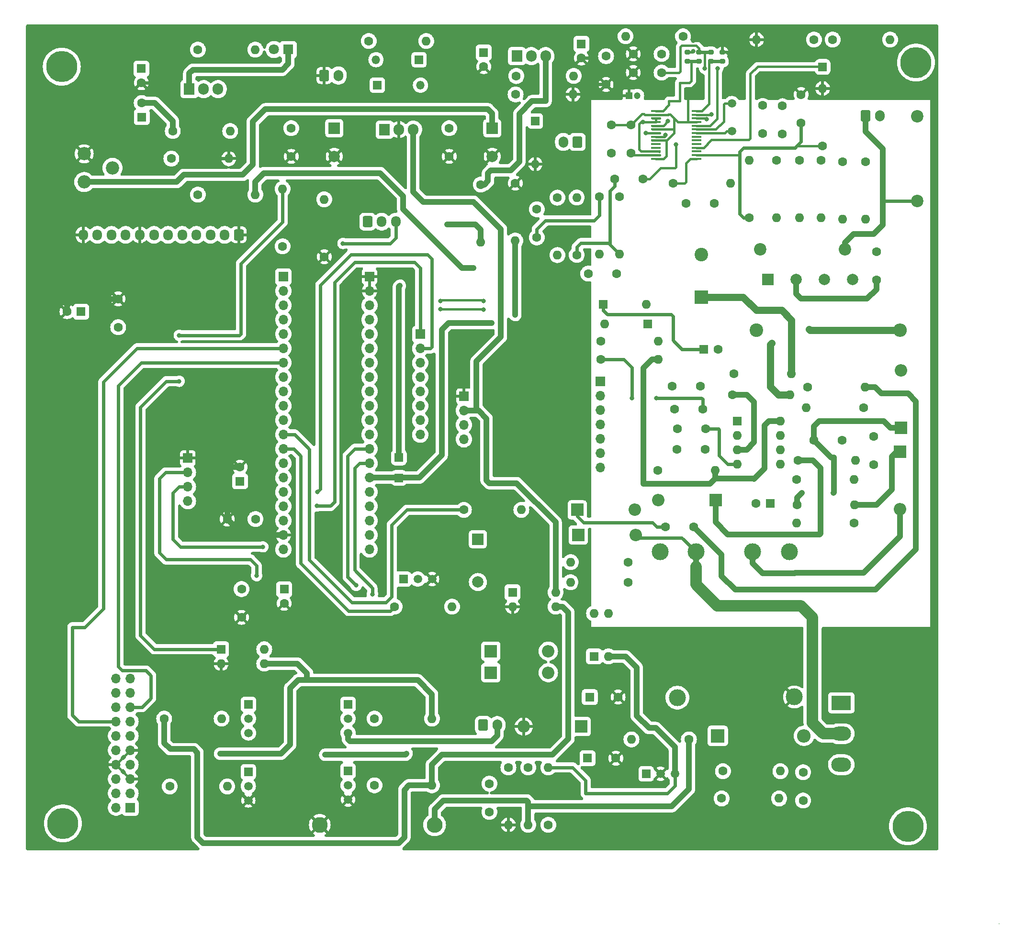
<source format=gbr>
%TF.GenerationSoftware,KiCad,Pcbnew,(6.99.0-1031-g46d719ed42)*%
%TF.CreationDate,2022-10-20T15:30:39+01:00*%
%TF.ProjectId,EnAcess PCB,456e4163-6573-4732-9050-43422e6b6963,rev?*%
%TF.SameCoordinates,Original*%
%TF.FileFunction,Copper,L1,Top*%
%TF.FilePolarity,Positive*%
%FSLAX46Y46*%
G04 Gerber Fmt 4.6, Leading zero omitted, Abs format (unit mm)*
G04 Created by KiCad (PCBNEW (6.99.0-1031-g46d719ed42)) date 2022-10-20 15:30:39*
%MOMM*%
%LPD*%
G01*
G04 APERTURE LIST*
G04 Aperture macros list*
%AMRoundRect*
0 Rectangle with rounded corners*
0 $1 Rounding radius*
0 $2 $3 $4 $5 $6 $7 $8 $9 X,Y pos of 4 corners*
0 Add a 4 corners polygon primitive as box body*
4,1,4,$2,$3,$4,$5,$6,$7,$8,$9,$2,$3,0*
0 Add four circle primitives for the rounded corners*
1,1,$1+$1,$2,$3*
1,1,$1+$1,$4,$5*
1,1,$1+$1,$6,$7*
1,1,$1+$1,$8,$9*
0 Add four rect primitives between the rounded corners*
20,1,$1+$1,$2,$3,$4,$5,0*
20,1,$1+$1,$4,$5,$6,$7,0*
20,1,$1+$1,$6,$7,$8,$9,0*
20,1,$1+$1,$8,$9,$2,$3,0*%
G04 Aperture macros list end*
%TA.AperFunction,NonConductor*%
%ADD10C,0.200000*%
%TD*%
%TA.AperFunction,ComponentPad*%
%ADD11R,2.200000X2.200000*%
%TD*%
%TA.AperFunction,ComponentPad*%
%ADD12O,2.200000X2.200000*%
%TD*%
%TA.AperFunction,ComponentPad*%
%ADD13C,1.600000*%
%TD*%
%TA.AperFunction,ComponentPad*%
%ADD14O,1.600000X1.600000*%
%TD*%
%TA.AperFunction,ComponentPad*%
%ADD15R,2.000000X2.000000*%
%TD*%
%TA.AperFunction,ComponentPad*%
%ADD16C,2.000000*%
%TD*%
%TA.AperFunction,ComponentPad*%
%ADD17R,1.700000X1.700000*%
%TD*%
%TA.AperFunction,ComponentPad*%
%ADD18O,1.700000X1.700000*%
%TD*%
%TA.AperFunction,ComponentPad*%
%ADD19R,1.600000X1.600000*%
%TD*%
%TA.AperFunction,ComponentPad*%
%ADD20R,3.500000X2.500000*%
%TD*%
%TA.AperFunction,ComponentPad*%
%ADD21O,3.500000X2.500000*%
%TD*%
%TA.AperFunction,SMDPad,CuDef*%
%ADD22RoundRect,0.200000X0.275000X-0.200000X0.275000X0.200000X-0.275000X0.200000X-0.275000X-0.200000X0*%
%TD*%
%TA.AperFunction,ComponentPad*%
%ADD23C,3.600000*%
%TD*%
%TA.AperFunction,ConnectorPad*%
%ADD24C,5.500000*%
%TD*%
%TA.AperFunction,ComponentPad*%
%ADD25R,1.500000X1.500000*%
%TD*%
%TA.AperFunction,ComponentPad*%
%ADD26C,1.500000*%
%TD*%
%TA.AperFunction,ComponentPad*%
%ADD27RoundRect,0.250000X-0.600000X-0.750000X0.600000X-0.750000X0.600000X0.750000X-0.600000X0.750000X0*%
%TD*%
%TA.AperFunction,ComponentPad*%
%ADD28O,1.700000X2.000000*%
%TD*%
%TA.AperFunction,ComponentPad*%
%ADD29C,2.340000*%
%TD*%
%TA.AperFunction,ComponentPad*%
%ADD30RoundRect,0.250000X0.600000X0.725000X-0.600000X0.725000X-0.600000X-0.725000X0.600000X-0.725000X0*%
%TD*%
%TA.AperFunction,ComponentPad*%
%ADD31O,1.700000X1.950000*%
%TD*%
%TA.AperFunction,ComponentPad*%
%ADD32C,0.100000*%
%TD*%
%TA.AperFunction,ComponentPad*%
%ADD33C,3.000000*%
%TD*%
%TA.AperFunction,ComponentPad*%
%ADD34R,1.200000X1.200000*%
%TD*%
%TA.AperFunction,ComponentPad*%
%ADD35C,1.200000*%
%TD*%
%TA.AperFunction,ComponentPad*%
%ADD36RoundRect,0.250000X-0.550000X-0.550000X0.550000X-0.550000X0.550000X0.550000X-0.550000X0.550000X0*%
%TD*%
%TA.AperFunction,ComponentPad*%
%ADD37C,2.200000*%
%TD*%
%TA.AperFunction,ComponentPad*%
%ADD38O,1.500000X1.500000*%
%TD*%
%TA.AperFunction,ComponentPad*%
%ADD39C,2.800000*%
%TD*%
%TA.AperFunction,ComponentPad*%
%ADD40O,2.800000X2.800000*%
%TD*%
%TA.AperFunction,ComponentPad*%
%ADD41R,1.800000X1.800000*%
%TD*%
%TA.AperFunction,ComponentPad*%
%ADD42C,1.800000*%
%TD*%
%TA.AperFunction,ComponentPad*%
%ADD43RoundRect,0.250000X0.600000X0.750000X-0.600000X0.750000X-0.600000X-0.750000X0.600000X-0.750000X0*%
%TD*%
%TA.AperFunction,ComponentPad*%
%ADD44R,1.905000X2.000000*%
%TD*%
%TA.AperFunction,ComponentPad*%
%ADD45O,1.905000X2.000000*%
%TD*%
%TA.AperFunction,SMDPad,CuDef*%
%ADD46R,1.750000X0.450000*%
%TD*%
%TA.AperFunction,ComponentPad*%
%ADD47RoundRect,0.250000X-0.600000X-0.725000X0.600000X-0.725000X0.600000X0.725000X-0.600000X0.725000X0*%
%TD*%
%TA.AperFunction,ComponentPad*%
%ADD48C,2.400000*%
%TD*%
%TA.AperFunction,ComponentPad*%
%ADD49O,2.400000X2.400000*%
%TD*%
%TA.AperFunction,ComponentPad*%
%ADD50R,2.400000X2.400000*%
%TD*%
%TA.AperFunction,ViaPad*%
%ADD51C,0.800000*%
%TD*%
%TA.AperFunction,Conductor*%
%ADD52C,1.000000*%
%TD*%
%TA.AperFunction,Conductor*%
%ADD53C,0.600000*%
%TD*%
%TA.AperFunction,Conductor*%
%ADD54C,0.400000*%
%TD*%
%TA.AperFunction,Conductor*%
%ADD55C,1.300000*%
%TD*%
%TA.AperFunction,Conductor*%
%ADD56C,2.000000*%
%TD*%
G04 APERTURE END LIST*
D10*
X185369201Y-172720000D02*
G75*
G03*
X185369201Y-172720000I-1J0D01*
G01*
D11*
%TO.P,D8,1,K*%
%TO.N,Net-(D19-K)*%
X111479999Y-137799999D03*
D12*
%TO.P,D8,2,A*%
%TO.N,GND*%
X101319999Y-137799999D03*
%TD*%
D13*
%TO.P,R11,1*%
%TO.N,con A*%
X37720000Y-136400000D03*
D14*
%TO.P,R11,2*%
%TO.N,Net-(Q1-B)*%
X47879999Y-136399999D03*
%TD*%
D13*
%TO.P,R31,1*%
%TO.N,Net-(U1-CS)*%
X138263000Y-79095600D03*
D14*
%TO.P,R31,2*%
%TO.N,Net-(Q3-S)*%
X148422999Y-79095599D03*
%TD*%
D13*
%TO.P,C15,1*%
%TO.N,+5V*%
X51409600Y-113476400D03*
%TO.P,C15,2*%
%TO.N,GND*%
X51409600Y-118476400D03*
%TD*%
%TO.P,R24,1*%
%TO.N,Net-(U6-REF)*%
X102108000Y-145034000D03*
D14*
%TO.P,R24,2*%
%TO.N,Net-(D19-K)*%
X102107999Y-155193999D03*
%TD*%
D15*
%TO.P,C20,1*%
%TO.N,+12V*%
X67817999Y-31932999D03*
D16*
%TO.P,C20,2*%
%TO.N,GND*%
X67818000Y-36933000D03*
%TD*%
D13*
%TO.P,R56,1*%
%TO.N,Net-(Q5-B)*%
X74920000Y-136400000D03*
D14*
%TO.P,R56,2*%
%TO.N,con B*%
X85079999Y-136399999D03*
%TD*%
D17*
%TO.P,J6,1,Pin_1*%
%TO.N,REL_b*%
X58800999Y-58191399D03*
D18*
%TO.P,J6,2,Pin_2*%
%TO.N,D7*%
X58800999Y-60731399D03*
%TO.P,J6,3,Pin_3*%
%TO.N,D6*%
X58800999Y-63271399D03*
%TO.P,J6,4,Pin_4*%
%TO.N,D5*%
X58800999Y-65811399D03*
%TO.P,J6,5,Pin_5*%
%TO.N,D4*%
X58800999Y-68351399D03*
%TO.P,J6,6,Pin_6*%
%TO.N,TX1*%
X58800999Y-70891399D03*
%TO.P,J6,7,Pin_7*%
%TO.N,RX1*%
X58800999Y-73431399D03*
%TO.P,J6,8,Pin_8*%
%TO.N,unconnected-(J6-Pin_8)*%
X58800999Y-75971399D03*
%TO.P,J6,9,Pin_9*%
%TO.N,unconnected-(J6-Pin_9)*%
X58800999Y-78511399D03*
%TO.P,J6,10,Pin_10*%
%TO.N,RS*%
X58800999Y-81051399D03*
%TO.P,J6,11,Pin_11*%
%TO.N,En*%
X58800999Y-83591399D03*
%TO.P,J6,12,Pin_12*%
%TO.N,REL_a*%
X58800999Y-86131399D03*
%TO.P,J6,13,Pin_13*%
%TO.N,buz*%
X58800999Y-88671399D03*
%TO.P,J6,14,Pin_14*%
%TO.N,SDA*%
X58800999Y-91211399D03*
%TO.P,J6,15,Pin_15*%
%TO.N,SCl*%
X58800999Y-93751399D03*
%TO.P,J6,16,Pin_16*%
%TO.N,KPR2*%
X58800999Y-96291399D03*
%TO.P,J6,17,Pin_17*%
%TO.N,KPR1*%
X58800999Y-98831399D03*
%TO.P,J6,18,Pin_18*%
%TO.N,+5V*%
X58800999Y-101371399D03*
%TO.P,J6,19,Pin_19*%
%TO.N,GND*%
X58800999Y-103911399D03*
%TO.P,J6,20,Pin_20*%
%TO.N,unconnected-(J6-Pin_20)*%
X58800999Y-106451399D03*
%TD*%
D19*
%TO.P,C26,1*%
%TO.N,Net-(D17-K)*%
X144881599Y-98297999D03*
D13*
%TO.P,C26,2*%
%TO.N,Net-(D11--)*%
X142381600Y-98298000D03*
%TD*%
%TO.P,C8,1*%
%TO.N,+12V*%
X60198000Y-31933000D03*
%TO.P,C8,2*%
%TO.N,GND*%
X60198000Y-36933000D03*
%TD*%
%TO.P,TH1,1*%
%TO.N,NEUT*%
X163677600Y-53761000D03*
%TO.P,TH1,2*%
%TO.N,Net-(C10-Pad2)*%
X163677600Y-58761000D03*
%TD*%
D20*
%TO.P,Q3,1,G*%
%TO.N,Net-(Q3-G)*%
X157479999Y-133603999D03*
D21*
%TO.P,Q3,2,D*%
%TO.N,Net-(D15-A)*%
X157479999Y-139078999D03*
%TO.P,Q3,3,S*%
%TO.N,Net-(Q3-S)*%
X157479999Y-144553999D03*
%TD*%
D11*
%TO.P,D7,1,K*%
%TO.N,12V_S*%
X95503999Y-128269999D03*
D12*
%TO.P,D7,2,A*%
%TO.N,Net-(D19-K)*%
X105663999Y-128269999D03*
%TD*%
D13*
%TO.P,C39,1*%
%TO.N,Net-(U8-VN)*%
X130048000Y-45212000D03*
%TO.P,C39,2*%
%TO.N,GND*%
X135048000Y-45212000D03*
%TD*%
%TO.P,R17,1*%
%TO.N,GND*%
X66040000Y-54686200D03*
D14*
%TO.P,R17,2*%
%TO.N,Net-(J9-Pin_1)*%
X66039999Y-44526199D03*
%TD*%
D13*
%TO.P,R12,1*%
%TO.N,LINE*%
X161798000Y-37846000D03*
D14*
%TO.P,R12,2*%
%TO.N,Net-(R12-Pad2)*%
X161797999Y-48005999D03*
%TD*%
D22*
%TO.P,R50,1*%
%TO.N,mmd1*%
X130302000Y-20129000D03*
%TO.P,R50,2*%
%TO.N,GND*%
X130302000Y-18479000D03*
%TD*%
D23*
%TO.P,H3,1*%
%TO.N,N/C*%
X169265600Y-155448000D03*
D24*
X169265600Y-155448000D03*
%TD*%
D25*
%TO.P,U6,1,REF*%
%TO.N,Net-(U6-REF)*%
X122961399Y-146155999D03*
D26*
%TO.P,U6,2,A*%
%TO.N,GND*%
X125501400Y-146156000D03*
%TO.P,U6,3,K*%
%TO.N,Net-(U6-K)*%
X128041400Y-146156000D03*
%TD*%
D13*
%TO.P,C27,1*%
%TO.N,Net-(D11-+)*%
X131368800Y-102463600D03*
%TO.P,C27,2*%
%TO.N,Net-(D15-K)*%
X126368800Y-102463600D03*
%TD*%
D27*
%TO.P,J13,1,Pin_1*%
%TO.N,GND*%
X66040000Y-22606000D03*
D28*
%TO.P,J13,2,Pin_2*%
%TO.N,Net-(D4-A)*%
X68539999Y-22605999D03*
%TD*%
D19*
%TO.P,U9,1*%
%TO.N,Net-(R52-Pad2)*%
X47799999Y-124124999D03*
D14*
%TO.P,U9,2*%
%TO.N,GND*%
X47799999Y-126664999D03*
%TO.P,U9,3*%
%TO.N,con B*%
X55419999Y-126664999D03*
%TO.P,U9,4*%
%TO.N,+5V*%
X55419999Y-124124999D03*
%TD*%
D19*
%TO.P,D12,1,K*%
%TO.N,Net-(D12-K)*%
X123266199Y-66547999D03*
D14*
%TO.P,D12,2,A*%
%TO.N,Net-(D12-A)*%
X115646199Y-66547999D03*
%TD*%
D13*
%TO.P,R45,1*%
%TO.N,Net-(U8-VN)*%
X127762000Y-41656000D03*
D14*
%TO.P,R45,2*%
%TO.N,GND*%
X137921999Y-41655999D03*
%TD*%
D25*
%TO.P,Q2,1,C*%
%TO.N,Net-(BZ1-+)*%
X80035399Y-111713599D03*
D26*
%TO.P,Q2,2,B*%
%TO.N,Net-(Q2-B)*%
X82575400Y-111713600D03*
%TO.P,Q2,3,E*%
%TO.N,GND*%
X85115400Y-111713600D03*
%TD*%
D27*
%TO.P,J8,1,Pin_1*%
%TO.N,LINE*%
X161798000Y-29718000D03*
D28*
%TO.P,J8,2,Pin_2*%
%TO.N,NEUT*%
X164297999Y-29717999D03*
%TD*%
D13*
%TO.P,C37,1*%
%TO.N,GND*%
X120690000Y-22098000D03*
%TO.P,C37,2*%
%TO.N,+3V3*%
X125690000Y-22098000D03*
%TD*%
%TO.P,R23,1*%
%TO.N,Net-(D17-A)*%
X161417000Y-81356200D03*
D14*
%TO.P,R23,2*%
%TO.N,Net-(R22-Pad1)*%
X151256999Y-81356199D03*
%TD*%
D13*
%TO.P,R34,1*%
%TO.N,Net-(D12-A)*%
X114935000Y-69646800D03*
D14*
%TO.P,R34,2*%
%TO.N,Net-(D12-K)*%
X125094999Y-69646799D03*
%TD*%
D29*
%TO.P,RV2,1,1*%
%TO.N,+5V*%
X23575000Y-41461200D03*
%TO.P,RV2,2,2*%
%TO.N,Net-(J2-Pin_10)*%
X28575000Y-38961200D03*
%TO.P,RV2,3,3*%
%TO.N,GND*%
X23575000Y-36461200D03*
%TD*%
D19*
%TO.P,C5,1*%
%TO.N,+5V*%
X23037799Y-64388999D03*
D13*
%TO.P,C5,2*%
%TO.N,GND*%
X20537800Y-64389000D03*
%TD*%
D30*
%TO.P,J2,1,Pin_1*%
%TO.N,GND*%
X50912400Y-50800000D03*
D31*
%TO.P,J2,2,Pin_2*%
%TO.N,Net-(J2-Pin_2)*%
X48412399Y-50799999D03*
%TO.P,J2,3,Pin_3*%
%TO.N,D7*%
X45912399Y-50799999D03*
%TO.P,J2,4,Pin_4*%
%TO.N,D6*%
X43412399Y-50799999D03*
%TO.P,J2,5,Pin_5*%
%TO.N,D5*%
X40912399Y-50799999D03*
%TO.P,J2,6,Pin_6*%
%TO.N,D4*%
X38412399Y-50799999D03*
%TO.P,J2,7,Pin_7*%
%TO.N,RS*%
X35912399Y-50799999D03*
%TO.P,J2,8,Pin_8*%
%TO.N,GND*%
X33412399Y-50799999D03*
%TO.P,J2,9,Pin_9*%
%TO.N,En*%
X30912399Y-50799999D03*
%TO.P,J2,10,Pin_10*%
%TO.N,Net-(J2-Pin_10)*%
X28412399Y-50799999D03*
%TO.P,J2,11,Pin_11*%
%TO.N,+5V*%
X25912399Y-50799999D03*
%TO.P,J2,12,Pin_12*%
%TO.N,GND*%
X23412399Y-50799999D03*
%TD*%
D32*
%TO.P,TR1, *%
%TO.N,N/C*%
X138932500Y-109830500D03*
X143932500Y-109830500D03*
X148932500Y-109830500D03*
D33*
%TO.P,TR1,1*%
%TO.N,Net-(D19-A)*%
X128485500Y-132690500D03*
%TO.P,TR1,2*%
%TO.N,GND*%
X149186500Y-132563500D03*
%TO.P,TR1,3*%
%TO.N,Net-(D11-+)*%
X125437500Y-106909500D03*
%TO.P,TR1,4*%
%TO.N,Net-(D15-A)*%
X131787500Y-106909500D03*
%TO.P,TR1,5*%
%TO.N,Net-(D14-A)*%
X141820500Y-106909500D03*
%TO.P,TR1,6*%
%TO.N,Net-(D11--)*%
X148297500Y-106909500D03*
%TD*%
D13*
%TO.P,C40,1*%
%TO.N,Net-(U8-OSCO)*%
X143586200Y-32893000D03*
%TO.P,C40,2*%
%TO.N,GND*%
X143586200Y-27893000D03*
%TD*%
%TO.P,C12,1*%
%TO.N,+3V3*%
X115874800Y-19191600D03*
%TO.P,C12,2*%
%TO.N,GND*%
X115874800Y-24191600D03*
%TD*%
%TO.P,R27,1*%
%TO.N,Net-(D11--)*%
X138480800Y-75412600D03*
D14*
%TO.P,R27,2*%
%TO.N,Net-(D11-+)*%
X148640799Y-75412599D03*
%TD*%
D13*
%TO.P,R37,1*%
%TO.N,Net-(D19-K)*%
X136550400Y-145694400D03*
D14*
%TO.P,R37,2*%
%TO.N,Net-(C17-Pad1)*%
X146710399Y-145694399D03*
%TD*%
D19*
%TO.P,C31,1*%
%TO.N,Net-(D12-A)*%
X133160887Y-71043799D03*
D13*
%TO.P,C31,2*%
%TO.N,Net-(D11--)*%
X135660888Y-71043800D03*
%TD*%
%TO.P,C32,1*%
%TO.N,Net-(C29-Pad2)*%
X117388000Y-40894000D03*
%TO.P,C32,2*%
%TO.N,I2N*%
X122388000Y-40894000D03*
%TD*%
D19*
%TO.P,C21,1*%
%TO.N,12V_S*%
X33756599Y-29971999D03*
D13*
%TO.P,C21,2*%
%TO.N,Net-(D1-K)*%
X33756600Y-27472000D03*
%TD*%
D15*
%TO.P,C4,1*%
%TO.N,+5V*%
X95757999Y-31932999D03*
D16*
%TO.P,C4,2*%
%TO.N,GND*%
X95758000Y-36933000D03*
%TD*%
D13*
%TO.P,C23,1*%
%TO.N,Net-(D17-K)*%
X152628600Y-87147400D03*
%TO.P,C23,2*%
%TO.N,Net-(D11--)*%
X157628600Y-87147400D03*
%TD*%
D25*
%TO.P,Q5,1,C*%
%TO.N,+12V*%
X70239999Y-133859999D03*
D26*
%TO.P,Q5,2,B*%
%TO.N,Net-(Q5-B)*%
X70240000Y-136400000D03*
%TO.P,Q5,3,E*%
%TO.N,Net-(J7-Pin_2)*%
X70240000Y-138940000D03*
%TD*%
D13*
%TO.P,C38,1*%
%TO.N,VP*%
X150368000Y-30988000D03*
%TO.P,C38,2*%
%TO.N,GND*%
X150368000Y-25988000D03*
%TD*%
%TO.P,R52,1*%
%TO.N,REL_b*%
X58674000Y-52832000D03*
D14*
%TO.P,R52,2*%
%TO.N,Net-(R52-Pad2)*%
X58673999Y-42671999D03*
%TD*%
D13*
%TO.P,R19,1*%
%TO.N,Net-(U6-REF)*%
X98602800Y-145034000D03*
D14*
%TO.P,R19,2*%
%TO.N,GND*%
X98602799Y-155193999D03*
%TD*%
D11*
%TO.P,D14,1,K*%
%TO.N,Net-(D14-K)*%
X167893999Y-89204799D03*
D12*
%TO.P,D14,2,A*%
%TO.N,Net-(D14-A)*%
X167893999Y-99364799D03*
%TD*%
D13*
%TO.P,R47,1*%
%TO.N,GND*%
X99822000Y-41656000D03*
D14*
%TO.P,R47,2*%
%TO.N,Net-(J16-Pin_1)*%
X99821999Y-51815999D03*
%TD*%
D13*
%TO.P,R43,1*%
%TO.N,VP*%
X141224000Y-47752000D03*
D14*
%TO.P,R43,2*%
%TO.N,Net-(R42-Pad1)*%
X141223999Y-37591999D03*
%TD*%
D17*
%TO.P,J12,1,Pin_1*%
%TO.N,GND*%
X41909999Y-90306999D03*
D18*
%TO.P,J12,2,Pin_2*%
%TO.N,TX2*%
X41909999Y-92846999D03*
%TO.P,J12,3,Pin_3*%
%TO.N,RX2*%
X41909999Y-95386999D03*
%TO.P,J12,4,Pin_4*%
%TO.N,+5V*%
X41909999Y-97926999D03*
%TD*%
D23*
%TO.P,H4,1*%
%TO.N,N/C*%
X19812000Y-154940000D03*
D24*
X19812000Y-154940000D03*
%TD*%
D11*
%TO.P,D16,1,K*%
%TO.N,Net-(D15-K)*%
X110794799Y-99466399D03*
D12*
%TO.P,D16,2,A*%
%TO.N,Net-(D15-A)*%
X120954799Y-99466399D03*
%TD*%
D13*
%TO.P,R9,1*%
%TO.N,Net-(J10-Pin_2)*%
X114706400Y-44069000D03*
D14*
%TO.P,R9,2*%
%TO.N,I2P*%
X114706399Y-54228999D03*
%TD*%
D13*
%TO.P,R5,1*%
%TO.N,Net-(U7-ADJ)*%
X99999800Y-22682200D03*
D14*
%TO.P,R5,2*%
%TO.N,+3V3*%
X110159799Y-22682199D03*
%TD*%
D13*
%TO.P,R36,1*%
%TO.N,Net-(D19-K)*%
X130530600Y-140081000D03*
D14*
%TO.P,R36,2*%
%TO.N,Net-(R36-Pad2)*%
X120370599Y-140080999D03*
%TD*%
D34*
%TO.P,C35,1*%
%TO.N,GND*%
X119911999Y-26161999D03*
D35*
%TO.P,C35,2*%
%TO.N,+3V3*%
X121412000Y-26162000D03*
%TD*%
D23*
%TO.P,H1,1*%
%TO.N,N/C*%
X170688000Y-20320000D03*
D24*
X170688000Y-20320000D03*
%TD*%
D13*
%TO.P,R16,1*%
%TO.N,AVDD*%
X129489200Y-15671800D03*
D14*
%TO.P,R16,2*%
%TO.N,+3V3*%
X119329199Y-15671799D03*
%TD*%
D19*
%TO.P,C2,1*%
%TO.N,+3V3*%
X94233999Y-18541999D03*
D13*
%TO.P,C2,2*%
%TO.N,GND*%
X94234000Y-21042000D03*
%TD*%
D36*
%TO.P,J15,1,Pin_1*%
%TO.N,Net-(J15-Pin_1)*%
X79248000Y-90200000D03*
%TD*%
D37*
%TO.P,C10,1*%
%TO.N,LINE*%
X158122000Y-53340000D03*
%TO.P,C10,2*%
%TO.N,Net-(C10-Pad2)*%
X143122000Y-53340000D03*
%TD*%
D13*
%TO.P,R28,1*%
%TO.N,Net-(D11--)*%
X149606000Y-94107000D03*
D14*
%TO.P,R28,2*%
%TO.N,Net-(Q3-G)*%
X159765999Y-94106999D03*
%TD*%
D25*
%TO.P,D2,1,K*%
%TO.N,+12V*%
X75432999Y-24312999D03*
D38*
%TO.P,D2,2,A*%
%TO.N,+5V*%
X83052999Y-24312999D03*
%TD*%
D13*
%TO.P,R57,1*%
%TO.N,Net-(Q6-B)*%
X74920000Y-148200000D03*
D14*
%TO.P,R57,2*%
%TO.N,con A*%
X85079999Y-148199999D03*
%TD*%
D13*
%TO.P,R15,1*%
%TO.N,Net-(R15-Pad1)*%
X157734000Y-37846000D03*
D14*
%TO.P,R15,2*%
%TO.N,Net-(R12-Pad2)*%
X157733999Y-48005999D03*
%TD*%
D13*
%TO.P,R33,1*%
%TO.N,Net-(C7-Pad1)*%
X105664000Y-155194000D03*
D14*
%TO.P,R33,2*%
%TO.N,Net-(U6-K)*%
X105663999Y-145033999D03*
%TD*%
D19*
%TO.P,U1,1,COMP*%
%TO.N,Net-(D18-A)*%
X139085799Y-83728399D03*
D14*
%TO.P,U1,2,FB*%
%TO.N,Net-(D11--)*%
X139085799Y-86268399D03*
%TO.P,U1,3,CS*%
%TO.N,Net-(U1-CS)*%
X139085799Y-88808399D03*
%TO.P,U1,4,RC*%
%TO.N,Net-(U1-RC)*%
X139085799Y-91348399D03*
%TO.P,U1,5,GND*%
%TO.N,Net-(D11--)*%
X146705799Y-91348399D03*
%TO.P,U1,6,OUT*%
%TO.N,Net-(D3-K)*%
X146705799Y-88808399D03*
%TO.P,U1,7,VCC*%
%TO.N,Net-(D17-K)*%
X146705799Y-86268399D03*
%TO.P,U1,8,VREF*%
%TO.N,Net-(D12-K)*%
X146705799Y-83728399D03*
%TD*%
D13*
%TO.P,R1,1*%
%TO.N,buz*%
X78486000Y-116586000D03*
D14*
%TO.P,R1,2*%
%TO.N,Net-(Q2-B)*%
X88645999Y-116585999D03*
%TD*%
D13*
%TO.P,C11,1*%
%TO.N,+5V*%
X53873400Y-101092000D03*
%TO.P,C11,2*%
%TO.N,GND*%
X48873400Y-101092000D03*
%TD*%
D39*
%TO.P,R18,1*%
%TO.N,GND*%
X65240000Y-155200000D03*
D40*
%TO.P,R18,2*%
%TO.N,Net-(D19-K)*%
X85559999Y-155199999D03*
%TD*%
D13*
%TO.P,R29,1*%
%TO.N,Net-(D3-K)*%
X149834600Y-90728800D03*
D14*
%TO.P,R29,2*%
%TO.N,Net-(Q3-G)*%
X159994599Y-90728799D03*
%TD*%
D13*
%TO.P,R20,1*%
%TO.N,Net-(D11-+)*%
X119735600Y-112268000D03*
D14*
%TO.P,R20,2*%
%TO.N,Net-(D15-K)*%
X109575599Y-112267999D03*
%TD*%
D27*
%TO.P,J7,1,Pin_1*%
%TO.N,Net-(J7-Pin_1)*%
X94150000Y-137532500D03*
D28*
%TO.P,J7,2,Pin_2*%
%TO.N,Net-(J7-Pin_2)*%
X96649999Y-137532499D03*
%TD*%
D36*
%TO.P,J16,1,Pin_1*%
%TO.N,Net-(J16-Pin_1)*%
X79248000Y-93800000D03*
%TD*%
D41*
%TO.P,D1,1,K*%
%TO.N,Net-(D1-K)*%
X59694999Y-18008599D03*
D42*
%TO.P,D1,2,A*%
%TO.N,Net-(D1-A)*%
X57155000Y-18008600D03*
%TD*%
D13*
%TO.P,R3,1*%
%TO.N,12V_S*%
X43688000Y-18034000D03*
D14*
%TO.P,R3,2*%
%TO.N,Net-(D1-A)*%
X53847999Y-18033999D03*
%TD*%
D19*
%TO.P,C3,1*%
%TO.N,+5V*%
X58953399Y-113512522D03*
D13*
%TO.P,C3,2*%
%TO.N,GND*%
X58953400Y-116012523D03*
%TD*%
D43*
%TO.P,J10,1,Pin_1*%
%TO.N,Net-(J10-Pin_1)*%
X110805600Y-34366200D03*
D28*
%TO.P,J10,2,Pin_2*%
%TO.N,Net-(J10-Pin_2)*%
X108305599Y-34366199D03*
%TD*%
D13*
%TO.P,C41,1*%
%TO.N,GND*%
X147066000Y-27965400D03*
%TO.P,C41,2*%
%TO.N,Net-(U8-OSCI)*%
X147066000Y-32965400D03*
%TD*%
D17*
%TO.P,J11,1,Pin_1*%
%TO.N,unconnected-(J11-Pin_1)*%
X114832999Y-76727999D03*
D18*
%TO.P,J11,2,Pin_2*%
%TO.N,unconnected-(J11-Pin_2)*%
X114832999Y-79267999D03*
%TO.P,J11,3,Pin_3*%
%TO.N,unconnected-(J11-Pin_3)*%
X114832999Y-81807999D03*
%TO.P,J11,4,Pin_4*%
%TO.N,unconnected-(J11-Pin_4)*%
X114832999Y-84347999D03*
%TO.P,J11,5,Pin_5*%
%TO.N,unconnected-(J11-Pin_5)*%
X114832999Y-86887999D03*
%TO.P,J11,6,Pin_6*%
%TO.N,unconnected-(J11-Pin_6)*%
X114832999Y-89427999D03*
%TO.P,J11,7,Pin_7*%
%TO.N,unconnected-(J11-Pin_7)*%
X114832999Y-91967999D03*
%TD*%
D13*
%TO.P,C22,1*%
%TO.N,Net-(U1-RC)*%
X128437000Y-88798400D03*
%TO.P,C22,2*%
%TO.N,Net-(D11--)*%
X133437000Y-88798400D03*
%TD*%
%TO.P,R54,1*%
%TO.N,Net-(R54-Pad1)*%
X155956000Y-16256000D03*
D14*
%TO.P,R54,2*%
%TO.N,NEUT*%
X166115999Y-16255999D03*
%TD*%
D11*
%TO.P,D17,1,K*%
%TO.N,Net-(D17-K)*%
X168046399Y-84937599D03*
D12*
%TO.P,D17,2,A*%
%TO.N,Net-(D17-A)*%
X168046399Y-74777599D03*
%TD*%
D13*
%TO.P,R41,1*%
%TO.N,Net-(R40-Pad1)*%
X150114000Y-37592000D03*
D14*
%TO.P,R41,2*%
%TO.N,Net-(R41-Pad2)*%
X150113999Y-47751999D03*
%TD*%
D11*
%TO.P,D3,1,K*%
%TO.N,Net-(D3-K)*%
X135229599Y-97713799D03*
D12*
%TO.P,D3,2,A*%
%TO.N,Net-(D11--)*%
X125069599Y-97713799D03*
%TD*%
D22*
%TO.P,R51,1*%
%TO.N,mmd0*%
X136461000Y-20129000D03*
%TO.P,R51,2*%
%TO.N,GND*%
X136461000Y-18479000D03*
%TD*%
D13*
%TO.P,R4,1*%
%TO.N,REL_a*%
X90728800Y-99466400D03*
D14*
%TO.P,R4,2*%
%TO.N,Net-(R4-Pad2)*%
X100888799Y-99466399D03*
%TD*%
D25*
%TO.P,Q6,1,C*%
%TO.N,Net-(J7-Pin_2)*%
X70239999Y-145659999D03*
D26*
%TO.P,Q6,2,B*%
%TO.N,Net-(Q6-B)*%
X70240000Y-148200000D03*
%TO.P,Q6,3,E*%
%TO.N,GND*%
X70240000Y-150740000D03*
%TD*%
D23*
%TO.P,H1,1*%
%TO.N,N/C*%
X19608800Y-21056600D03*
D24*
X19608800Y-21056600D03*
%TD*%
D19*
%TO.P,U4,1*%
%TO.N,Net-(R36-Pad2)*%
X113761599Y-125389799D03*
D14*
%TO.P,U4,2*%
%TO.N,Net-(U6-K)*%
X116301599Y-125389799D03*
%TO.P,U4,3*%
%TO.N,Net-(D11--)*%
X116301599Y-117769799D03*
%TO.P,U4,4*%
%TO.N,Net-(D18-A)*%
X113761599Y-117769799D03*
%TD*%
D13*
%TO.P,C34,1*%
%TO.N,Net-(U8-VREF)*%
X116789200Y-36322000D03*
%TO.P,C34,2*%
%TO.N,GND*%
X116789200Y-31322000D03*
%TD*%
D44*
%TO.P,U5,1,ADJ*%
%TO.N,Net-(D1-K)*%
X42163999Y-25024199D03*
D45*
%TO.P,U5,2,VO*%
%TO.N,+4V*%
X44703999Y-25024199D03*
%TO.P,U5,3,VI*%
%TO.N,12V_S*%
X47243999Y-25024199D03*
%TD*%
D26*
%TO.P,8.192MHz1,1,1*%
%TO.N,Net-(U8-OSCO)*%
X138125200Y-27572800D03*
%TO.P,8.192MHz1,2,2*%
%TO.N,Net-(U8-OSCI)*%
X138125200Y-32472800D03*
%TD*%
D13*
%TO.P,R32,1*%
%TO.N,Net-(U1-RC)*%
X125044200Y-92506800D03*
D14*
%TO.P,R32,2*%
%TO.N,Net-(D12-K)*%
X135204199Y-92506799D03*
%TD*%
D46*
%TO.P,U8,1,MMD1*%
%TO.N,mmd1*%
X124695399Y-28896599D03*
%TO.P,U8,2,DGND*%
%TO.N,GND*%
X124695399Y-29546599D03*
%TO.P,U8,3,DVDD*%
%TO.N,+3V3*%
X124695399Y-30196599D03*
%TO.P,U8,4,~{RESET}*%
X124695399Y-30846599D03*
%TO.P,U8,5,AVDD*%
%TO.N,AVDD*%
X124695399Y-31496599D03*
%TO.P,U8,6,AGND@0*%
%TO.N,GND*%
X124695399Y-32146599D03*
%TO.P,U8,7,I2P*%
%TO.N,I2P*%
X124695399Y-32796599D03*
%TO.P,U8,8,I2N*%
%TO.N,I2N*%
X124695399Y-33446599D03*
%TO.P,U8,9,~{RESV}*%
%TO.N,GND*%
X124695399Y-34096599D03*
%TO.P,U8,10,I1P*%
%TO.N,unconnected-(U8-I1P)*%
X124695399Y-34746599D03*
%TO.P,U8,11,I1N*%
%TO.N,unconnected-(U8-I1N)*%
X124695399Y-35396599D03*
%TO.P,U8,12,USEL*%
%TO.N,+3V3*%
X124695399Y-36046599D03*
%TO.P,U8,13,VREF*%
%TO.N,Net-(U8-VREF)*%
X124695399Y-36696599D03*
%TO.P,U8,14,AGND@1*%
%TO.N,GND*%
X124695399Y-37346599D03*
%TO.P,U8,15,VN*%
%TO.N,Net-(U8-VN)*%
X131895399Y-37346599D03*
%TO.P,U8,16,VP*%
%TO.N,VP*%
X131895399Y-36696599D03*
%TO.P,U8,17,WARNOUT*%
%TO.N,unconnected-(U8-WARNOUT)*%
X131895399Y-36046599D03*
%TO.P,U8,18,CF1*%
%TO.N,Net-(J14-Pin_1)*%
X131895399Y-35396599D03*
%TO.P,U8,19,CF2*%
%TO.N,unconnected-(U8-CF2)*%
X131895399Y-34746599D03*
%TO.P,U8,20,IRQ*%
%TO.N,unconnected-(U8-IRQ)*%
X131895399Y-34096599D03*
%TO.P,U8,21,ZX*%
%TO.N,unconnected-(U8-ZX)*%
X131895399Y-33446599D03*
%TO.P,U8,22,OSCI*%
%TO.N,Net-(U8-OSCI)*%
X131895399Y-32796599D03*
%TO.P,U8,23,OSCO*%
%TO.N,Net-(U8-OSCO)*%
X131895399Y-32146599D03*
%TO.P,U8,24,~{CS}*%
%TO.N,+3V3*%
X131895399Y-31496599D03*
%TO.P,U8,25,SCLK*%
%TO.N,GND*%
X131895399Y-30846599D03*
%TO.P,U8,26,SDO/UTX*%
%TO.N,Tx3*%
X131895399Y-30196599D03*
%TO.P,U8,27,SDI/URX*%
%TO.N,Rx3*%
X131895399Y-29546599D03*
%TO.P,U8,28,MMD0*%
%TO.N,mmd0*%
X131895399Y-28896599D03*
%TD*%
D13*
%TO.P,R14,1*%
%TO.N,Net-(D1-K)*%
X38989000Y-37312600D03*
D14*
%TO.P,R14,2*%
%TO.N,GND*%
X49148999Y-37312599D03*
%TD*%
D13*
%TO.P,C33,1*%
%TO.N,AVDD*%
X125690000Y-18796000D03*
%TO.P,C33,2*%
%TO.N,GND*%
X120690000Y-18796000D03*
%TD*%
%TO.P,C24,1*%
%TO.N,Net-(D11--)*%
X127979800Y-81610200D03*
%TO.P,C24,2*%
%TO.N,Net-(D18-A)*%
X132979800Y-81610200D03*
%TD*%
%TO.P,R10,1*%
%TO.N,Net-(J10-Pin_1)*%
X107264200Y-44221400D03*
D14*
%TO.P,R10,2*%
%TO.N,I2N*%
X107264199Y-54381399D03*
%TD*%
D13*
%TO.P,C17,1*%
%TO.N,Net-(C17-Pad1)*%
X150723600Y-150886800D03*
%TO.P,C17,2*%
%TO.N,Net-(D19-A)*%
X150723600Y-145886800D03*
%TD*%
D11*
%TO.P,D15,1,K*%
%TO.N,Net-(D15-K)*%
X110947199Y-103911399D03*
D12*
%TO.P,D15,2,A*%
%TO.N,Net-(D15-A)*%
X121107199Y-103911399D03*
%TD*%
D13*
%TO.P,C29,1*%
%TO.N,I2P*%
X112714400Y-57658000D03*
%TO.P,C29,2*%
%TO.N,Net-(C29-Pad2)*%
X117714400Y-57658000D03*
%TD*%
%TO.P,C25,1*%
%TO.N,Net-(D12-K)*%
X163195000Y-86450800D03*
%TO.P,C25,2*%
%TO.N,Net-(D11--)*%
X163195000Y-91450800D03*
%TD*%
%TO.P,R25,1*%
%TO.N,Net-(D17-K)*%
X149682200Y-98590100D03*
D14*
%TO.P,R25,2*%
%TO.N,Net-(D14-K)*%
X159842199Y-98590099D03*
%TD*%
D47*
%TO.P,J9,1,Pin_1*%
%TO.N,Net-(J9-Pin_1)*%
X73700000Y-48468000D03*
D31*
%TO.P,J9,2,Pin_2*%
%TO.N,G_LED*%
X76199999Y-48467999D03*
%TO.P,J9,3,Pin_3*%
%TO.N,R_LED*%
X78699999Y-48467999D03*
%TD*%
D13*
%TO.P,R55,1*%
%TO.N,Net-(R54-Pad1)*%
X152654000Y-16256000D03*
D14*
%TO.P,R55,2*%
%TO.N,GND*%
X142493999Y-16255999D03*
%TD*%
D48*
%TO.P,R30,1*%
%TO.N,Net-(D11--)*%
X142494000Y-67665600D03*
D49*
%TO.P,R30,2*%
%TO.N,Net-(Q3-S)*%
X167893999Y-67665599D03*
%TD*%
D13*
%TO.P,R6,1*%
%TO.N,Net-(U7-ADJ)*%
X99872800Y-25958800D03*
D14*
%TO.P,R6,2*%
%TO.N,GND*%
X110032799Y-25958799D03*
%TD*%
D19*
%TO.P,C30,1*%
%TO.N,Net-(D19-K)*%
X112597348Y-143399999D03*
D13*
%TO.P,C30,2*%
%TO.N,GND*%
X117597349Y-143400000D03*
%TD*%
D19*
%TO.P,U3,1*%
%TO.N,Net-(R4-Pad2)*%
X99323999Y-114040999D03*
D14*
%TO.P,U3,2*%
%TO.N,GND*%
X99323999Y-116580999D03*
%TO.P,U3,3*%
%TO.N,con A*%
X106943999Y-116580999D03*
%TO.P,U3,4*%
%TO.N,+5V*%
X106943999Y-114040999D03*
%TD*%
D13*
%TO.P,R26,1*%
%TO.N,Net-(D14-K)*%
X159715200Y-101800000D03*
D14*
%TO.P,R26,2*%
%TO.N,Net-(D17-K)*%
X149555199Y-101799999D03*
%TD*%
D44*
%TO.P,U7,1,ADJ*%
%TO.N,Net-(U7-ADJ)*%
X100101399Y-19182199D03*
D45*
%TO.P,U7,2,VO*%
%TO.N,+3V3*%
X102641399Y-19182199D03*
%TO.P,U7,3,VI*%
%TO.N,+12V*%
X105181399Y-19182199D03*
%TD*%
D19*
%TO.P,C19,1*%
%TO.N,+4V*%
X33680399Y-21400800D03*
D13*
%TO.P,C19,2*%
%TO.N,GND*%
X33680400Y-23900801D03*
%TD*%
D44*
%TO.P,U2,1,IN*%
%TO.N,+12V*%
X76707999Y-32186999D03*
D45*
%TO.P,U2,2,GND*%
%TO.N,GND*%
X79247999Y-32186999D03*
%TO.P,U2,3,OUT*%
%TO.N,+5V*%
X81787999Y-32186999D03*
%TD*%
D25*
%TO.P,D6,1,K*%
%TO.N,+5V*%
X103377999Y-30657999D03*
D38*
%TO.P,D6,2,A*%
%TO.N,GND*%
X103377999Y-38277999D03*
%TD*%
D17*
%TO.P,J4,1,Pin_1*%
%TO.N,unconnected-(J4-Pin_1)*%
X31754999Y-152140999D03*
D18*
%TO.P,J4,2,Pin_2*%
%TO.N,unconnected-(J4-Pin_2)*%
X29214999Y-152140999D03*
%TO.P,J4,3,Pin_3*%
%TO.N,unconnected-(J4-Pin_3)*%
X31754999Y-149600999D03*
%TO.P,J4,4,Pin_4*%
%TO.N,unconnected-(J4-Pin_4)*%
X29214999Y-149600999D03*
%TO.P,J4,5,Pin_5*%
%TO.N,GND*%
X31754999Y-147060999D03*
%TO.P,J4,6,Pin_6*%
%TO.N,unconnected-(J4-Pin_6)*%
X29214999Y-147060999D03*
%TO.P,J4,7,Pin_7*%
%TO.N,+5V*%
X31754999Y-144520999D03*
%TO.P,J4,8,Pin_8*%
%TO.N,GND*%
X29214999Y-144520999D03*
%TO.P,J4,9,Pin_9*%
X31754999Y-141980999D03*
%TO.P,J4,10,Pin_10*%
%TO.N,+4V*%
X29214999Y-141980999D03*
%TO.P,J4,11,Pin_11*%
%TO.N,unconnected-(J4-Pin_11)*%
X31754999Y-139440999D03*
%TO.P,J4,12,Pin_12*%
%TO.N,unconnected-(J4-Pin_12)*%
X29214999Y-139440999D03*
%TO.P,J4,13,Pin_13*%
%TO.N,unconnected-(J4-Pin_13)*%
X31754999Y-136900999D03*
%TO.P,J4,14,Pin_14*%
%TO.N,TX1*%
X29214999Y-136900999D03*
%TO.P,J4,15,Pin_15*%
%TO.N,RX1*%
X31754999Y-134360999D03*
%TO.P,J4,16,Pin_16*%
%TO.N,unconnected-(J4-Pin_16)*%
X29214999Y-134360999D03*
%TO.P,J4,17,Pin_17*%
%TO.N,unconnected-(J4-Pin_17)*%
X31754999Y-131820999D03*
%TO.P,J4,18,Pin_18*%
%TO.N,unconnected-(J4-Pin_18)*%
X29214999Y-131820999D03*
%TO.P,J4,19,Pin_19*%
%TO.N,unconnected-(J4-Pin_19)*%
X31754999Y-129280999D03*
%TO.P,J4,20,Pin_20*%
%TO.N,unconnected-(J4-Pin_20)*%
X29214999Y-129280999D03*
%TD*%
D22*
%TO.P,R48,1*%
%TO.N,mmd0*%
X134429000Y-20129000D03*
%TO.P,R48,2*%
%TO.N,+3V3*%
X134429000Y-18479000D03*
%TD*%
D13*
%TO.P,R46,1*%
%TO.N,+12V*%
X93726000Y-41910000D03*
D14*
%TO.P,R46,2*%
%TO.N,Net-(J15-Pin_1)*%
X93725999Y-52069999D03*
%TD*%
D22*
%TO.P,R49,1*%
%TO.N,mmd1*%
X132334000Y-20129000D03*
%TO.P,R49,2*%
%TO.N,+3V3*%
X132334000Y-18479000D03*
%TD*%
D13*
%TO.P,R38,1*%
%TO.N,Net-(D19-K)*%
X136321800Y-150520400D03*
D14*
%TO.P,R38,2*%
%TO.N,Net-(C17-Pad1)*%
X146481799Y-150520399D03*
%TD*%
D19*
%TO.P,C1,1*%
%TO.N,+12V*%
X111505999Y-17017999D03*
D13*
%TO.P,C1,2*%
%TO.N,GND*%
X111506000Y-19518000D03*
%TD*%
D19*
%TO.P,C6,1*%
%TO.N,+5V*%
X51130199Y-94411876D03*
D13*
%TO.P,C6,2*%
%TO.N,GND*%
X51130200Y-91911877D03*
%TD*%
D36*
%TO.P,J14,1,Pin_1*%
%TO.N,Net-(J14-Pin_1)*%
X154178000Y-21082000D03*
%TD*%
D13*
%TO.P,R7,1*%
%TO.N,Net-(J10-Pin_2)*%
X118237000Y-44018200D03*
D14*
%TO.P,R7,2*%
%TO.N,Net-(C29-Pad2)*%
X118236999Y-54178199D03*
%TD*%
D15*
%TO.P,D11,1,-*%
%TO.N,Net-(D11--)*%
X144485299Y-58666099D03*
D16*
%TO.P,D11,2*%
%TO.N,Net-(C10-Pad2)*%
X149485300Y-58666100D03*
%TO.P,D11,3*%
%TO.N,LINE*%
X154485300Y-58666100D03*
%TO.P,D11,4,+*%
%TO.N,Net-(D11-+)*%
X159485300Y-58666100D03*
%TD*%
D13*
%TO.P,R8,1*%
%TO.N,Net-(C29-Pad2)*%
X110693200Y-54356000D03*
D14*
%TO.P,R8,2*%
%TO.N,Net-(J10-Pin_1)*%
X110693199Y-44195999D03*
%TD*%
D13*
%TO.P,C14,1*%
%TO.N,+5V*%
X88138000Y-31933000D03*
%TO.P,C14,2*%
%TO.N,GND*%
X88138000Y-36933000D03*
%TD*%
D25*
%TO.P,D4,1,K*%
%TO.N,+12V*%
X82808999Y-19811999D03*
D38*
%TO.P,D4,2,A*%
%TO.N,Net-(D4-A)*%
X75188999Y-19811999D03*
%TD*%
D13*
%TO.P,C18,1*%
%TO.N,Net-(U1-CS)*%
X128473200Y-85115400D03*
%TO.P,C18,2*%
%TO.N,Net-(U1-RC)*%
X133473200Y-85115400D03*
%TD*%
D17*
%TO.P,J3,1,Pin_1*%
%TO.N,KPR1*%
X83007199Y-68376799D03*
D18*
%TO.P,J3,2,Pin_2*%
%TO.N,KPR2*%
X83007199Y-70916799D03*
%TO.P,J3,3,Pin_3*%
%TO.N,Net-(J3-Pin_3)*%
X83007199Y-73456799D03*
%TO.P,J3,4,Pin_4*%
%TO.N,Net-(J3-Pin_4)*%
X83007199Y-75996799D03*
%TO.P,J3,5,Pin_5*%
%TO.N,Net-(J3-Pin_5)*%
X83007199Y-78536799D03*
%TO.P,J3,6,Pin_6*%
%TO.N,Net-(J3-Pin_6)*%
X83007199Y-81076799D03*
%TO.P,J3,7,Pin_7*%
%TO.N,Net-(J3-Pin_7)*%
X83007199Y-83616799D03*
%TO.P,J3,8,Pin_8*%
%TO.N,KPR8*%
X83007199Y-86156799D03*
%TD*%
D19*
%TO.P,D18,1,K*%
%TO.N,Net-(D12-A)*%
X115392199Y-63093599D03*
D14*
%TO.P,D18,2,A*%
%TO.N,Net-(D18-A)*%
X123012199Y-63093599D03*
%TD*%
D11*
%TO.P,D5,1,K*%
%TO.N,+12V*%
X95503999Y-124459999D03*
D12*
%TO.P,D5,2,A*%
%TO.N,Net-(D19-K)*%
X105663999Y-124459999D03*
%TD*%
D13*
%TO.P,R53,1*%
%TO.N,con B*%
X38720000Y-148400000D03*
D14*
%TO.P,R53,2*%
%TO.N,Net-(Q4-B)*%
X48879999Y-148399999D03*
%TD*%
D13*
%TO.P,R35,1*%
%TO.N,Net-(D18-A)*%
X114935000Y-72821800D03*
D14*
%TO.P,R35,2*%
%TO.N,Net-(D12-K)*%
X125094999Y-72821799D03*
%TD*%
D13*
%TO.P,C13,1*%
%TO.N,+5V*%
X29591000Y-67143000D03*
%TO.P,C13,2*%
%TO.N,GND*%
X29591000Y-62143000D03*
%TD*%
D50*
%TO.P,C9,1*%
%TO.N,Net-(D11-+)*%
X132689599Y-61839066D03*
D48*
%TO.P,C9,2*%
%TO.N,Net-(D11--)*%
X132689600Y-54339067D03*
%TD*%
D13*
%TO.P,R2,1*%
%TO.N,Net-(J2-Pin_2)*%
X43688000Y-43688000D03*
D14*
%TO.P,R2,2*%
%TO.N,12V_S*%
X53847999Y-43687999D03*
%TD*%
D13*
%TO.P,R13,1*%
%TO.N,Net-(D1-K)*%
X39243000Y-32435800D03*
D14*
%TO.P,R13,2*%
%TO.N,+4V*%
X49402999Y-32435799D03*
%TD*%
D13*
%TO.P,C7,1*%
%TO.N,Net-(C7-Pad1)*%
X95250000Y-152908000D03*
%TO.P,C7,2*%
%TO.N,Net-(U6-REF)*%
X95250000Y-147908000D03*
%TD*%
%TO.P,R40,1*%
%TO.N,Net-(R40-Pad1)*%
X153924000Y-37592000D03*
D14*
%TO.P,R40,2*%
%TO.N,Net-(R15-Pad1)*%
X153923999Y-47751999D03*
%TD*%
D13*
%TO.P,C16,1*%
%TO.N,Net-(D11--)*%
X127548000Y-77597000D03*
%TO.P,C16,2*%
%TO.N,Net-(U1-CS)*%
X132548000Y-77597000D03*
%TD*%
%TO.P,R21,1*%
%TO.N,Net-(D11-+)*%
X119786400Y-108712000D03*
D14*
%TO.P,R21,2*%
%TO.N,Net-(D15-K)*%
X109626399Y-108711999D03*
%TD*%
D15*
%TO.P,BZ1,1,-*%
%TO.N,+12V*%
X93217999Y-104647999D03*
D16*
%TO.P,BZ1,2,+*%
%TO.N,Net-(BZ1-+)*%
X93218000Y-112248000D03*
%TD*%
D13*
%TO.P,R22,1*%
%TO.N,Net-(R22-Pad1)*%
X151561800Y-77774800D03*
D14*
%TO.P,R22,2*%
%TO.N,Net-(D11-+)*%
X161721799Y-77774799D03*
%TD*%
D13*
%TO.P,R44,1*%
%TO.N,VP*%
X154178000Y-35052000D03*
D14*
%TO.P,R44,2*%
%TO.N,GND*%
X154177999Y-24891999D03*
%TD*%
D13*
%TO.P,C42,1*%
%TO.N,Net-(J10-Pin_2)*%
X103632000Y-51268000D03*
%TO.P,C42,2*%
%TO.N,Net-(J10-Pin_1)*%
X103632000Y-46268000D03*
%TD*%
D17*
%TO.P,J1,1,Pin_1*%
%TO.N,GND*%
X90728799Y-79349599D03*
D18*
%TO.P,J1,2,Pin_2*%
%TO.N,+5V*%
X90728799Y-81889599D03*
%TO.P,J1,3,Pin_3*%
%TO.N,SCl*%
X90728799Y-84429599D03*
%TO.P,J1,4,Pin_4*%
%TO.N,SDA*%
X90728799Y-86969599D03*
%TD*%
D25*
%TO.P,Q1,1,C*%
%TO.N,+12V*%
X52639999Y-133859999D03*
D26*
%TO.P,Q1,2,B*%
%TO.N,Net-(Q1-B)*%
X52640000Y-136400000D03*
%TO.P,Q1,3,E*%
%TO.N,Net-(J7-Pin_1)*%
X52640000Y-138940000D03*
%TD*%
D13*
%TO.P,C36,1*%
%TO.N,Net-(U8-VREF)*%
X120269000Y-36322000D03*
%TO.P,C36,2*%
%TO.N,GND*%
X120269000Y-31322000D03*
%TD*%
%TO.P,R42,1*%
%TO.N,Net-(R42-Pad1)*%
X146050000Y-37592000D03*
D14*
%TO.P,R42,2*%
%TO.N,Net-(R41-Pad2)*%
X146049999Y-47751999D03*
%TD*%
D50*
%TO.P,D19,1,K*%
%TO.N,Net-(D19-K)*%
X135635999Y-139445999D03*
D49*
%TO.P,D19,2,A*%
%TO.N,Net-(D19-A)*%
X150875999Y-139445999D03*
%TD*%
D19*
%TO.P,C28,1*%
%TO.N,Net-(D19-K)*%
X112997348Y-132587999D03*
D13*
%TO.P,C28,2*%
%TO.N,GND*%
X117997349Y-132588000D03*
%TD*%
%TO.P,R39,1*%
%TO.N,Net-(D4-A)*%
X73914000Y-16510000D03*
D14*
%TO.P,R39,2*%
%TO.N,+12V*%
X84073999Y-16509999D03*
%TD*%
D17*
%TO.P,J5,1,Pin_1*%
%TO.N,GND*%
X74040999Y-58191399D03*
D18*
%TO.P,J5,2,Pin_2*%
X74040999Y-60731399D03*
%TO.P,J5,3,Pin_3*%
%TO.N,unconnected-(J5-Pin_3)*%
X74040999Y-63271399D03*
%TO.P,J5,4,Pin_4*%
%TO.N,unconnected-(J5-Pin_4)*%
X74040999Y-65811399D03*
%TO.P,J5,5,Pin_5*%
%TO.N,Tx3*%
X74040999Y-68351399D03*
%TO.P,J5,6,Pin_6*%
%TO.N,Rx3*%
X74040999Y-70891399D03*
%TO.P,J5,7,Pin_7*%
%TO.N,Net-(J3-Pin_3)*%
X74040999Y-73431399D03*
%TO.P,J5,8,Pin_8*%
%TO.N,Net-(J3-Pin_4)*%
X74040999Y-75971399D03*
%TO.P,J5,9,Pin_9*%
%TO.N,Net-(J3-Pin_5)*%
X74040999Y-78511399D03*
%TO.P,J5,10,Pin_10*%
%TO.N,Net-(J3-Pin_6)*%
X74040999Y-81051399D03*
%TO.P,J5,11,Pin_11*%
%TO.N,Net-(J3-Pin_7)*%
X74040999Y-83591399D03*
%TO.P,J5,12,Pin_12*%
%TO.N,G_LED*%
X74040999Y-86131399D03*
%TO.P,J5,13,Pin_13*%
%TO.N,RX2*%
X74040999Y-88671399D03*
%TO.P,J5,14,Pin_14*%
%TO.N,TX2*%
X74040999Y-91211399D03*
%TO.P,J5,15,Pin_15*%
%TO.N,Net-(J16-Pin_1)*%
X74040999Y-93751399D03*
%TO.P,J5,16,Pin_16*%
%TO.N,R_LED*%
X74040999Y-96291399D03*
%TO.P,J5,17,Pin_17*%
%TO.N,unconnected-(J5-Pin_17)*%
X74040999Y-98831399D03*
%TO.P,J5,18,Pin_18*%
%TO.N,unconnected-(J5-Pin_18)*%
X74040999Y-101371399D03*
%TO.P,J5,19,Pin_19*%
%TO.N,KPR8*%
X74040999Y-103911399D03*
%TO.P,J5,20,Pin_20*%
%TO.N,unconnected-(J5-Pin_20)*%
X74040999Y-106451399D03*
%TD*%
D25*
%TO.P,Q4,1,C*%
%TO.N,Net-(J7-Pin_1)*%
X52599999Y-145799999D03*
D26*
%TO.P,Q4,2,B*%
%TO.N,Net-(Q4-B)*%
X52600000Y-148340000D03*
%TO.P,Q4,3,E*%
%TO.N,GND*%
X52600000Y-150880000D03*
%TD*%
D37*
%TO.P,C43,1*%
%TO.N,NEUT*%
X170942000Y-29838000D03*
%TO.P,C43,2*%
%TO.N,LINE*%
X170942000Y-44838000D03*
%TD*%
D51*
%TO.N,Net-(J15-Pin_1)*%
X87800000Y-49000000D03*
X79400000Y-59800000D03*
%TO.N,Net-(J16-Pin_1)*%
X99800000Y-65000000D03*
X95600000Y-66400000D03*
%TO.N,GND*%
X132384800Y-25476200D03*
X131259500Y-16472500D03*
X131259500Y-18288000D03*
X138049000Y-23241000D03*
%TO.N,12V_S*%
X92456000Y-56642000D03*
%TO.N,Net-(D18-A)*%
X124790200Y-79679800D03*
X120421400Y-79679800D03*
%TO.N,Net-(Q3-S)*%
X151765000Y-67487800D03*
X145211800Y-69951600D03*
%TO.N,KPR1*%
X64770000Y-98780600D03*
%TO.N,KPR2*%
X64846200Y-96291400D03*
%TO.N,Tx3*%
X133654800Y-30346100D03*
X86614000Y-62484000D03*
X94234000Y-62484000D03*
%TO.N,Rx3*%
X134493000Y-29514800D03*
X94234000Y-64008000D03*
X86614000Y-63982600D03*
%TO.N,RX2*%
X71678800Y-112826800D03*
X55168800Y-105994200D03*
%TO.N,TX2*%
X74549000Y-114376200D03*
X54076600Y-111099600D03*
%TO.N,R_LED*%
X69342000Y-52324000D03*
%TO.N,Net-(D17-K)*%
X156108400Y-96494600D03*
X150520400Y-96494600D03*
%TO.N,Net-(J7-Pin_1)*%
X80600000Y-142600000D03*
X66200000Y-142800000D03*
%TO.N,+3V3*%
X133287100Y-21336000D03*
X135636000Y-21336000D03*
X122417000Y-30846600D03*
%TO.N,I2P*%
X122936000Y-32816800D03*
%TO.N,I2N*%
X128219200Y-34798000D03*
X126409268Y-33140468D03*
%TO.N,AVDD*%
X126822200Y-30683200D03*
%TO.N,con B*%
X47600000Y-142600000D03*
%TO.N,Net-(R52-Pad2)*%
X40386000Y-76708000D03*
X40386000Y-68580000D03*
%TD*%
D52*
%TO.N,Net-(J7-Pin_2)*%
X70240000Y-138940000D02*
X70240000Y-140040000D01*
X70240000Y-140040000D02*
X70600000Y-140400000D01*
X70600000Y-140400000D02*
X95600000Y-140400000D01*
X95600000Y-140400000D02*
X96650000Y-139350000D01*
X96650000Y-139350000D02*
X96650000Y-137532500D01*
%TO.N,Net-(J15-Pin_1)*%
X87800000Y-49000000D02*
X92800000Y-49000000D01*
X92800000Y-49000000D02*
X93726000Y-49926000D01*
X93726000Y-49926000D02*
X93726000Y-52070000D01*
X79248000Y-59952000D02*
X79400000Y-59800000D01*
X79248000Y-90200000D02*
X79248000Y-59952000D01*
%TO.N,Net-(J16-Pin_1)*%
X88000000Y-66400000D02*
X95600000Y-66400000D01*
X86800000Y-89800000D02*
X86800000Y-67600000D01*
X86800000Y-67600000D02*
X88000000Y-66400000D01*
X82848600Y-93751400D02*
X86800000Y-89800000D01*
X74041000Y-93751400D02*
X82848600Y-93751400D01*
X99800000Y-65000000D02*
X99800000Y-60844000D01*
X99800000Y-60844000D02*
X99822000Y-60822000D01*
X99822000Y-60822000D02*
X99822000Y-51816000D01*
D53*
%TO.N,GND*%
X111506000Y-19518000D02*
X113244000Y-19518000D01*
D54*
X124695400Y-37346600D02*
X126051600Y-37346600D01*
D53*
X114107600Y-24191600D02*
X115874800Y-24191600D01*
X33680400Y-23900801D02*
X35330801Y-23900801D01*
D54*
X127254000Y-29514800D02*
X126923800Y-29514800D01*
X122605800Y-29387800D02*
X122203200Y-29387800D01*
X122203200Y-29387800D02*
X120269000Y-31322000D01*
X127162200Y-32146600D02*
X127177800Y-32131000D01*
D53*
X43942000Y-28702000D02*
X44958000Y-29718000D01*
D52*
X20537800Y-64389000D02*
X20537800Y-63282200D01*
D54*
X124695400Y-34096600D02*
X124669911Y-34071111D01*
X126923800Y-29514800D02*
X126892000Y-29546600D01*
X124695400Y-32146600D02*
X124088800Y-32146600D01*
X126568200Y-34112200D02*
X126552600Y-34096600D01*
D53*
X40132000Y-28702000D02*
X43942000Y-28702000D01*
X114046000Y-20320000D02*
X114046000Y-24130000D01*
D52*
X50571400Y-103911400D02*
X50546000Y-103886000D01*
D54*
X126568200Y-36830000D02*
X126568200Y-34112200D01*
X126892000Y-29546600D02*
X124695400Y-29546600D01*
X124669911Y-34071111D02*
X124002800Y-34071111D01*
X138049000Y-19431000D02*
X138049000Y-23241000D01*
D53*
X44958000Y-36830000D02*
X45440600Y-37312600D01*
D54*
X126051600Y-37346600D02*
X126568200Y-36830000D01*
X126552600Y-34096600D02*
X124695400Y-34096600D01*
X130338400Y-30846600D02*
X128585800Y-30846600D01*
X128585800Y-30846600D02*
X127254000Y-29514800D01*
D52*
X50546000Y-102764600D02*
X48873400Y-101092000D01*
X51130200Y-91911877D02*
X49058123Y-91911877D01*
X20537800Y-63282200D02*
X21590000Y-62230000D01*
D54*
X127914400Y-30175200D02*
X127914400Y-32131000D01*
X122764600Y-29546600D02*
X122605800Y-29387800D01*
D53*
X114046000Y-24130000D02*
X114107600Y-24191600D01*
D54*
X130338400Y-25947800D02*
X130810000Y-25476200D01*
X130810000Y-25476200D02*
X132384800Y-25476200D01*
D52*
X58801000Y-103911400D02*
X50571400Y-103911400D01*
D54*
X135344500Y-16472500D02*
X136461000Y-17589000D01*
X127177800Y-32131000D02*
X127914400Y-32131000D01*
X124079000Y-32156400D02*
X124088800Y-32146600D01*
X131318000Y-18288000D02*
X131259500Y-18288000D01*
D52*
X50546000Y-103886000D02*
X50546000Y-102764600D01*
D53*
X45440600Y-37312600D02*
X49149000Y-37312600D01*
X44958000Y-29718000D02*
X44958000Y-36830000D01*
D54*
X124695400Y-29546600D02*
X122764600Y-29546600D01*
X120269000Y-31322000D02*
X116789200Y-31322000D01*
X130302000Y-18479000D02*
X131127000Y-18479000D01*
D52*
X21757000Y-62143000D02*
X29591000Y-62143000D01*
D54*
X136461000Y-18479000D02*
X137097000Y-18479000D01*
D52*
X49058123Y-91911877D02*
X48873400Y-92096600D01*
D54*
X124695400Y-32146600D02*
X127162200Y-32146600D01*
D53*
X113244000Y-19518000D02*
X114046000Y-20320000D01*
D54*
X127914400Y-32131000D02*
X127914400Y-32766000D01*
D52*
X48873400Y-92096600D02*
X48873400Y-101092000D01*
D54*
X131895400Y-30846600D02*
X130338400Y-30846600D01*
X127914400Y-32766000D02*
X126568200Y-34112200D01*
X136461000Y-17589000D02*
X136461000Y-18479000D01*
X131259500Y-16472500D02*
X135344500Y-16472500D01*
D53*
X35330801Y-23900801D02*
X40132000Y-28702000D01*
D54*
X29215000Y-144521000D02*
X31755000Y-147061000D01*
X137097000Y-18479000D02*
X138049000Y-19431000D01*
X130338400Y-30846600D02*
X130338400Y-25947800D01*
X131127000Y-18479000D02*
X131318000Y-18288000D01*
X29215000Y-144521000D02*
X31755000Y-141981000D01*
D52*
%TO.N,+5V*%
X95250000Y-94742000D02*
X94742000Y-94234000D01*
X51600000Y-40200000D02*
X41200000Y-40200000D01*
X94742000Y-94234000D02*
X94742000Y-83312000D01*
X81788000Y-32187000D02*
X81788000Y-43180000D01*
X100076000Y-94742000D02*
X95250000Y-94742000D01*
X41200000Y-40200000D02*
X39938800Y-41461200D01*
X97282000Y-49784000D02*
X97282000Y-68834000D01*
X106944000Y-114041000D02*
X106944000Y-101610000D01*
X95758000Y-31933000D02*
X95758000Y-29358000D01*
X106944000Y-101610000D02*
X100076000Y-94742000D01*
X53400000Y-38400000D02*
X51600000Y-40200000D01*
X55600000Y-28600000D02*
X53400000Y-30800000D01*
X93319600Y-81889600D02*
X90728800Y-81889600D01*
X53400000Y-30800000D02*
X53400000Y-38400000D01*
X83566000Y-44958000D02*
X92456000Y-44958000D01*
X81788000Y-43180000D02*
X83566000Y-44958000D01*
X92964000Y-73152000D02*
X92964000Y-81534000D01*
X92608400Y-81889600D02*
X90728800Y-81889600D01*
X95758000Y-29358000D02*
X95000000Y-28600000D01*
X39938800Y-41461200D02*
X23575000Y-41461200D01*
X97282000Y-68834000D02*
X92964000Y-73152000D01*
X92964000Y-81534000D02*
X92608400Y-81889600D01*
X92710000Y-45212000D02*
X97282000Y-49784000D01*
X94742000Y-83312000D02*
X93319600Y-81889600D01*
X95000000Y-28600000D02*
X55600000Y-28600000D01*
%TO.N,12V_S*%
X53848000Y-41402000D02*
X53848000Y-43688000D01*
X80010000Y-43942000D02*
X75946000Y-39878000D01*
X80010000Y-46228000D02*
X80010000Y-43942000D01*
X75946000Y-39878000D02*
X55372000Y-39878000D01*
X92456000Y-56642000D02*
X90424000Y-56642000D01*
X90424000Y-56642000D02*
X80010000Y-46228000D01*
X55372000Y-39878000D02*
X53848000Y-41402000D01*
%TO.N,Net-(D11-+)*%
X170688000Y-80264000D02*
X170688000Y-106451400D01*
X170688000Y-106451400D02*
X163539400Y-113600000D01*
X164566600Y-78867000D02*
X169291000Y-78867000D01*
D55*
X148640800Y-65887600D02*
X148640800Y-75412600D01*
X146913600Y-64160400D02*
X148640800Y-65887600D01*
D52*
X163539400Y-113600000D02*
X138695200Y-113600000D01*
X138695200Y-113600000D02*
X136296400Y-111201200D01*
D55*
X140121867Y-61839067D02*
X142443200Y-64160400D01*
X142443200Y-64160400D02*
X146913600Y-64160400D01*
D52*
X136296400Y-107391200D02*
X131368800Y-102463600D01*
D55*
X132689600Y-61839067D02*
X140121867Y-61839067D01*
D52*
X161721800Y-77774800D02*
X163474400Y-77774800D01*
X163474400Y-77774800D02*
X164566600Y-78867000D01*
X136296400Y-111201200D02*
X136296400Y-107391200D01*
X169291000Y-78867000D02*
X170688000Y-80264000D01*
%TO.N,Net-(U1-CS)*%
X142036800Y-80391000D02*
X140741400Y-79095600D01*
X140756800Y-88808400D02*
X142036800Y-87528400D01*
X142036800Y-87528400D02*
X142036800Y-80391000D01*
X139085800Y-88808400D02*
X140756800Y-88808400D01*
X140741400Y-79095600D02*
X138263000Y-79095600D01*
D53*
%TO.N,Net-(D18-A)*%
X132979800Y-81610200D02*
X132979800Y-79893800D01*
X120472200Y-74269600D02*
X120472200Y-79629000D01*
X132765800Y-79679800D02*
X124790200Y-79679800D01*
X119024400Y-72821800D02*
X120472200Y-74269600D01*
X114935000Y-72821800D02*
X119024400Y-72821800D01*
X120472200Y-79629000D02*
X120421400Y-79679800D01*
X132979800Y-79893800D02*
X132765800Y-79679800D01*
D52*
%TO.N,Net-(D12-K)*%
X135204200Y-93954600D02*
X141986000Y-93954600D01*
X122478800Y-74371200D02*
X124028200Y-72821800D01*
X122478800Y-94869000D02*
X122478800Y-74371200D01*
X135204200Y-92506800D02*
X135204200Y-93954600D01*
X134289800Y-94869000D02*
X122478800Y-94869000D01*
X142036800Y-94005400D02*
X143916400Y-92125800D01*
X143916400Y-84505800D02*
X144693800Y-83728400D01*
X124028200Y-72821800D02*
X125095000Y-72821800D01*
X141986000Y-93954600D02*
X142036800Y-94005400D01*
X144693800Y-83728400D02*
X146705800Y-83728400D01*
X143916400Y-92125800D02*
X143916400Y-84505800D01*
X135204200Y-93954600D02*
X134289800Y-94869000D01*
D53*
%TO.N,Net-(D12-A)*%
X127711200Y-65252600D02*
X127381000Y-64922400D01*
X115392200Y-64211200D02*
X115392200Y-63093600D01*
X116103400Y-64922400D02*
X115392200Y-64211200D01*
X129260600Y-71043800D02*
X127711200Y-69494400D01*
X133160888Y-71043800D02*
X129260600Y-71043800D01*
X127711200Y-69494400D02*
X127711200Y-65252600D01*
X127381000Y-64922400D02*
X116103400Y-64922400D01*
D52*
%TO.N,Net-(D14-K)*%
X166446200Y-90017600D02*
X167259000Y-89204800D01*
X167259000Y-89204800D02*
X167894000Y-89204800D01*
X159842200Y-98590100D02*
X163741100Y-98590100D01*
X166446200Y-95885000D02*
X166446200Y-90017600D01*
X163741100Y-98590100D02*
X166446200Y-95885000D01*
D53*
%TO.N,Net-(D15-A)*%
X129292000Y-104400000D02*
X131869200Y-106977200D01*
X121107200Y-103911400D02*
X121595800Y-104400000D01*
D56*
X131787500Y-112635900D02*
X131787500Y-109501500D01*
X152400000Y-118491000D02*
X150317200Y-116408200D01*
X150317200Y-116408200D02*
X135559800Y-116408200D01*
D52*
X131787500Y-106909500D02*
X131787500Y-109501500D01*
D56*
X157480000Y-139079000D02*
X154319000Y-139079000D01*
D53*
X121595800Y-104400000D02*
X129292000Y-104400000D01*
D56*
X135559800Y-116408200D02*
X131787500Y-112635900D01*
D53*
X131869200Y-106977200D02*
X131869200Y-109583200D01*
D56*
X152400000Y-137160000D02*
X152400000Y-118491000D01*
X154319000Y-139079000D02*
X152400000Y-137160000D01*
D52*
X131787500Y-109501500D02*
X131869200Y-109583200D01*
D55*
%TO.N,Net-(Q3-S)*%
X144957800Y-70205600D02*
X145211800Y-69951600D01*
X148423000Y-79095600D02*
X146354800Y-79095600D01*
X144957800Y-77698600D02*
X144957800Y-70205600D01*
X146354800Y-79095600D02*
X144957800Y-77698600D01*
X151942800Y-67665600D02*
X151765000Y-67487800D01*
X167894000Y-67665600D02*
X151942800Y-67665600D01*
D52*
%TO.N,Net-(D14-A)*%
X149271958Y-110650021D02*
X149321979Y-110600000D01*
X161434000Y-110600000D02*
X167894000Y-104140000D01*
X141820500Y-108877479D02*
X143593042Y-110650021D01*
X149321979Y-110600000D02*
X161434000Y-110600000D01*
X143593042Y-110650021D02*
X149271958Y-110650021D01*
X141820500Y-106909500D02*
X141820500Y-108877479D01*
X167894000Y-104140000D02*
X167894000Y-99364800D01*
%TO.N,Net-(D1-K)*%
X42800000Y-21600000D02*
X58600000Y-21600000D01*
X33756600Y-27472000D02*
X36072000Y-27472000D01*
X58600000Y-21600000D02*
X59695000Y-20505000D01*
X42164000Y-22236000D02*
X42800000Y-21600000D01*
X42164000Y-25024200D02*
X42164000Y-22236000D01*
X39243000Y-30643000D02*
X39243000Y-32435800D01*
X59695000Y-20505000D02*
X59695000Y-18008600D01*
X36072000Y-27472000D02*
X39243000Y-30643000D01*
D54*
%TO.N,Net-(U8-VREF)*%
X124695400Y-36696600D02*
X120643600Y-36696600D01*
X124695400Y-36696600D02*
X124720889Y-36722089D01*
X124720889Y-36722089D02*
X125323600Y-36722089D01*
X120643600Y-36696600D02*
X120269000Y-36322000D01*
%TO.N,Net-(U8-VN)*%
X131895400Y-37346600D02*
X130801400Y-37346600D01*
X130801400Y-37346600D02*
X130048000Y-38100000D01*
X130048000Y-38100000D02*
X130048000Y-41402000D01*
X129794000Y-41656000D02*
X127762000Y-41656000D01*
X130048000Y-41402000D02*
X129794000Y-41656000D01*
%TO.N,Net-(U8-OSCO)*%
X136841400Y-27572800D02*
X138125200Y-27572800D01*
X136677400Y-30734000D02*
X136677400Y-27736800D01*
X136677400Y-27736800D02*
X136841400Y-27572800D01*
X135264800Y-32146600D02*
X136677400Y-30734000D01*
X131895400Y-32146600D02*
X135264800Y-32146600D01*
%TO.N,Net-(U8-OSCI)*%
X131895400Y-32796600D02*
X136875400Y-32796600D01*
X137199200Y-32472800D02*
X138125200Y-32472800D01*
X136875400Y-32796600D02*
X137199200Y-32472800D01*
D52*
%TO.N,+12V*%
X105181400Y-27127200D02*
X105181400Y-19182200D01*
X94996000Y-41300400D02*
X94996000Y-39878000D01*
X102793800Y-27152600D02*
X105156000Y-27152600D01*
X99060000Y-39370000D02*
X100533200Y-37896800D01*
X93726000Y-41910000D02*
X94386400Y-41910000D01*
X105156000Y-27152600D02*
X105181400Y-27127200D01*
X94386400Y-41910000D02*
X94996000Y-41300400D01*
X95504000Y-39370000D02*
X99060000Y-39370000D01*
X100533200Y-37896800D02*
X100533200Y-29413200D01*
X94996000Y-39878000D02*
X95504000Y-39370000D01*
X100533200Y-29413200D02*
X102793800Y-27152600D01*
%TO.N,LINE*%
X164846000Y-44704000D02*
X164846000Y-35560000D01*
D53*
X164980000Y-44838000D02*
X164846000Y-44704000D01*
D52*
X158122000Y-52190000D02*
X159613600Y-50698400D01*
X161798000Y-32512000D02*
X161798000Y-29718000D01*
X159613600Y-50698400D02*
X163169600Y-50698400D01*
X158122000Y-53340000D02*
X158122000Y-52190000D01*
D53*
X170942000Y-44838000D02*
X164980000Y-44838000D01*
D52*
X164846000Y-35560000D02*
X161798000Y-32512000D01*
X164846000Y-49022000D02*
X164846000Y-44704000D01*
X163169600Y-50698400D02*
X164846000Y-49022000D01*
D53*
%TO.N,Net-(C29-Pad2)*%
X111404400Y-52273200D02*
X110693200Y-52984400D01*
X116332000Y-52273200D02*
X111404400Y-52273200D01*
X110693200Y-52984400D02*
X110693200Y-54356000D01*
X117388000Y-40894000D02*
X117388000Y-42200200D01*
X116560600Y-43027600D02*
X116560600Y-52501800D01*
X118237000Y-54178200D02*
X116332000Y-52273200D01*
X117388000Y-42200200D02*
X116560600Y-43027600D01*
X116560600Y-52501800D02*
X118237000Y-54178200D01*
%TO.N,KPR1*%
X67843400Y-98044000D02*
X67843400Y-59207400D01*
X71399400Y-55651400D02*
X82016600Y-55651400D01*
X64770000Y-98780600D02*
X67106800Y-98780600D01*
X67106800Y-98780600D02*
X67843400Y-98044000D01*
X82016600Y-55651400D02*
X83007200Y-56642000D01*
X67843400Y-59207400D02*
X71399400Y-55651400D01*
X83007200Y-56642000D02*
X83007200Y-68376800D01*
%TO.N,KPR2*%
X84836000Y-70916800D02*
X83007200Y-70916800D01*
X65354200Y-59690000D02*
X70764400Y-54279800D01*
X64846200Y-96291400D02*
X65354200Y-95783400D01*
X84302600Y-54279800D02*
X85090000Y-55067200D01*
X85090000Y-70662800D02*
X84836000Y-70916800D01*
X65354200Y-95783400D02*
X65354200Y-59690000D01*
X85090000Y-55067200D02*
X85090000Y-70662800D01*
X70764400Y-54279800D02*
X84302600Y-54279800D01*
%TO.N,TX1*%
X23698200Y-120243600D02*
X21488400Y-120243600D01*
X21488400Y-120243600D02*
X21488400Y-135788400D01*
X26974800Y-116967000D02*
X23698200Y-120243600D01*
X58801000Y-70891400D02*
X32918400Y-70891400D01*
X32918400Y-70891400D02*
X26974800Y-76835000D01*
X24384000Y-136906000D02*
X24389000Y-136901000D01*
X21488400Y-135788400D02*
X22606000Y-136906000D01*
X22606000Y-136906000D02*
X24384000Y-136906000D01*
X26974800Y-76835000D02*
X26974800Y-116967000D01*
X24389000Y-136901000D02*
X29215000Y-136901000D01*
%TO.N,RX1*%
X33839000Y-134361000D02*
X31755000Y-134361000D01*
X33680400Y-73431400D02*
X29616400Y-77495400D01*
X35400000Y-128800000D02*
X35400000Y-132800000D01*
X29616400Y-127216400D02*
X30289000Y-127889000D01*
X34489000Y-127889000D02*
X35400000Y-128800000D01*
X35400000Y-132800000D02*
X33839000Y-134361000D01*
X58801000Y-73431400D02*
X33680400Y-73431400D01*
X29616400Y-77495400D02*
X29616400Y-127216400D01*
X30289000Y-127889000D02*
X34489000Y-127889000D01*
D54*
%TO.N,Tx3*%
X86741000Y-62357000D02*
X86614000Y-62484000D01*
X133633400Y-30196600D02*
X133654800Y-30175200D01*
X94234000Y-62484000D02*
X94107000Y-62357000D01*
X94107000Y-62357000D02*
X86741000Y-62357000D01*
X133654800Y-30175200D02*
X133654800Y-30346100D01*
X131895400Y-30196600D02*
X133633400Y-30196600D01*
%TO.N,Rx3*%
X131895400Y-29546600D02*
X134461200Y-29546600D01*
X134461200Y-29546600D02*
X134493000Y-29514800D01*
X94208600Y-63982600D02*
X86614000Y-63982600D01*
X94234000Y-64008000D02*
X94208600Y-63982600D01*
D53*
%TO.N,RX2*%
X41910000Y-95387000D02*
X40325200Y-95387000D01*
X39268400Y-96443800D02*
X39268400Y-104673400D01*
X40325200Y-95387000D02*
X39268400Y-96443800D01*
X74041000Y-88671400D02*
X71424800Y-88671400D01*
X40589200Y-105994200D02*
X55168800Y-105994200D01*
X71424800Y-88671400D02*
X70180200Y-89916000D01*
X39268400Y-104673400D02*
X40589200Y-105994200D01*
X70180200Y-89916000D02*
X70180200Y-111328200D01*
X70180200Y-111328200D02*
X71678800Y-112826800D01*
%TO.N,TX2*%
X36880800Y-107086400D02*
X36880800Y-93954600D01*
X72263000Y-91211400D02*
X71399400Y-92075000D01*
X36880800Y-93954600D02*
X37988400Y-92847000D01*
X54076600Y-109321600D02*
X53009800Y-108254800D01*
X53009800Y-108254800D02*
X38049200Y-108254800D01*
X74549000Y-113284000D02*
X74549000Y-114376200D01*
X71399400Y-92075000D02*
X71399400Y-110134400D01*
X71399400Y-110134400D02*
X74549000Y-113284000D01*
X74041000Y-91211400D02*
X72263000Y-91211400D01*
X54076600Y-111099600D02*
X54076600Y-109321600D01*
X37988400Y-92847000D02*
X41910000Y-92847000D01*
X38049200Y-108254800D02*
X36880800Y-107086400D01*
%TO.N,R_LED*%
X78700000Y-51348000D02*
X78700000Y-48468000D01*
X77724000Y-52324000D02*
X78700000Y-51348000D01*
X69342000Y-52324000D02*
X77724000Y-52324000D01*
%TO.N,buz*%
X60655200Y-88671400D02*
X61899800Y-89916000D01*
X70307200Y-117348000D02*
X77724000Y-117348000D01*
X61899800Y-108940600D02*
X70307200Y-117348000D01*
X58801000Y-88671400D02*
X60655200Y-88671400D01*
X61899800Y-89916000D02*
X61899800Y-108940600D01*
X77724000Y-117348000D02*
X78486000Y-116586000D01*
D52*
%TO.N,Net-(C10-Pad2)*%
X150368000Y-62128400D02*
X162001200Y-62128400D01*
X163677600Y-60452000D02*
X163677600Y-58761000D01*
X162001200Y-62128400D02*
X163677600Y-60452000D01*
X149485300Y-58666100D02*
X149485300Y-61245700D01*
X149485300Y-61245700D02*
X150368000Y-62128400D01*
D53*
%TO.N,Net-(U1-RC)*%
X137398600Y-91348400D02*
X135890000Y-89839800D01*
X135890000Y-89839800D02*
X135890000Y-85267800D01*
X135737600Y-85115400D02*
X133473200Y-85115400D01*
X135890000Y-85267800D02*
X135737600Y-85115400D01*
X139085800Y-91348400D02*
X137398600Y-91348400D01*
D52*
%TO.N,Net-(D17-K)*%
X152628600Y-84709000D02*
X152628600Y-87147400D01*
X149682200Y-98590100D02*
X149682200Y-97332800D01*
X156210000Y-90220800D02*
X156210000Y-96393000D01*
X155702000Y-90220800D02*
X156210000Y-90220800D01*
X149682200Y-97332800D02*
X150520400Y-96494600D01*
X165023800Y-83794600D02*
X153543000Y-83794600D01*
X156210000Y-96393000D02*
X156108400Y-96494600D01*
X166166800Y-84937600D02*
X165023800Y-83794600D01*
X153543000Y-83794600D02*
X152628600Y-84709000D01*
X168046400Y-84937600D02*
X166166800Y-84937600D01*
X152628600Y-87147400D02*
X155702000Y-90220800D01*
D53*
%TO.N,Net-(D15-K)*%
X111887000Y-101727000D02*
X124104400Y-101727000D01*
X124104400Y-101727000D02*
X124841000Y-102463600D01*
X110794800Y-100634800D02*
X111887000Y-101727000D01*
X124841000Y-102463600D02*
X126368800Y-102463600D01*
X110794800Y-99466400D02*
X110794800Y-100634800D01*
D52*
%TO.N,Net-(D3-K)*%
X137400000Y-103800000D02*
X135229600Y-101629600D01*
X152425400Y-90728800D02*
X153771600Y-92075000D01*
X135229600Y-101629600D02*
X135229600Y-97713800D01*
X153654400Y-103800000D02*
X137400000Y-103800000D01*
X149834600Y-90728800D02*
X152425400Y-90728800D01*
X153771600Y-92075000D02*
X153771600Y-103682800D01*
X153771600Y-103682800D02*
X153654400Y-103800000D01*
%TO.N,Net-(J7-Pin_1)*%
X80400000Y-142800000D02*
X80600000Y-142600000D01*
X66200000Y-142800000D02*
X80400000Y-142800000D01*
D53*
%TO.N,Net-(J10-Pin_2)*%
X103632000Y-49784000D02*
X105156000Y-48260000D01*
X114706400Y-47345600D02*
X114706400Y-44069000D01*
X105156000Y-48260000D02*
X113792000Y-48260000D01*
X103632000Y-51268000D02*
X103632000Y-49784000D01*
X113792000Y-48260000D02*
X114706400Y-47345600D01*
%TO.N,Net-(U6-K)*%
X112268000Y-149606000D02*
X126746000Y-149606000D01*
X128041400Y-148310600D02*
X128041400Y-146156000D01*
D52*
X124688600Y-138074400D02*
X128041400Y-141427200D01*
D53*
X126746000Y-149606000D02*
X128041400Y-148310600D01*
D52*
X123469400Y-138074400D02*
X124688600Y-138074400D01*
X116301600Y-125389800D02*
X119319200Y-125389800D01*
D53*
X105664000Y-145034000D02*
X109982000Y-145034000D01*
D52*
X119319200Y-125389800D02*
X121285000Y-127355600D01*
X121285000Y-135890000D02*
X123469400Y-138074400D01*
X121285000Y-127355600D02*
X121285000Y-135890000D01*
D53*
X112268000Y-147320000D02*
X112268000Y-149606000D01*
X109982000Y-145034000D02*
X112268000Y-147320000D01*
D52*
X128041400Y-141427200D02*
X128041400Y-146156000D01*
D54*
%TO.N,+3V3*%
X124695400Y-36046600D02*
X122051000Y-36046600D01*
X124695400Y-30196600D02*
X124133800Y-30196600D01*
X131826000Y-17272000D02*
X132334000Y-17780000D01*
X128778000Y-22098000D02*
X129032000Y-21844000D01*
X121716800Y-35712400D02*
X121716800Y-31165800D01*
X134366000Y-18416000D02*
X134429000Y-18479000D01*
X134289200Y-31496600D02*
X135559800Y-30226000D01*
D53*
X132334000Y-18479000D02*
X133413000Y-18479000D01*
D54*
X133287100Y-21336000D02*
X133350000Y-21273100D01*
X124695400Y-30196600D02*
X125319600Y-30196600D01*
X132334000Y-17780000D02*
X132334000Y-18479000D01*
X121716800Y-31165800D02*
X122036000Y-30846600D01*
X133350000Y-18542000D02*
X133413000Y-18479000D01*
X131895400Y-31496600D02*
X134289200Y-31496600D01*
X129286000Y-17272000D02*
X131826000Y-17272000D01*
X133350000Y-21273100D02*
X133350000Y-18542000D01*
X124133800Y-30196600D02*
X124129800Y-30200600D01*
X124695400Y-36046600D02*
X125276800Y-36046600D01*
X129032000Y-21844000D02*
X129032000Y-17526000D01*
D53*
X133413000Y-18479000D02*
X134429000Y-18479000D01*
D54*
X135559800Y-21412200D02*
X135636000Y-21336000D01*
X129032000Y-17526000D02*
X129286000Y-17272000D01*
X135559800Y-21488400D02*
X135559800Y-21412200D01*
X125323600Y-30200600D02*
X125319600Y-30196600D01*
X125690000Y-22098000D02*
X128778000Y-22098000D01*
X122036000Y-30846600D02*
X124695400Y-30846600D01*
X124695400Y-30196600D02*
X124695400Y-30846600D01*
X125276800Y-36046600D02*
X125298200Y-36068000D01*
X135559800Y-30226000D02*
X135559800Y-21488400D01*
X122051000Y-36046600D02*
X121716800Y-35712400D01*
%TO.N,I2P*%
X122936000Y-32816800D02*
X124688600Y-32816800D01*
X124695400Y-32810000D02*
X124695400Y-32796600D01*
X125374311Y-32796600D02*
X124695400Y-32796600D01*
X124688600Y-32816800D02*
X124695400Y-32810000D01*
X125399800Y-32822089D02*
X125374311Y-32796600D01*
%TO.N,I2N*%
X126167000Y-33446600D02*
X126441200Y-33172400D01*
X122388000Y-40894000D02*
X123596400Y-40894000D01*
X125501400Y-38989000D02*
X128041400Y-38989000D01*
X126441200Y-33172400D02*
X126409268Y-33140468D01*
X128041400Y-38989000D02*
X128219200Y-38811200D01*
X124695400Y-33446600D02*
X126167000Y-33446600D01*
X128219200Y-38811200D02*
X128219200Y-34798000D01*
X123596400Y-40894000D02*
X125501400Y-38989000D01*
%TO.N,AVDD*%
X126008800Y-31496600D02*
X126822200Y-30683200D01*
X124695400Y-31496600D02*
X124079600Y-31496600D01*
X124695400Y-31496600D02*
X126008800Y-31496600D01*
X124079000Y-31496000D02*
X124079600Y-31496600D01*
D53*
%TO.N,VP*%
X149301200Y-35382200D02*
X140208000Y-35382200D01*
X139522200Y-36576000D02*
X139522200Y-47066200D01*
X139522200Y-47066200D02*
X140208000Y-47752000D01*
X150368000Y-34315400D02*
X150368000Y-30988000D01*
D54*
X139401600Y-36696600D02*
X139522200Y-36576000D01*
D53*
X140208000Y-47752000D02*
X141224000Y-47752000D01*
X149491700Y-35191700D02*
X150368000Y-34315400D01*
D54*
X154178000Y-35052000D02*
X149631400Y-35052000D01*
D53*
X149491700Y-35191700D02*
X149301200Y-35382200D01*
D54*
X149631400Y-35052000D02*
X149491700Y-35191700D01*
D53*
X140208000Y-35382200D02*
X139522200Y-36068000D01*
D54*
X131895400Y-36696600D02*
X139401600Y-36696600D01*
D53*
X139522200Y-36068000D02*
X139522200Y-36576000D01*
D54*
%TO.N,Net-(J14-Pin_1)*%
X141147800Y-34010600D02*
X141401800Y-33756600D01*
X141401800Y-22326600D02*
X142697200Y-21031200D01*
X131895400Y-35396600D02*
X133144422Y-35396600D01*
X134530422Y-34010600D02*
X141147800Y-34010600D01*
X141401800Y-33756600D02*
X141401800Y-22326600D01*
X133144422Y-35396600D02*
X134530422Y-34010600D01*
X154127200Y-21031200D02*
X154178000Y-21082000D01*
X142697200Y-21031200D02*
X154127200Y-21031200D01*
D53*
%TO.N,mmd0*%
X134429000Y-20129000D02*
X136461000Y-20129000D01*
D54*
X134086600Y-27660600D02*
X134086600Y-20471400D01*
X132850600Y-28896600D02*
X134086600Y-27660600D01*
X134086600Y-20471400D02*
X134429000Y-20129000D01*
X131895400Y-28896600D02*
X132850600Y-28896600D01*
%TO.N,mmd1*%
X128879600Y-23901400D02*
X130632200Y-23901400D01*
D53*
X130302000Y-20129000D02*
X130619000Y-20129000D01*
D54*
X125916400Y-28896600D02*
X127000000Y-27813000D01*
X130987800Y-20129000D02*
X130619000Y-20129000D01*
X124695400Y-28896600D02*
X125916400Y-28896600D01*
D53*
X130619000Y-20129000D02*
X132334000Y-20129000D01*
D54*
X130632200Y-23901400D02*
X130987800Y-23545800D01*
X127000000Y-27813000D02*
X127000000Y-27127200D01*
X128879600Y-27127200D02*
X128879600Y-23901400D01*
X130987800Y-23545800D02*
X130987800Y-20129000D01*
X127000000Y-27127200D02*
X128879600Y-27127200D01*
D53*
%TO.N,REL_a*%
X58801000Y-86131400D02*
X60807600Y-86131400D01*
X60807600Y-86131400D02*
X63423800Y-88747600D01*
X80619600Y-99466400D02*
X90728800Y-99466400D01*
X63423800Y-88747600D02*
X63423800Y-108331000D01*
X77978000Y-102108000D02*
X80619600Y-99466400D01*
X63423800Y-108331000D02*
X70916800Y-115824000D01*
X77978000Y-114808000D02*
X77978000Y-102108000D01*
X76962000Y-115824000D02*
X77978000Y-114808000D01*
X70916800Y-115824000D02*
X76962000Y-115824000D01*
D52*
%TO.N,con A*%
X79200000Y-158400000D02*
X80200000Y-157400000D01*
X106400000Y-142800000D02*
X86800000Y-142800000D01*
X80200000Y-157400000D02*
X80200000Y-149000000D01*
X81000000Y-148200000D02*
X85080000Y-148200000D01*
X85080000Y-144520000D02*
X85080000Y-148200000D01*
X44600000Y-158400000D02*
X79200000Y-158400000D01*
X43600000Y-157400000D02*
X44600000Y-158400000D01*
X43000000Y-141800000D02*
X43600000Y-142400000D01*
X38800000Y-141800000D02*
X43000000Y-141800000D01*
X108181000Y-116581000D02*
X109200000Y-117600000D01*
X80200000Y-149000000D02*
X81000000Y-148200000D01*
X43600000Y-142400000D02*
X43600000Y-157400000D01*
X37720000Y-136400000D02*
X37720000Y-140720000D01*
X37720000Y-140720000D02*
X38800000Y-141800000D01*
X109200000Y-140000000D02*
X106400000Y-142800000D01*
X86800000Y-142800000D02*
X85080000Y-144520000D01*
X109200000Y-117600000D02*
X109200000Y-140000000D01*
X106944000Y-116581000D02*
X108181000Y-116581000D01*
%TO.N,con B*%
X63000000Y-128400000D02*
X63000000Y-129600000D01*
X60000000Y-141000000D02*
X58400000Y-142600000D01*
X82600000Y-129600000D02*
X63000000Y-129600000D01*
X58400000Y-142600000D02*
X47600000Y-142600000D01*
X60000000Y-141000000D02*
X60000000Y-131000000D01*
X55420000Y-126665000D02*
X61265000Y-126665000D01*
X85080000Y-132080000D02*
X82600000Y-129600000D01*
X63000000Y-129600000D02*
X61400000Y-129600000D01*
X61265000Y-126665000D02*
X63000000Y-128400000D01*
X60000000Y-131000000D02*
X61400000Y-129600000D01*
X85080000Y-136400000D02*
X85080000Y-132080000D01*
%TO.N,Net-(D19-K)*%
X127508000Y-151892000D02*
X130530600Y-148869400D01*
X102108000Y-155194000D02*
X102108000Y-151130000D01*
X87124000Y-150876000D02*
X85560000Y-152440000D01*
X102108000Y-151130000D02*
X101854000Y-150876000D01*
X85560000Y-152440000D02*
X85560000Y-155200000D01*
X101854000Y-150876000D02*
X87124000Y-150876000D01*
X102108000Y-151892000D02*
X127508000Y-151892000D01*
X102108000Y-151130000D02*
X102108000Y-151892000D01*
X130530600Y-148869400D02*
X130530600Y-140081000D01*
D53*
%TO.N,Net-(R52-Pad2)*%
X58674000Y-42672000D02*
X58674000Y-48514000D01*
X51054000Y-68580000D02*
X40386000Y-68580000D01*
X35987000Y-124125000D02*
X47800000Y-124125000D01*
X58674000Y-48514000D02*
X51308000Y-55880000D01*
X33528000Y-121666000D02*
X35987000Y-124125000D01*
X51308000Y-68326000D02*
X51054000Y-68580000D01*
X40386000Y-76708000D02*
X38100000Y-76708000D01*
X51308000Y-55880000D02*
X51308000Y-68326000D01*
X33528000Y-81280000D02*
X33528000Y-121666000D01*
X38100000Y-76708000D02*
X33528000Y-81280000D01*
%TD*%
%TA.AperFunction,Conductor*%
%TO.N,GND*%
G36*
X174505788Y-13573454D02*
G01*
X174586570Y-13627430D01*
X174640546Y-13708212D01*
X174659500Y-13803500D01*
X174659500Y-159424500D01*
X174640546Y-159519788D01*
X174586570Y-159600570D01*
X174505788Y-159654546D01*
X174410500Y-159673500D01*
X80083982Y-159673500D01*
X79988694Y-159654546D01*
X79907912Y-159600570D01*
X79853936Y-159519788D01*
X79834982Y-159424500D01*
X79853936Y-159329212D01*
X79907912Y-159248430D01*
X79921332Y-159235010D01*
X79943479Y-159215354D01*
X79953559Y-159207427D01*
X79962886Y-159200092D01*
X80000133Y-159157107D01*
X80012244Y-159144098D01*
X80905654Y-158250688D01*
X80915578Y-158241449D01*
X80923952Y-158235486D01*
X80985357Y-158171086D01*
X80989496Y-158166846D01*
X81015241Y-158141101D01*
X81019026Y-158136516D01*
X81022438Y-158132763D01*
X81029718Y-158124561D01*
X81068986Y-158083378D01*
X81082341Y-158062598D01*
X81099792Y-158038697D01*
X81115524Y-158019644D01*
X81142791Y-157969708D01*
X81151858Y-157954427D01*
X81174686Y-157918906D01*
X81182613Y-157906572D01*
X81191791Y-157883645D01*
X81204412Y-157856859D01*
X81210562Y-157845596D01*
X81210564Y-157845591D01*
X81216248Y-157835182D01*
X81233572Y-157780989D01*
X81239585Y-157764262D01*
X81241229Y-157760157D01*
X81260725Y-157711457D01*
X81265399Y-157687207D01*
X81272719Y-157658527D01*
X81276631Y-157646290D01*
X81276632Y-157646284D01*
X81280242Y-157634992D01*
X81284736Y-157597406D01*
X81286997Y-157578497D01*
X81289733Y-157560951D01*
X81300500Y-157505085D01*
X81300500Y-157480391D01*
X81302261Y-157450830D01*
X81303785Y-157438080D01*
X81305193Y-157426308D01*
X81301134Y-157369554D01*
X81300500Y-157351792D01*
X81300500Y-149558982D01*
X81319454Y-149463694D01*
X81373430Y-149382912D01*
X81382912Y-149373430D01*
X81463694Y-149319454D01*
X81558982Y-149300500D01*
X84128285Y-149300500D01*
X84223573Y-149319454D01*
X84281222Y-149353003D01*
X84303243Y-149370143D01*
X84303251Y-149370148D01*
X84311374Y-149376470D01*
X84347919Y-149396247D01*
X84506438Y-149482034D01*
X84506443Y-149482036D01*
X84515497Y-149486936D01*
X84525241Y-149490281D01*
X84525243Y-149490282D01*
X84548273Y-149498188D01*
X84735019Y-149562298D01*
X84745175Y-149563993D01*
X84745180Y-149563994D01*
X84915952Y-149592490D01*
X84963951Y-149600500D01*
X85196049Y-149600500D01*
X85244048Y-149592490D01*
X85414820Y-149563994D01*
X85414825Y-149563993D01*
X85424981Y-149562298D01*
X85611727Y-149498188D01*
X85634757Y-149490282D01*
X85634759Y-149490281D01*
X85644503Y-149486936D01*
X85653557Y-149482036D01*
X85653562Y-149482034D01*
X85839574Y-149381369D01*
X85839577Y-149381367D01*
X85848626Y-149376470D01*
X85867941Y-149361437D01*
X86023660Y-149240236D01*
X86031784Y-149233913D01*
X86164846Y-149089369D01*
X86182006Y-149070728D01*
X86182007Y-149070726D01*
X86188979Y-149063153D01*
X86315924Y-148868849D01*
X86409157Y-148656300D01*
X86466134Y-148431305D01*
X86485300Y-148200000D01*
X86466134Y-147968695D01*
X86409157Y-147743700D01*
X86315924Y-147531151D01*
X86310288Y-147522524D01*
X86310285Y-147522519D01*
X86221046Y-147385928D01*
X86184796Y-147295789D01*
X86180500Y-147249738D01*
X86180500Y-145078982D01*
X86199454Y-144983694D01*
X86253430Y-144902912D01*
X87182912Y-143973430D01*
X87263694Y-143919454D01*
X87358982Y-143900500D01*
X97210335Y-143900500D01*
X97305623Y-143919454D01*
X97386405Y-143973430D01*
X97440381Y-144054212D01*
X97459335Y-144149500D01*
X97440381Y-144244788D01*
X97418790Y-144285689D01*
X97372513Y-144356521D01*
X97372507Y-144356532D01*
X97366876Y-144365151D01*
X97273643Y-144577700D01*
X97216666Y-144802695D01*
X97197500Y-145034000D01*
X97216666Y-145265305D01*
X97219193Y-145275283D01*
X97219193Y-145275284D01*
X97222356Y-145287774D01*
X97273643Y-145490300D01*
X97366876Y-145702849D01*
X97493821Y-145897153D01*
X97500793Y-145904726D01*
X97500794Y-145904728D01*
X97549456Y-145957589D01*
X97651016Y-146067913D01*
X97659140Y-146074236D01*
X97798720Y-146182875D01*
X97834174Y-146210470D01*
X97843223Y-146215367D01*
X97843226Y-146215369D01*
X98029238Y-146316034D01*
X98029243Y-146316036D01*
X98038297Y-146320936D01*
X98048041Y-146324281D01*
X98048043Y-146324282D01*
X98130356Y-146352540D01*
X98257819Y-146396298D01*
X98267975Y-146397993D01*
X98267980Y-146397994D01*
X98438752Y-146426490D01*
X98486751Y-146434500D01*
X98718849Y-146434500D01*
X98766848Y-146426490D01*
X98937620Y-146397994D01*
X98937625Y-146397993D01*
X98947781Y-146396298D01*
X99075244Y-146352540D01*
X99157557Y-146324282D01*
X99157559Y-146324281D01*
X99167303Y-146320936D01*
X99176357Y-146316036D01*
X99176362Y-146316034D01*
X99362374Y-146215369D01*
X99362377Y-146215367D01*
X99371426Y-146210470D01*
X99406881Y-146182875D01*
X99546460Y-146074236D01*
X99554584Y-146067913D01*
X99656144Y-145957589D01*
X99704806Y-145904728D01*
X99704807Y-145904726D01*
X99711779Y-145897153D01*
X99838724Y-145702849D01*
X99931957Y-145490300D01*
X99983244Y-145287774D01*
X99986407Y-145275284D01*
X99986407Y-145275283D01*
X99988934Y-145265305D01*
X100008100Y-145034000D01*
X99988934Y-144802695D01*
X99931957Y-144577700D01*
X99838724Y-144365151D01*
X99833093Y-144356532D01*
X99833087Y-144356521D01*
X99786810Y-144285689D01*
X99750560Y-144195550D01*
X99751565Y-144098400D01*
X99789670Y-144009030D01*
X99859076Y-143941045D01*
X99949215Y-143904795D01*
X99995265Y-143900500D01*
X100715535Y-143900500D01*
X100810823Y-143919454D01*
X100891605Y-143973430D01*
X100945581Y-144054212D01*
X100964535Y-144149500D01*
X100945581Y-144244788D01*
X100923990Y-144285689D01*
X100877713Y-144356521D01*
X100877707Y-144356532D01*
X100872076Y-144365151D01*
X100778843Y-144577700D01*
X100721866Y-144802695D01*
X100702700Y-145034000D01*
X100721866Y-145265305D01*
X100724393Y-145275283D01*
X100724393Y-145275284D01*
X100727556Y-145287774D01*
X100778843Y-145490300D01*
X100872076Y-145702849D01*
X100999021Y-145897153D01*
X101005993Y-145904726D01*
X101005994Y-145904728D01*
X101054656Y-145957589D01*
X101156216Y-146067913D01*
X101164340Y-146074236D01*
X101303920Y-146182875D01*
X101339374Y-146210470D01*
X101348423Y-146215367D01*
X101348426Y-146215369D01*
X101534438Y-146316034D01*
X101534443Y-146316036D01*
X101543497Y-146320936D01*
X101553241Y-146324281D01*
X101553243Y-146324282D01*
X101635556Y-146352540D01*
X101763019Y-146396298D01*
X101773175Y-146397993D01*
X101773180Y-146397994D01*
X101943952Y-146426490D01*
X101991951Y-146434500D01*
X102224049Y-146434500D01*
X102272048Y-146426490D01*
X102442820Y-146397994D01*
X102442825Y-146397993D01*
X102452981Y-146396298D01*
X102580444Y-146352540D01*
X102662757Y-146324282D01*
X102662759Y-146324281D01*
X102672503Y-146320936D01*
X102681557Y-146316036D01*
X102681562Y-146316034D01*
X102867574Y-146215369D01*
X102867577Y-146215367D01*
X102876626Y-146210470D01*
X102912081Y-146182875D01*
X103051660Y-146074236D01*
X103059784Y-146067913D01*
X103161344Y-145957589D01*
X103210006Y-145904728D01*
X103210007Y-145904726D01*
X103216979Y-145897153D01*
X103343924Y-145702849D01*
X103437157Y-145490300D01*
X103488444Y-145287774D01*
X103491607Y-145275284D01*
X103491607Y-145275283D01*
X103494134Y-145265305D01*
X103513300Y-145034000D01*
X103494134Y-144802695D01*
X103437157Y-144577700D01*
X103343924Y-144365151D01*
X103338293Y-144356532D01*
X103338287Y-144356521D01*
X103292010Y-144285689D01*
X103255760Y-144195550D01*
X103256765Y-144098400D01*
X103294870Y-144009030D01*
X103364276Y-143941045D01*
X103454415Y-143904795D01*
X103500465Y-143900500D01*
X104271535Y-143900500D01*
X104366823Y-143919454D01*
X104447605Y-143973430D01*
X104501581Y-144054212D01*
X104520535Y-144149500D01*
X104501581Y-144244788D01*
X104479990Y-144285689D01*
X104433713Y-144356521D01*
X104433707Y-144356532D01*
X104428076Y-144365151D01*
X104334843Y-144577700D01*
X104277866Y-144802695D01*
X104258700Y-145034000D01*
X104277866Y-145265305D01*
X104280393Y-145275283D01*
X104280393Y-145275284D01*
X104283556Y-145287774D01*
X104334843Y-145490300D01*
X104428076Y-145702849D01*
X104555021Y-145897153D01*
X104561993Y-145904726D01*
X104561994Y-145904728D01*
X104610656Y-145957589D01*
X104712216Y-146067913D01*
X104720340Y-146074236D01*
X104859920Y-146182875D01*
X104895374Y-146210470D01*
X104904423Y-146215367D01*
X104904426Y-146215369D01*
X105090438Y-146316034D01*
X105090443Y-146316036D01*
X105099497Y-146320936D01*
X105109241Y-146324281D01*
X105109243Y-146324282D01*
X105191556Y-146352540D01*
X105319019Y-146396298D01*
X105329175Y-146397993D01*
X105329180Y-146397994D01*
X105499952Y-146426490D01*
X105547951Y-146434500D01*
X105780049Y-146434500D01*
X105828048Y-146426490D01*
X105998820Y-146397994D01*
X105998825Y-146397993D01*
X106008981Y-146396298D01*
X106136444Y-146352540D01*
X106218757Y-146324282D01*
X106218759Y-146324281D01*
X106228503Y-146320936D01*
X106237557Y-146316036D01*
X106237562Y-146316034D01*
X106423574Y-146215369D01*
X106423577Y-146215367D01*
X106432626Y-146210470D01*
X106468081Y-146182875D01*
X106607660Y-146074236D01*
X106615784Y-146067913D01*
X106664625Y-146014857D01*
X106743105Y-145957589D01*
X106837529Y-145934713D01*
X106847820Y-145934500D01*
X109505861Y-145934500D01*
X109601149Y-145953454D01*
X109681931Y-146007430D01*
X111294570Y-147620069D01*
X111348546Y-147700851D01*
X111367500Y-147796139D01*
X111367500Y-149700646D01*
X111374653Y-149734297D01*
X111378731Y-149760049D01*
X111380961Y-149781274D01*
X111380962Y-149781280D01*
X111382326Y-149794256D01*
X111390588Y-149819684D01*
X111392957Y-149826975D01*
X111399701Y-149852145D01*
X111404141Y-149873034D01*
X111404144Y-149873042D01*
X111406856Y-149885803D01*
X111412164Y-149897725D01*
X111420851Y-149917236D01*
X111430187Y-149941558D01*
X111440821Y-149974284D01*
X111447344Y-149985582D01*
X111447346Y-149985587D01*
X111458026Y-150004085D01*
X111469857Y-150027305D01*
X111478299Y-150046264D01*
X111483849Y-150058730D01*
X111504067Y-150086558D01*
X111518259Y-150108412D01*
X111528941Y-150126914D01*
X111528945Y-150126919D01*
X111535467Y-150138216D01*
X111558499Y-150163796D01*
X111574889Y-150184037D01*
X111595112Y-150211871D01*
X111620676Y-150234888D01*
X111639108Y-150253320D01*
X111662129Y-150278888D01*
X111682554Y-150293728D01*
X111689963Y-150299111D01*
X111710204Y-150315501D01*
X111735784Y-150338533D01*
X111743206Y-150342818D01*
X111807525Y-150412399D01*
X111841152Y-150503549D01*
X111837337Y-150600629D01*
X111796661Y-150688860D01*
X111725318Y-150754808D01*
X111634168Y-150788435D01*
X111595217Y-150791500D01*
X103324446Y-150791500D01*
X103229158Y-150772546D01*
X103148376Y-150718570D01*
X103095551Y-150640520D01*
X103082950Y-150611094D01*
X103082948Y-150611091D01*
X103078279Y-150600187D01*
X103064440Y-150579739D01*
X103049330Y-150554273D01*
X103043449Y-150542865D01*
X103043445Y-150542859D01*
X103038011Y-150532318D01*
X103024420Y-150515035D01*
X103002844Y-150487600D01*
X102992372Y-150473259D01*
X102960477Y-150426135D01*
X102943010Y-150408668D01*
X102923354Y-150386521D01*
X102915427Y-150376441D01*
X102908092Y-150367114D01*
X102865107Y-150329867D01*
X102852098Y-150317756D01*
X102704688Y-150170346D01*
X102695449Y-150160422D01*
X102689486Y-150152048D01*
X102674980Y-150138216D01*
X102625087Y-150090644D01*
X102620846Y-150086504D01*
X102595101Y-150060759D01*
X102590530Y-150056985D01*
X102586769Y-150053566D01*
X102578550Y-150046271D01*
X102537378Y-150007014D01*
X102527407Y-150000606D01*
X102527403Y-150000603D01*
X102516608Y-149993666D01*
X102492686Y-149976198D01*
X102482796Y-149968032D01*
X102473645Y-149960476D01*
X102423714Y-149933211D01*
X102408431Y-149924143D01*
X102370550Y-149899799D01*
X102370547Y-149899797D01*
X102360572Y-149893387D01*
X102337642Y-149884207D01*
X102310855Y-149871586D01*
X102289183Y-149859752D01*
X102246610Y-149846143D01*
X102234992Y-149842429D01*
X102218266Y-149836416D01*
X102176470Y-149819684D01*
X102165457Y-149815275D01*
X102141207Y-149810601D01*
X102112527Y-149803281D01*
X102100286Y-149799368D01*
X102100283Y-149799367D01*
X102088992Y-149795758D01*
X102077219Y-149794351D01*
X102077217Y-149794350D01*
X102032510Y-149789005D01*
X102014947Y-149786266D01*
X101970733Y-149777745D01*
X101959085Y-149775500D01*
X101934384Y-149775500D01*
X101904824Y-149773739D01*
X101903603Y-149773593D01*
X101880309Y-149770808D01*
X101825967Y-149774694D01*
X101823565Y-149774866D01*
X101805803Y-149775500D01*
X95572455Y-149775500D01*
X95477167Y-149756546D01*
X95396385Y-149702570D01*
X95342409Y-149621788D01*
X95323455Y-149526500D01*
X95342409Y-149431212D01*
X95396385Y-149350430D01*
X95477167Y-149296454D01*
X95531471Y-149280896D01*
X95584820Y-149271994D01*
X95584825Y-149271993D01*
X95594981Y-149270298D01*
X95723026Y-149226340D01*
X95804757Y-149198282D01*
X95804759Y-149198281D01*
X95814503Y-149194936D01*
X95823557Y-149190036D01*
X95823562Y-149190034D01*
X96009574Y-149089369D01*
X96009577Y-149089367D01*
X96018626Y-149084470D01*
X96027618Y-149077472D01*
X96193660Y-148948236D01*
X96201784Y-148941913D01*
X96319983Y-148813514D01*
X96352006Y-148778728D01*
X96352007Y-148778726D01*
X96358979Y-148771153D01*
X96485924Y-148576849D01*
X96579157Y-148364300D01*
X96636134Y-148139305D01*
X96655300Y-147908000D01*
X96636134Y-147676695D01*
X96579157Y-147451700D01*
X96485924Y-147239151D01*
X96358979Y-147044847D01*
X96350841Y-147036006D01*
X96259890Y-146937207D01*
X96201784Y-146874087D01*
X96117356Y-146808374D01*
X96026749Y-146737852D01*
X96026746Y-146737850D01*
X96018626Y-146731530D01*
X96009577Y-146726633D01*
X96009574Y-146726631D01*
X95823562Y-146625966D01*
X95823557Y-146625964D01*
X95814503Y-146621064D01*
X95804759Y-146617719D01*
X95804757Y-146617718D01*
X95698412Y-146581210D01*
X95594981Y-146545702D01*
X95584825Y-146544007D01*
X95584820Y-146544006D01*
X95414048Y-146515510D01*
X95366049Y-146507500D01*
X95133951Y-146507500D01*
X95085952Y-146515510D01*
X94915180Y-146544006D01*
X94915175Y-146544007D01*
X94905019Y-146545702D01*
X94801588Y-146581210D01*
X94695243Y-146617718D01*
X94695241Y-146617719D01*
X94685497Y-146621064D01*
X94676443Y-146625964D01*
X94676438Y-146625966D01*
X94490426Y-146726631D01*
X94490423Y-146726633D01*
X94481374Y-146731530D01*
X94473254Y-146737850D01*
X94473251Y-146737852D01*
X94382644Y-146808374D01*
X94298216Y-146874087D01*
X94240110Y-146937207D01*
X94149160Y-147036006D01*
X94141021Y-147044847D01*
X94014076Y-147239151D01*
X93920843Y-147451700D01*
X93863866Y-147676695D01*
X93844700Y-147908000D01*
X93863866Y-148139305D01*
X93920843Y-148364300D01*
X94014076Y-148576849D01*
X94141021Y-148771153D01*
X94147993Y-148778726D01*
X94147994Y-148778728D01*
X94180017Y-148813514D01*
X94298216Y-148941913D01*
X94306340Y-148948236D01*
X94472383Y-149077472D01*
X94481374Y-149084470D01*
X94490423Y-149089367D01*
X94490426Y-149089369D01*
X94676438Y-149190034D01*
X94676443Y-149190036D01*
X94685497Y-149194936D01*
X94695241Y-149198281D01*
X94695243Y-149198282D01*
X94776974Y-149226340D01*
X94905019Y-149270298D01*
X94915175Y-149271993D01*
X94915180Y-149271994D01*
X94968529Y-149280896D01*
X95059398Y-149315276D01*
X95130193Y-149381812D01*
X95170137Y-149470376D01*
X95173149Y-149567484D01*
X95138769Y-149658353D01*
X95072233Y-149729148D01*
X94983669Y-149769092D01*
X94927545Y-149775500D01*
X87226562Y-149775500D01*
X87213006Y-149775016D01*
X87202866Y-149773311D01*
X87191009Y-149773593D01*
X87191005Y-149773593D01*
X87113898Y-149775429D01*
X87107972Y-149775500D01*
X87071575Y-149775500D01*
X87065669Y-149776064D01*
X87060531Y-149776309D01*
X87049629Y-149776959D01*
X86992755Y-149778313D01*
X86968620Y-149783563D01*
X86939369Y-149788124D01*
X86914782Y-149790472D01*
X86903400Y-149793814D01*
X86903395Y-149793815D01*
X86860201Y-149806498D01*
X86842975Y-149810895D01*
X86787388Y-149822987D01*
X86776480Y-149827658D01*
X86776481Y-149827658D01*
X86764688Y-149832708D01*
X86736821Y-149842725D01*
X86724509Y-149846340D01*
X86724495Y-149846346D01*
X86713125Y-149849684D01*
X86702592Y-149855114D01*
X86702585Y-149855117D01*
X86662557Y-149875753D01*
X86646478Y-149883329D01*
X86640701Y-149885803D01*
X86594188Y-149905721D01*
X86573738Y-149919562D01*
X86548278Y-149934668D01*
X86526318Y-149945989D01*
X86516998Y-149953318D01*
X86516997Y-149953319D01*
X86481592Y-149981162D01*
X86467247Y-149991637D01*
X86420135Y-150023523D01*
X86402668Y-150040990D01*
X86380521Y-150060646D01*
X86371043Y-150068100D01*
X86361114Y-150075908D01*
X86353344Y-150084875D01*
X86323867Y-150118893D01*
X86311756Y-150131902D01*
X84854346Y-151589312D01*
X84844422Y-151598551D01*
X84836048Y-151604514D01*
X84827863Y-151613098D01*
X84827862Y-151613099D01*
X84774644Y-151668913D01*
X84770504Y-151673154D01*
X84744759Y-151698899D01*
X84740985Y-151703470D01*
X84737566Y-151707231D01*
X84730271Y-151715450D01*
X84691014Y-151756622D01*
X84684606Y-151766593D01*
X84684603Y-151766597D01*
X84677666Y-151777392D01*
X84660199Y-151801313D01*
X84644476Y-151820355D01*
X84638789Y-151830770D01*
X84617211Y-151870286D01*
X84608143Y-151885569D01*
X84597946Y-151901437D01*
X84577387Y-151933428D01*
X84568207Y-151956358D01*
X84555586Y-151983145D01*
X84543752Y-152004817D01*
X84540141Y-152016114D01*
X84526429Y-152059008D01*
X84520416Y-152075734D01*
X84511703Y-152097500D01*
X84499275Y-152128543D01*
X84494603Y-152152786D01*
X84487281Y-152181473D01*
X84479758Y-152205008D01*
X84478351Y-152216781D01*
X84478350Y-152216783D01*
X84473005Y-152261490D01*
X84470266Y-152279053D01*
X84468677Y-152287300D01*
X84459500Y-152334915D01*
X84459500Y-152359616D01*
X84457739Y-152389176D01*
X84454808Y-152413691D01*
X84458694Y-152468033D01*
X84458866Y-152470435D01*
X84459500Y-152488197D01*
X84459500Y-153400249D01*
X84440546Y-153495537D01*
X84386570Y-153576319D01*
X84359720Y-153599584D01*
X84246605Y-153684261D01*
X84044261Y-153886605D01*
X84038931Y-153893725D01*
X83919020Y-154053908D01*
X83872774Y-154115685D01*
X83735633Y-154366839D01*
X83635631Y-154634954D01*
X83574804Y-154914572D01*
X83554390Y-155200000D01*
X83574804Y-155485428D01*
X83635631Y-155765046D01*
X83735633Y-156033161D01*
X83872774Y-156284315D01*
X83878105Y-156291436D01*
X83878106Y-156291438D01*
X84022467Y-156484282D01*
X84044261Y-156513395D01*
X84246605Y-156715739D01*
X84253725Y-156721069D01*
X84458592Y-156874430D01*
X84475685Y-156887226D01*
X84726839Y-157024367D01*
X84994954Y-157124369D01*
X85093416Y-157145788D01*
X85265883Y-157183306D01*
X85265885Y-157183306D01*
X85274572Y-157185196D01*
X85560000Y-157205610D01*
X85845428Y-157185196D01*
X85854115Y-157183306D01*
X85854117Y-157183306D01*
X86026584Y-157145788D01*
X86125046Y-157124369D01*
X86393161Y-157024367D01*
X86644315Y-156887226D01*
X86661409Y-156874430D01*
X86866275Y-156721069D01*
X86873395Y-156715739D01*
X87075739Y-156513395D01*
X87097533Y-156484282D01*
X87241894Y-156291438D01*
X87241895Y-156291436D01*
X87247226Y-156284315D01*
X87384367Y-156033161D01*
X87484369Y-155765046D01*
X87545196Y-155485428D01*
X87547282Y-155456260D01*
X97319954Y-155456260D01*
X97320941Y-155463761D01*
X97366175Y-155632576D01*
X97373579Y-155652919D01*
X97461120Y-155840651D01*
X97471943Y-155859397D01*
X97590754Y-156029077D01*
X97604670Y-156045661D01*
X97751139Y-156192130D01*
X97767723Y-156206046D01*
X97937403Y-156324857D01*
X97956149Y-156335680D01*
X98143881Y-156423221D01*
X98164224Y-156430625D01*
X98325113Y-156473735D01*
X98345923Y-156475099D01*
X98347812Y-156471268D01*
X98348800Y-156463763D01*
X98348800Y-156455555D01*
X98856800Y-156455555D01*
X98860869Y-156476013D01*
X98865060Y-156476846D01*
X98872561Y-156475859D01*
X99041376Y-156430625D01*
X99061719Y-156423221D01*
X99249451Y-156335680D01*
X99268197Y-156324857D01*
X99437877Y-156206046D01*
X99454461Y-156192130D01*
X99600930Y-156045661D01*
X99614846Y-156029077D01*
X99733657Y-155859397D01*
X99744480Y-155840651D01*
X99832021Y-155652919D01*
X99839425Y-155632576D01*
X99882535Y-155471687D01*
X99883899Y-155450877D01*
X99880068Y-155448988D01*
X99872563Y-155448000D01*
X98881327Y-155448000D01*
X98860869Y-155452069D01*
X98856800Y-155472527D01*
X98856800Y-156455555D01*
X98348800Y-156455555D01*
X98348800Y-155472527D01*
X98344731Y-155452069D01*
X98324273Y-155448000D01*
X97341245Y-155448000D01*
X97320787Y-155452069D01*
X97319954Y-155456260D01*
X87547282Y-155456260D01*
X87565610Y-155200000D01*
X87546809Y-154937123D01*
X97321701Y-154937123D01*
X97325532Y-154939012D01*
X97333037Y-154940000D01*
X98324273Y-154940000D01*
X98344731Y-154935931D01*
X98348800Y-154915473D01*
X98856800Y-154915473D01*
X98860869Y-154935931D01*
X98881327Y-154940000D01*
X99864355Y-154940000D01*
X99884813Y-154935931D01*
X99885646Y-154931740D01*
X99884659Y-154924239D01*
X99839425Y-154755424D01*
X99832021Y-154735081D01*
X99744480Y-154547349D01*
X99733657Y-154528603D01*
X99614846Y-154358923D01*
X99600930Y-154342339D01*
X99454461Y-154195870D01*
X99437877Y-154181954D01*
X99268197Y-154063143D01*
X99249451Y-154052320D01*
X99061719Y-153964779D01*
X99041376Y-153957375D01*
X98880487Y-153914265D01*
X98859677Y-153912901D01*
X98857788Y-153916732D01*
X98856800Y-153924237D01*
X98856800Y-154915473D01*
X98348800Y-154915473D01*
X98348800Y-153932445D01*
X98344731Y-153911987D01*
X98340540Y-153911154D01*
X98333039Y-153912141D01*
X98164224Y-153957375D01*
X98143881Y-153964779D01*
X97956149Y-154052320D01*
X97937403Y-154063143D01*
X97767723Y-154181954D01*
X97751139Y-154195870D01*
X97604670Y-154342339D01*
X97590754Y-154358923D01*
X97471943Y-154528603D01*
X97461120Y-154547349D01*
X97373579Y-154735081D01*
X97366175Y-154755424D01*
X97323065Y-154916313D01*
X97321701Y-154937123D01*
X87546809Y-154937123D01*
X87545196Y-154914572D01*
X87484369Y-154634954D01*
X87384367Y-154366839D01*
X87247226Y-154115685D01*
X87200981Y-154053908D01*
X87081069Y-153893725D01*
X87075739Y-153886605D01*
X86873395Y-153684261D01*
X86760280Y-153599584D01*
X86695356Y-153527306D01*
X86663034Y-153435685D01*
X86660500Y-153400249D01*
X86660500Y-152998982D01*
X86679454Y-152903694D01*
X86733430Y-152822912D01*
X87506912Y-152049430D01*
X87587694Y-151995454D01*
X87682982Y-151976500D01*
X93748163Y-151976500D01*
X93843451Y-151995454D01*
X93924233Y-152049430D01*
X93978209Y-152130212D01*
X93997163Y-152225500D01*
X93976190Y-152325522D01*
X93920843Y-152451700D01*
X93863866Y-152676695D01*
X93844700Y-152908000D01*
X93863866Y-153139305D01*
X93920843Y-153364300D01*
X94014076Y-153576849D01*
X94141021Y-153771153D01*
X94298216Y-153941913D01*
X94306340Y-153948236D01*
X94449596Y-154059736D01*
X94481374Y-154084470D01*
X94490423Y-154089367D01*
X94490426Y-154089369D01*
X94676438Y-154190034D01*
X94676443Y-154190036D01*
X94685497Y-154194936D01*
X94695241Y-154198281D01*
X94695243Y-154198282D01*
X94795258Y-154232617D01*
X94905019Y-154270298D01*
X94915175Y-154271993D01*
X94915180Y-154271994D01*
X95085952Y-154300490D01*
X95133951Y-154308500D01*
X95366049Y-154308500D01*
X95414048Y-154300490D01*
X95584820Y-154271994D01*
X95584825Y-154271993D01*
X95594981Y-154270298D01*
X95704742Y-154232617D01*
X95804757Y-154198282D01*
X95804759Y-154198281D01*
X95814503Y-154194936D01*
X95823557Y-154190036D01*
X95823562Y-154190034D01*
X96009574Y-154089369D01*
X96009577Y-154089367D01*
X96018626Y-154084470D01*
X96050405Y-154059736D01*
X96193660Y-153948236D01*
X96201784Y-153941913D01*
X96358979Y-153771153D01*
X96485924Y-153576849D01*
X96579157Y-153364300D01*
X96636134Y-153139305D01*
X96655300Y-152908000D01*
X96636134Y-152676695D01*
X96579157Y-152451700D01*
X96523810Y-152325522D01*
X96502890Y-152230646D01*
X96519871Y-152134987D01*
X96572166Y-152053107D01*
X96651815Y-151997473D01*
X96751837Y-151976500D01*
X100758500Y-151976500D01*
X100853788Y-151995454D01*
X100934570Y-152049430D01*
X100988546Y-152130212D01*
X101007500Y-152225500D01*
X101007500Y-154243738D01*
X100988546Y-154339026D01*
X100966954Y-154379928D01*
X100877715Y-154516519D01*
X100877712Y-154516524D01*
X100872076Y-154525151D01*
X100778843Y-154737700D01*
X100721866Y-154962695D01*
X100702700Y-155194000D01*
X100721866Y-155425305D01*
X100778843Y-155650300D01*
X100872076Y-155862849D01*
X100999021Y-156057153D01*
X101156216Y-156227913D01*
X101164340Y-156234236D01*
X101315527Y-156351909D01*
X101339374Y-156370470D01*
X101348423Y-156375367D01*
X101348426Y-156375369D01*
X101534438Y-156476034D01*
X101534443Y-156476036D01*
X101543497Y-156480936D01*
X101553241Y-156484281D01*
X101553243Y-156484282D01*
X101617307Y-156506275D01*
X101763019Y-156556298D01*
X101773175Y-156557993D01*
X101773180Y-156557994D01*
X101943952Y-156586490D01*
X101991951Y-156594500D01*
X102224049Y-156594500D01*
X102272048Y-156586490D01*
X102442820Y-156557994D01*
X102442825Y-156557993D01*
X102452981Y-156556298D01*
X102598693Y-156506275D01*
X102662757Y-156484282D01*
X102662759Y-156484281D01*
X102672503Y-156480936D01*
X102681557Y-156476036D01*
X102681562Y-156476034D01*
X102867574Y-156375369D01*
X102867577Y-156375367D01*
X102876626Y-156370470D01*
X102900474Y-156351909D01*
X103051660Y-156234236D01*
X103059784Y-156227913D01*
X103216979Y-156057153D01*
X103343924Y-155862849D01*
X103437157Y-155650300D01*
X103494134Y-155425305D01*
X103513300Y-155194000D01*
X104258700Y-155194000D01*
X104277866Y-155425305D01*
X104334843Y-155650300D01*
X104428076Y-155862849D01*
X104555021Y-156057153D01*
X104712216Y-156227913D01*
X104720340Y-156234236D01*
X104871527Y-156351909D01*
X104895374Y-156370470D01*
X104904423Y-156375367D01*
X104904426Y-156375369D01*
X105090438Y-156476034D01*
X105090443Y-156476036D01*
X105099497Y-156480936D01*
X105109241Y-156484281D01*
X105109243Y-156484282D01*
X105173307Y-156506275D01*
X105319019Y-156556298D01*
X105329175Y-156557993D01*
X105329180Y-156557994D01*
X105499952Y-156586490D01*
X105547951Y-156594500D01*
X105780049Y-156594500D01*
X105828048Y-156586490D01*
X105998820Y-156557994D01*
X105998825Y-156557993D01*
X106008981Y-156556298D01*
X106154693Y-156506275D01*
X106218757Y-156484282D01*
X106218759Y-156484281D01*
X106228503Y-156480936D01*
X106237557Y-156476036D01*
X106237562Y-156476034D01*
X106423574Y-156375369D01*
X106423577Y-156375367D01*
X106432626Y-156370470D01*
X106456474Y-156351909D01*
X106607660Y-156234236D01*
X106615784Y-156227913D01*
X106772979Y-156057153D01*
X106899924Y-155862849D01*
X106993157Y-155650300D01*
X107044387Y-155448000D01*
X165910179Y-155448000D01*
X165910544Y-155454732D01*
X165925482Y-155730234D01*
X165929849Y-155810785D01*
X165988627Y-156169316D01*
X166085825Y-156519391D01*
X166220302Y-156856905D01*
X166390483Y-157177900D01*
X166594373Y-157478614D01*
X166705309Y-157609218D01*
X166813518Y-157736612D01*
X166829579Y-157755521D01*
X166834472Y-157760156D01*
X166834473Y-157760157D01*
X166856467Y-157780991D01*
X167093346Y-158005375D01*
X167098729Y-158009467D01*
X167377209Y-158221162D01*
X167377217Y-158221168D01*
X167382581Y-158225245D01*
X167388353Y-158228718D01*
X167388362Y-158228724D01*
X167491035Y-158290500D01*
X167693892Y-158412555D01*
X168023631Y-158565108D01*
X168030022Y-158567261D01*
X168030021Y-158567261D01*
X168361545Y-158678965D01*
X168361551Y-158678967D01*
X168367930Y-158681116D01*
X168549968Y-158721185D01*
X168716164Y-158757768D01*
X168716170Y-158757769D01*
X168722753Y-158759218D01*
X169083941Y-158798500D01*
X169447259Y-158798500D01*
X169808447Y-158759218D01*
X169815030Y-158757769D01*
X169815036Y-158757768D01*
X169981232Y-158721185D01*
X170163270Y-158681116D01*
X170169649Y-158678967D01*
X170169655Y-158678965D01*
X170501179Y-158567261D01*
X170501178Y-158567261D01*
X170507569Y-158565108D01*
X170837308Y-158412555D01*
X171040165Y-158290500D01*
X171142838Y-158228724D01*
X171142847Y-158228718D01*
X171148619Y-158225245D01*
X171153983Y-158221168D01*
X171153991Y-158221162D01*
X171432471Y-158009467D01*
X171437854Y-158005375D01*
X171674733Y-157780991D01*
X171696727Y-157760157D01*
X171696728Y-157760156D01*
X171701621Y-157755521D01*
X171717683Y-157736612D01*
X171825891Y-157609218D01*
X171936827Y-157478614D01*
X172140717Y-157177900D01*
X172310898Y-156856905D01*
X172445375Y-156519391D01*
X172542573Y-156169316D01*
X172601351Y-155810785D01*
X172605719Y-155730234D01*
X172620656Y-155454732D01*
X172621021Y-155448000D01*
X172620332Y-155435284D01*
X172601716Y-155091941D01*
X172601715Y-155091935D01*
X172601351Y-155085215D01*
X172547285Y-154755424D01*
X172543663Y-154733332D01*
X172543663Y-154733330D01*
X172542573Y-154726684D01*
X172445375Y-154376609D01*
X172430577Y-154339467D01*
X172326458Y-154078148D01*
X172310898Y-154039095D01*
X172140717Y-153718100D01*
X171936827Y-153417386D01*
X171709100Y-153149284D01*
X171705983Y-153145614D01*
X171705980Y-153145611D01*
X171701621Y-153140479D01*
X171437854Y-152890625D01*
X171294097Y-152781344D01*
X171153991Y-152674838D01*
X171153983Y-152674832D01*
X171148619Y-152670755D01*
X171142847Y-152667282D01*
X171142838Y-152667276D01*
X170843095Y-152486927D01*
X170837308Y-152483445D01*
X170629435Y-152387273D01*
X170513695Y-152333726D01*
X170513692Y-152333725D01*
X170507569Y-152330892D01*
X170378193Y-152287300D01*
X170169655Y-152217035D01*
X170169649Y-152217033D01*
X170163270Y-152214884D01*
X169954062Y-152168834D01*
X169815036Y-152138232D01*
X169815030Y-152138231D01*
X169808447Y-152136782D01*
X169447259Y-152097500D01*
X169083941Y-152097500D01*
X168722753Y-152136782D01*
X168716170Y-152138231D01*
X168716164Y-152138232D01*
X168577138Y-152168834D01*
X168367930Y-152214884D01*
X168361551Y-152217033D01*
X168361545Y-152217035D01*
X168153007Y-152287300D01*
X168023631Y-152330892D01*
X168017508Y-152333725D01*
X168017505Y-152333726D01*
X167901765Y-152387273D01*
X167693892Y-152483445D01*
X167688105Y-152486927D01*
X167388362Y-152667276D01*
X167388353Y-152667282D01*
X167382581Y-152670755D01*
X167377217Y-152674832D01*
X167377209Y-152674838D01*
X167237103Y-152781344D01*
X167093346Y-152890625D01*
X166829579Y-153140479D01*
X166825220Y-153145611D01*
X166825217Y-153145614D01*
X166822100Y-153149284D01*
X166594373Y-153417386D01*
X166390483Y-153718100D01*
X166220302Y-154039095D01*
X166204742Y-154078148D01*
X166100624Y-154339467D01*
X166085825Y-154376609D01*
X165988627Y-154726684D01*
X165987537Y-154733330D01*
X165987537Y-154733332D01*
X165983915Y-154755424D01*
X165929849Y-155085215D01*
X165929485Y-155091935D01*
X165929484Y-155091941D01*
X165910868Y-155435284D01*
X165910179Y-155448000D01*
X107044387Y-155448000D01*
X107050134Y-155425305D01*
X107069300Y-155194000D01*
X107050134Y-154962695D01*
X106993157Y-154737700D01*
X106899924Y-154525151D01*
X106772979Y-154330847D01*
X106615784Y-154160087D01*
X106518631Y-154084470D01*
X106440749Y-154023852D01*
X106440746Y-154023850D01*
X106432626Y-154017530D01*
X106423577Y-154012633D01*
X106423574Y-154012631D01*
X106237562Y-153911966D01*
X106237557Y-153911964D01*
X106228503Y-153907064D01*
X106218759Y-153903719D01*
X106218757Y-153903718D01*
X106116487Y-153868609D01*
X106008981Y-153831702D01*
X105998825Y-153830007D01*
X105998820Y-153830006D01*
X105828048Y-153801510D01*
X105780049Y-153793500D01*
X105547951Y-153793500D01*
X105499952Y-153801510D01*
X105329180Y-153830006D01*
X105329175Y-153830007D01*
X105319019Y-153831702D01*
X105211513Y-153868609D01*
X105109243Y-153903718D01*
X105109241Y-153903719D01*
X105099497Y-153907064D01*
X105090443Y-153911964D01*
X105090438Y-153911966D01*
X104904426Y-154012631D01*
X104904423Y-154012633D01*
X104895374Y-154017530D01*
X104887254Y-154023850D01*
X104887251Y-154023852D01*
X104809369Y-154084470D01*
X104712216Y-154160087D01*
X104555021Y-154330847D01*
X104428076Y-154525151D01*
X104334843Y-154737700D01*
X104277866Y-154962695D01*
X104258700Y-155194000D01*
X103513300Y-155194000D01*
X103494134Y-154962695D01*
X103437157Y-154737700D01*
X103343924Y-154525151D01*
X103338288Y-154516524D01*
X103338285Y-154516519D01*
X103249046Y-154379928D01*
X103212796Y-154289789D01*
X103208500Y-154243738D01*
X103208500Y-153241500D01*
X103227454Y-153146212D01*
X103281430Y-153065430D01*
X103362212Y-153011454D01*
X103457500Y-152992500D01*
X127405438Y-152992500D01*
X127418994Y-152992984D01*
X127429134Y-152994689D01*
X127440991Y-152994407D01*
X127440995Y-152994407D01*
X127518102Y-152992571D01*
X127524028Y-152992500D01*
X127560425Y-152992500D01*
X127566331Y-152991936D01*
X127571469Y-152991691D01*
X127582371Y-152991041D01*
X127639245Y-152989687D01*
X127663380Y-152984437D01*
X127692631Y-152979876D01*
X127705406Y-152978656D01*
X127717218Y-152977528D01*
X127728600Y-152974186D01*
X127728605Y-152974185D01*
X127771799Y-152961502D01*
X127789025Y-152957105D01*
X127833018Y-152947535D01*
X127833017Y-152947535D01*
X127844612Y-152945013D01*
X127867312Y-152935292D01*
X127895179Y-152925275D01*
X127907491Y-152921660D01*
X127907505Y-152921654D01*
X127918875Y-152918316D01*
X127929408Y-152912886D01*
X127929415Y-152912883D01*
X127969443Y-152892247D01*
X127985522Y-152884671D01*
X128026906Y-152866949D01*
X128037812Y-152862279D01*
X128058262Y-152848438D01*
X128083724Y-152833331D01*
X128095143Y-152827444D01*
X128105682Y-152822011D01*
X128150408Y-152786838D01*
X128164753Y-152776363D01*
X128211865Y-152744477D01*
X128229332Y-152727010D01*
X128251479Y-152707354D01*
X128261559Y-152699427D01*
X128270886Y-152692092D01*
X128308133Y-152649107D01*
X128320244Y-152636098D01*
X130435942Y-150520400D01*
X134916500Y-150520400D01*
X134935666Y-150751705D01*
X134938193Y-150761683D01*
X134938193Y-150761684D01*
X134940944Y-150772546D01*
X134992643Y-150976700D01*
X135085876Y-151189249D01*
X135212821Y-151383553D01*
X135370016Y-151554313D01*
X135385332Y-151566234D01*
X135522704Y-151673154D01*
X135553174Y-151696870D01*
X135562223Y-151701767D01*
X135562226Y-151701769D01*
X135748238Y-151802434D01*
X135748243Y-151802436D01*
X135757297Y-151807336D01*
X135767041Y-151810681D01*
X135767043Y-151810682D01*
X135825558Y-151830770D01*
X135976819Y-151882698D01*
X135986975Y-151884393D01*
X135986980Y-151884394D01*
X136150612Y-151911699D01*
X136205751Y-151920900D01*
X136437849Y-151920900D01*
X136492988Y-151911699D01*
X136656620Y-151884394D01*
X136656625Y-151884393D01*
X136666781Y-151882698D01*
X136818042Y-151830770D01*
X136876557Y-151810682D01*
X136876559Y-151810681D01*
X136886303Y-151807336D01*
X136895357Y-151802436D01*
X136895362Y-151802434D01*
X137081374Y-151701769D01*
X137081377Y-151701767D01*
X137090426Y-151696870D01*
X137120897Y-151673154D01*
X137258268Y-151566234D01*
X137273584Y-151554313D01*
X137430779Y-151383553D01*
X137557724Y-151189249D01*
X137650957Y-150976700D01*
X137702656Y-150772546D01*
X137705407Y-150761684D01*
X137705407Y-150761683D01*
X137707934Y-150751705D01*
X137727100Y-150520400D01*
X145076500Y-150520400D01*
X145095666Y-150751705D01*
X145098193Y-150761683D01*
X145098193Y-150761684D01*
X145100944Y-150772546D01*
X145152643Y-150976700D01*
X145245876Y-151189249D01*
X145372821Y-151383553D01*
X145530016Y-151554313D01*
X145545332Y-151566234D01*
X145682704Y-151673154D01*
X145713174Y-151696870D01*
X145722223Y-151701767D01*
X145722226Y-151701769D01*
X145908238Y-151802434D01*
X145908243Y-151802436D01*
X145917297Y-151807336D01*
X145927041Y-151810681D01*
X145927043Y-151810682D01*
X145985558Y-151830770D01*
X146136819Y-151882698D01*
X146146975Y-151884393D01*
X146146980Y-151884394D01*
X146310612Y-151911699D01*
X146365751Y-151920900D01*
X146597849Y-151920900D01*
X146652988Y-151911699D01*
X146816620Y-151884394D01*
X146816625Y-151884393D01*
X146826781Y-151882698D01*
X146978042Y-151830770D01*
X147036557Y-151810682D01*
X147036559Y-151810681D01*
X147046303Y-151807336D01*
X147055357Y-151802436D01*
X147055362Y-151802434D01*
X147241374Y-151701769D01*
X147241377Y-151701767D01*
X147250426Y-151696870D01*
X147280897Y-151673154D01*
X147418268Y-151566234D01*
X147433584Y-151554313D01*
X147590779Y-151383553D01*
X147717724Y-151189249D01*
X147810957Y-150976700D01*
X147833723Y-150886800D01*
X149318300Y-150886800D01*
X149337466Y-151118105D01*
X149394443Y-151343100D01*
X149487676Y-151555649D01*
X149614621Y-151749953D01*
X149771816Y-151920713D01*
X149788152Y-151933428D01*
X149941917Y-152053107D01*
X149954974Y-152063270D01*
X149964023Y-152068167D01*
X149964026Y-152068169D01*
X150150038Y-152168834D01*
X150150043Y-152168836D01*
X150159097Y-152173736D01*
X150168841Y-152177081D01*
X150168843Y-152177082D01*
X150181634Y-152181473D01*
X150378619Y-152249098D01*
X150388775Y-152250793D01*
X150388780Y-152250794D01*
X150505825Y-152270325D01*
X150607551Y-152287300D01*
X150839649Y-152287300D01*
X150941375Y-152270325D01*
X151058420Y-152250794D01*
X151058425Y-152250793D01*
X151068581Y-152249098D01*
X151265566Y-152181473D01*
X151278357Y-152177082D01*
X151278359Y-152177081D01*
X151288103Y-152173736D01*
X151297157Y-152168836D01*
X151297162Y-152168834D01*
X151483174Y-152068169D01*
X151483177Y-152068167D01*
X151492226Y-152063270D01*
X151505284Y-152053107D01*
X151659048Y-151933428D01*
X151675384Y-151920713D01*
X151832579Y-151749953D01*
X151959524Y-151555649D01*
X152052757Y-151343100D01*
X152109734Y-151118105D01*
X152128900Y-150886800D01*
X152109734Y-150655495D01*
X152052757Y-150430500D01*
X151959524Y-150217951D01*
X151832579Y-150023647D01*
X151824972Y-150015383D01*
X151716660Y-149897725D01*
X151675384Y-149852887D01*
X151573507Y-149773593D01*
X151500349Y-149716652D01*
X151500346Y-149716650D01*
X151492226Y-149710330D01*
X151483177Y-149705433D01*
X151483174Y-149705431D01*
X151297162Y-149604766D01*
X151297157Y-149604764D01*
X151288103Y-149599864D01*
X151278359Y-149596519D01*
X151278357Y-149596518D01*
X151090445Y-149532008D01*
X151068581Y-149524502D01*
X151058425Y-149522807D01*
X151058420Y-149522806D01*
X150870457Y-149491441D01*
X150839649Y-149486300D01*
X150607551Y-149486300D01*
X150576743Y-149491441D01*
X150388780Y-149522806D01*
X150388775Y-149522807D01*
X150378619Y-149524502D01*
X150356755Y-149532008D01*
X150168843Y-149596518D01*
X150168841Y-149596519D01*
X150159097Y-149599864D01*
X150150043Y-149604764D01*
X150150038Y-149604766D01*
X149964026Y-149705431D01*
X149964023Y-149705433D01*
X149954974Y-149710330D01*
X149946854Y-149716650D01*
X149946851Y-149716652D01*
X149873693Y-149773593D01*
X149771816Y-149852887D01*
X149730540Y-149897725D01*
X149622229Y-150015383D01*
X149614621Y-150023647D01*
X149487676Y-150217951D01*
X149394443Y-150430500D01*
X149337466Y-150655495D01*
X149318300Y-150886800D01*
X147833723Y-150886800D01*
X147862656Y-150772546D01*
X147865407Y-150761684D01*
X147865407Y-150761683D01*
X147867934Y-150751705D01*
X147887100Y-150520400D01*
X147867934Y-150289095D01*
X147810957Y-150064100D01*
X147717724Y-149851551D01*
X147590779Y-149657247D01*
X147575351Y-149640487D01*
X147464002Y-149519530D01*
X147433584Y-149486487D01*
X147304415Y-149385951D01*
X147258549Y-149350252D01*
X147258546Y-149350250D01*
X147250426Y-149343930D01*
X147241377Y-149339033D01*
X147241374Y-149339031D01*
X147055362Y-149238366D01*
X147055357Y-149238364D01*
X147046303Y-149233464D01*
X147036559Y-149230119D01*
X147036557Y-149230118D01*
X146893064Y-149180857D01*
X146826781Y-149158102D01*
X146816625Y-149156407D01*
X146816620Y-149156406D01*
X146645848Y-149127910D01*
X146597849Y-149119900D01*
X146365751Y-149119900D01*
X146317752Y-149127910D01*
X146146980Y-149156406D01*
X146146975Y-149156407D01*
X146136819Y-149158102D01*
X146070536Y-149180857D01*
X145927043Y-149230118D01*
X145927041Y-149230119D01*
X145917297Y-149233464D01*
X145908243Y-149238364D01*
X145908238Y-149238366D01*
X145722226Y-149339031D01*
X145722223Y-149339033D01*
X145713174Y-149343930D01*
X145705054Y-149350250D01*
X145705051Y-149350252D01*
X145659185Y-149385951D01*
X145530016Y-149486487D01*
X145499598Y-149519530D01*
X145388250Y-149640487D01*
X145372821Y-149657247D01*
X145245876Y-149851551D01*
X145152643Y-150064100D01*
X145095666Y-150289095D01*
X145076500Y-150520400D01*
X137727100Y-150520400D01*
X137707934Y-150289095D01*
X137650957Y-150064100D01*
X137557724Y-149851551D01*
X137430779Y-149657247D01*
X137415351Y-149640487D01*
X137304002Y-149519530D01*
X137273584Y-149486487D01*
X137144415Y-149385951D01*
X137098549Y-149350252D01*
X137098546Y-149350250D01*
X137090426Y-149343930D01*
X137081377Y-149339033D01*
X137081374Y-149339031D01*
X136895362Y-149238366D01*
X136895357Y-149238364D01*
X136886303Y-149233464D01*
X136876559Y-149230119D01*
X136876557Y-149230118D01*
X136733064Y-149180857D01*
X136666781Y-149158102D01*
X136656625Y-149156407D01*
X136656620Y-149156406D01*
X136485848Y-149127910D01*
X136437849Y-149119900D01*
X136205751Y-149119900D01*
X136157752Y-149127910D01*
X135986980Y-149156406D01*
X135986975Y-149156407D01*
X135976819Y-149158102D01*
X135910536Y-149180857D01*
X135767043Y-149230118D01*
X135767041Y-149230119D01*
X135757297Y-149233464D01*
X135748243Y-149238364D01*
X135748238Y-149238366D01*
X135562226Y-149339031D01*
X135562223Y-149339033D01*
X135553174Y-149343930D01*
X135545054Y-149350250D01*
X135545051Y-149350252D01*
X135499185Y-149385951D01*
X135370016Y-149486487D01*
X135339598Y-149519530D01*
X135228250Y-149640487D01*
X135212821Y-149657247D01*
X135085876Y-149851551D01*
X134992643Y-150064100D01*
X134935666Y-150289095D01*
X134916500Y-150520400D01*
X130435942Y-150520400D01*
X131236254Y-149720088D01*
X131246178Y-149710849D01*
X131254552Y-149704886D01*
X131280665Y-149677500D01*
X131315956Y-149640487D01*
X131320096Y-149636246D01*
X131345841Y-149610501D01*
X131349615Y-149605930D01*
X131353034Y-149602169D01*
X131360329Y-149593950D01*
X131399586Y-149552778D01*
X131405994Y-149542807D01*
X131405997Y-149542803D01*
X131412934Y-149532008D01*
X131430402Y-149508086D01*
X131438575Y-149498188D01*
X131438576Y-149498186D01*
X131446124Y-149489045D01*
X131473390Y-149439112D01*
X131482458Y-149423829D01*
X131506800Y-149385951D01*
X131506800Y-149385950D01*
X131513213Y-149375972D01*
X131522391Y-149353045D01*
X131535012Y-149326259D01*
X131541162Y-149314996D01*
X131541164Y-149314991D01*
X131546848Y-149304582D01*
X131564172Y-149250389D01*
X131570185Y-149233662D01*
X131586918Y-149191866D01*
X131586919Y-149191863D01*
X131591325Y-149180857D01*
X131595999Y-149156607D01*
X131603319Y-149127927D01*
X131607232Y-149115686D01*
X131607233Y-149115683D01*
X131610842Y-149104392D01*
X131613980Y-149078148D01*
X131617595Y-149047910D01*
X131620334Y-149030347D01*
X131628855Y-148986133D01*
X131631100Y-148974485D01*
X131631100Y-148949784D01*
X131632861Y-148920224D01*
X131633163Y-148917697D01*
X131635792Y-148895709D01*
X131631734Y-148838965D01*
X131631100Y-148821203D01*
X131631100Y-145694400D01*
X135145100Y-145694400D01*
X135164266Y-145925705D01*
X135221243Y-146150700D01*
X135314476Y-146363249D01*
X135441421Y-146557553D01*
X135448393Y-146565126D01*
X135448394Y-146565128D01*
X135469826Y-146588409D01*
X135598616Y-146728313D01*
X135606740Y-146734636D01*
X135755603Y-146850500D01*
X135781774Y-146870870D01*
X135790823Y-146875767D01*
X135790826Y-146875769D01*
X135976838Y-146976434D01*
X135976843Y-146976436D01*
X135985897Y-146981336D01*
X135995641Y-146984681D01*
X135995643Y-146984682D01*
X136070846Y-147010499D01*
X136205419Y-147056698D01*
X136215575Y-147058393D01*
X136215580Y-147058394D01*
X136348332Y-147080546D01*
X136434351Y-147094900D01*
X136666449Y-147094900D01*
X136752468Y-147080546D01*
X136885220Y-147058394D01*
X136885225Y-147058393D01*
X136895381Y-147056698D01*
X137029954Y-147010499D01*
X137105157Y-146984682D01*
X137105159Y-146984681D01*
X137114903Y-146981336D01*
X137123957Y-146976436D01*
X137123962Y-146976434D01*
X137309974Y-146875769D01*
X137309977Y-146875767D01*
X137319026Y-146870870D01*
X137345198Y-146850500D01*
X137494060Y-146734636D01*
X137502184Y-146728313D01*
X137630974Y-146588409D01*
X137652406Y-146565128D01*
X137652407Y-146565126D01*
X137659379Y-146557553D01*
X137786324Y-146363249D01*
X137879557Y-146150700D01*
X137936534Y-145925705D01*
X137955700Y-145694400D01*
X145305100Y-145694400D01*
X145324266Y-145925705D01*
X145381243Y-146150700D01*
X145474476Y-146363249D01*
X145601421Y-146557553D01*
X145608393Y-146565126D01*
X145608394Y-146565128D01*
X145629826Y-146588409D01*
X145758616Y-146728313D01*
X145766740Y-146734636D01*
X145915603Y-146850500D01*
X145941774Y-146870870D01*
X145950823Y-146875767D01*
X145950826Y-146875769D01*
X146136838Y-146976434D01*
X146136843Y-146976436D01*
X146145897Y-146981336D01*
X146155641Y-146984681D01*
X146155643Y-146984682D01*
X146230846Y-147010499D01*
X146365419Y-147056698D01*
X146375575Y-147058393D01*
X146375580Y-147058394D01*
X146508332Y-147080546D01*
X146594351Y-147094900D01*
X146826449Y-147094900D01*
X146912468Y-147080546D01*
X147045220Y-147058394D01*
X147045225Y-147058393D01*
X147055381Y-147056698D01*
X147189954Y-147010499D01*
X147265157Y-146984682D01*
X147265159Y-146984681D01*
X147274903Y-146981336D01*
X147283957Y-146976436D01*
X147283962Y-146976434D01*
X147469974Y-146875769D01*
X147469977Y-146875767D01*
X147479026Y-146870870D01*
X147505198Y-146850500D01*
X147654060Y-146734636D01*
X147662184Y-146728313D01*
X147790974Y-146588409D01*
X147812406Y-146565128D01*
X147812407Y-146565126D01*
X147819379Y-146557553D01*
X147946324Y-146363249D01*
X148039557Y-146150700D01*
X148096534Y-145925705D01*
X148099758Y-145886800D01*
X149318300Y-145886800D01*
X149337466Y-146118105D01*
X149394443Y-146343100D01*
X149487676Y-146555649D01*
X149614621Y-146749953D01*
X149771816Y-146920713D01*
X149811649Y-146951716D01*
X149933531Y-147046580D01*
X149954974Y-147063270D01*
X149964023Y-147068167D01*
X149964026Y-147068169D01*
X150150038Y-147168834D01*
X150150043Y-147168836D01*
X150159097Y-147173736D01*
X150168841Y-147177081D01*
X150168843Y-147177082D01*
X150174771Y-147179117D01*
X150378619Y-147249098D01*
X150388775Y-147250793D01*
X150388780Y-147250794D01*
X150520705Y-147272808D01*
X150607551Y-147287300D01*
X150839649Y-147287300D01*
X150926495Y-147272808D01*
X151058420Y-147250794D01*
X151058425Y-147250793D01*
X151068581Y-147249098D01*
X151272429Y-147179117D01*
X151278357Y-147177082D01*
X151278359Y-147177081D01*
X151288103Y-147173736D01*
X151297157Y-147168836D01*
X151297162Y-147168834D01*
X151483174Y-147068169D01*
X151483177Y-147068167D01*
X151492226Y-147063270D01*
X151513670Y-147046580D01*
X151635551Y-146951716D01*
X151675384Y-146920713D01*
X151832579Y-146749953D01*
X151959524Y-146555649D01*
X152052757Y-146343100D01*
X152109734Y-146118105D01*
X152128900Y-145886800D01*
X152109734Y-145655495D01*
X152102223Y-145625833D01*
X152098340Y-145610500D01*
X152052757Y-145430500D01*
X151959524Y-145217951D01*
X151832579Y-145023647D01*
X151820605Y-145010639D01*
X151718599Y-144899831D01*
X151675384Y-144852887D01*
X151610897Y-144802695D01*
X151500349Y-144716652D01*
X151500346Y-144716650D01*
X151492226Y-144710330D01*
X151483177Y-144705433D01*
X151483174Y-144705431D01*
X151328573Y-144621765D01*
X155125788Y-144621765D01*
X155155414Y-144891018D01*
X155223928Y-145153088D01*
X155227485Y-145161459D01*
X155227487Y-145161464D01*
X155314678Y-145366640D01*
X155329870Y-145402390D01*
X155470982Y-145633610D01*
X155644255Y-145841820D01*
X155768846Y-145953454D01*
X155809830Y-145990175D01*
X155845998Y-146022582D01*
X155853586Y-146027602D01*
X155853591Y-146027606D01*
X156064317Y-146167021D01*
X156064322Y-146167024D01*
X156071910Y-146172044D01*
X156317176Y-146287020D01*
X156325891Y-146289642D01*
X156567849Y-146362437D01*
X156567855Y-146362438D01*
X156576569Y-146365060D01*
X156622856Y-146371872D01*
X156835562Y-146403176D01*
X156835567Y-146403176D01*
X156844561Y-146404500D01*
X158047631Y-146404500D01*
X158164350Y-146395957D01*
X158241088Y-146390341D01*
X158241092Y-146390340D01*
X158250156Y-146389677D01*
X158259029Y-146387700D01*
X158259032Y-146387700D01*
X158505673Y-146332758D01*
X158505672Y-146332758D01*
X158514553Y-146330780D01*
X158767558Y-146234014D01*
X158877976Y-146172044D01*
X158995838Y-146105897D01*
X158995842Y-146105894D01*
X159003777Y-146101441D01*
X159047198Y-146067913D01*
X159210981Y-145941445D01*
X159210985Y-145941442D01*
X159218177Y-145935888D01*
X159406186Y-145740881D01*
X159563799Y-145520579D01*
X159567958Y-145512489D01*
X159567962Y-145512483D01*
X159683492Y-145287774D01*
X159687656Y-145279675D01*
X159775118Y-145023305D01*
X159777458Y-145010640D01*
X159822666Y-144765882D01*
X159824319Y-144756933D01*
X159830504Y-144587688D01*
X159833880Y-144495332D01*
X159833880Y-144495326D01*
X159834212Y-144486235D01*
X159804586Y-144216982D01*
X159736072Y-143954912D01*
X159732513Y-143946536D01*
X159633692Y-143713991D01*
X159633689Y-143713986D01*
X159630130Y-143705610D01*
X159489018Y-143474390D01*
X159315745Y-143266180D01*
X159159619Y-143126291D01*
X159120779Y-143091490D01*
X159120777Y-143091489D01*
X159114002Y-143085418D01*
X159106414Y-143080398D01*
X159106409Y-143080394D01*
X158895683Y-142940979D01*
X158895678Y-142940976D01*
X158888090Y-142935956D01*
X158642824Y-142820980D01*
X158557222Y-142795226D01*
X158392151Y-142745563D01*
X158392145Y-142745562D01*
X158383431Y-142742940D01*
X158318827Y-142733432D01*
X158124438Y-142704824D01*
X158124433Y-142704824D01*
X158115439Y-142703500D01*
X156912369Y-142703500D01*
X156795650Y-142712043D01*
X156718912Y-142717659D01*
X156718908Y-142717660D01*
X156709844Y-142718323D01*
X156700971Y-142720300D01*
X156700968Y-142720300D01*
X156552585Y-142753354D01*
X156445447Y-142777220D01*
X156318419Y-142825804D01*
X156212405Y-142866351D01*
X156192442Y-142873986D01*
X156149198Y-142898256D01*
X155964162Y-143002103D01*
X155964158Y-143002106D01*
X155956223Y-143006559D01*
X155949019Y-143012121D01*
X155949020Y-143012121D01*
X155749019Y-143166555D01*
X155749015Y-143166558D01*
X155741823Y-143172112D01*
X155553814Y-143367119D01*
X155396201Y-143587421D01*
X155392042Y-143595511D01*
X155392038Y-143595517D01*
X155313172Y-143748913D01*
X155272344Y-143828325D01*
X155184882Y-144084695D01*
X155183230Y-144093640D01*
X155183229Y-144093643D01*
X155149969Y-144273714D01*
X155135681Y-144351067D01*
X155134771Y-144375968D01*
X155126322Y-144607159D01*
X155125788Y-144621765D01*
X151328573Y-144621765D01*
X151297162Y-144604766D01*
X151297157Y-144604764D01*
X151288103Y-144599864D01*
X151278359Y-144596519D01*
X151278357Y-144596518D01*
X151144121Y-144550435D01*
X151068581Y-144524502D01*
X151058425Y-144522807D01*
X151058420Y-144522806D01*
X150883941Y-144493691D01*
X150839649Y-144486300D01*
X150607551Y-144486300D01*
X150563259Y-144493691D01*
X150388780Y-144522806D01*
X150388775Y-144522807D01*
X150378619Y-144524502D01*
X150303079Y-144550435D01*
X150168843Y-144596518D01*
X150168841Y-144596519D01*
X150159097Y-144599864D01*
X150150043Y-144604764D01*
X150150038Y-144604766D01*
X149964026Y-144705431D01*
X149964023Y-144705433D01*
X149954974Y-144710330D01*
X149946854Y-144716650D01*
X149946851Y-144716652D01*
X149836303Y-144802695D01*
X149771816Y-144852887D01*
X149728601Y-144899831D01*
X149626596Y-145010639D01*
X149614621Y-145023647D01*
X149487676Y-145217951D01*
X149394443Y-145430500D01*
X149348860Y-145610500D01*
X149344978Y-145625833D01*
X149337466Y-145655495D01*
X149318300Y-145886800D01*
X148099758Y-145886800D01*
X148115700Y-145694400D01*
X148096534Y-145463095D01*
X148039557Y-145238100D01*
X147946324Y-145025551D01*
X147819379Y-144831247D01*
X147791481Y-144800941D01*
X147741971Y-144747159D01*
X147662184Y-144660487D01*
X147579996Y-144596518D01*
X147487149Y-144524252D01*
X147487146Y-144524250D01*
X147479026Y-144517930D01*
X147469977Y-144513033D01*
X147469974Y-144513031D01*
X147283962Y-144412366D01*
X147283957Y-144412364D01*
X147274903Y-144407464D01*
X147265159Y-144404119D01*
X147265157Y-144404118D01*
X147136016Y-144359784D01*
X147055381Y-144332102D01*
X147045225Y-144330407D01*
X147045220Y-144330406D01*
X146874448Y-144301910D01*
X146826449Y-144293900D01*
X146594351Y-144293900D01*
X146546352Y-144301910D01*
X146375580Y-144330406D01*
X146375575Y-144330407D01*
X146365419Y-144332102D01*
X146284784Y-144359784D01*
X146155643Y-144404118D01*
X146155641Y-144404119D01*
X146145897Y-144407464D01*
X146136843Y-144412364D01*
X146136838Y-144412366D01*
X145950826Y-144513031D01*
X145950823Y-144513033D01*
X145941774Y-144517930D01*
X145933654Y-144524250D01*
X145933651Y-144524252D01*
X145840804Y-144596518D01*
X145758616Y-144660487D01*
X145678829Y-144747159D01*
X145629320Y-144800941D01*
X145601421Y-144831247D01*
X145474476Y-145025551D01*
X145381243Y-145238100D01*
X145324266Y-145463095D01*
X145305100Y-145694400D01*
X137955700Y-145694400D01*
X137936534Y-145463095D01*
X137879557Y-145238100D01*
X137786324Y-145025551D01*
X137659379Y-144831247D01*
X137631481Y-144800941D01*
X137581971Y-144747159D01*
X137502184Y-144660487D01*
X137419996Y-144596518D01*
X137327149Y-144524252D01*
X137327146Y-144524250D01*
X137319026Y-144517930D01*
X137309977Y-144513033D01*
X137309974Y-144513031D01*
X137123962Y-144412366D01*
X137123957Y-144412364D01*
X137114903Y-144407464D01*
X137105159Y-144404119D01*
X137105157Y-144404118D01*
X136976016Y-144359784D01*
X136895381Y-144332102D01*
X136885225Y-144330407D01*
X136885220Y-144330406D01*
X136714448Y-144301910D01*
X136666449Y-144293900D01*
X136434351Y-144293900D01*
X136386352Y-144301910D01*
X136215580Y-144330406D01*
X136215575Y-144330407D01*
X136205419Y-144332102D01*
X136124784Y-144359784D01*
X135995643Y-144404118D01*
X135995641Y-144404119D01*
X135985897Y-144407464D01*
X135976843Y-144412364D01*
X135976838Y-144412366D01*
X135790826Y-144513031D01*
X135790823Y-144513033D01*
X135781774Y-144517930D01*
X135773654Y-144524250D01*
X135773651Y-144524252D01*
X135680804Y-144596518D01*
X135598616Y-144660487D01*
X135518829Y-144747159D01*
X135469320Y-144800941D01*
X135441421Y-144831247D01*
X135314476Y-145025551D01*
X135221243Y-145238100D01*
X135164266Y-145463095D01*
X135145100Y-145694400D01*
X131631100Y-145694400D01*
X131631100Y-141031262D01*
X131650054Y-140935974D01*
X131671646Y-140895072D01*
X131760885Y-140758481D01*
X131760890Y-140758472D01*
X131766524Y-140749849D01*
X131859757Y-140537300D01*
X131916734Y-140312305D01*
X131935900Y-140081000D01*
X131916734Y-139849695D01*
X131859757Y-139624700D01*
X131766524Y-139412151D01*
X131639579Y-139217847D01*
X131587612Y-139161395D01*
X131543962Y-139113979D01*
X131482384Y-139047087D01*
X131358719Y-138950835D01*
X131307349Y-138910852D01*
X131307346Y-138910850D01*
X131299226Y-138904530D01*
X131290177Y-138899633D01*
X131290174Y-138899631D01*
X131104162Y-138798966D01*
X131104157Y-138798964D01*
X131095103Y-138794064D01*
X131085359Y-138790719D01*
X131085357Y-138790718D01*
X130961715Y-138748272D01*
X130875581Y-138718702D01*
X130865425Y-138717007D01*
X130865420Y-138717006D01*
X130694648Y-138688510D01*
X130646649Y-138680500D01*
X130414551Y-138680500D01*
X130366552Y-138688510D01*
X130195780Y-138717006D01*
X130195775Y-138717007D01*
X130185619Y-138718702D01*
X130099485Y-138748272D01*
X129975843Y-138790718D01*
X129975841Y-138790719D01*
X129966097Y-138794064D01*
X129957043Y-138798964D01*
X129957038Y-138798966D01*
X129771026Y-138899631D01*
X129771023Y-138899633D01*
X129761974Y-138904530D01*
X129753854Y-138910850D01*
X129753851Y-138910852D01*
X129702481Y-138950835D01*
X129578816Y-139047087D01*
X129517238Y-139113979D01*
X129473589Y-139161395D01*
X129421621Y-139217847D01*
X129294676Y-139412151D01*
X129201443Y-139624700D01*
X129144466Y-139849695D01*
X129125300Y-140081000D01*
X129144466Y-140312305D01*
X129146993Y-140322284D01*
X129148689Y-140332447D01*
X129147401Y-140332662D01*
X129151847Y-140418671D01*
X129119351Y-140510231D01*
X129054290Y-140582385D01*
X128966570Y-140624149D01*
X128869545Y-140629165D01*
X128777985Y-140596669D01*
X128729379Y-140558837D01*
X126377181Y-138206639D01*
X133835500Y-138206639D01*
X133835501Y-140685360D01*
X133836565Y-140693441D01*
X133836565Y-140693444D01*
X133837225Y-140698454D01*
X133850956Y-140802762D01*
X133866128Y-140839390D01*
X133903453Y-140929500D01*
X133911464Y-140948841D01*
X133921399Y-140961789D01*
X133921401Y-140961792D01*
X133979939Y-141038080D01*
X134007718Y-141074282D01*
X134020672Y-141084222D01*
X134120208Y-141160599D01*
X134120211Y-141160601D01*
X134133159Y-141170536D01*
X134148239Y-141176782D01*
X134148240Y-141176783D01*
X134173937Y-141187427D01*
X134279238Y-141231044D01*
X134295415Y-141233174D01*
X134295416Y-141233174D01*
X134328927Y-141237586D01*
X134396639Y-141246500D01*
X135635848Y-141246500D01*
X136875360Y-141246499D01*
X136883441Y-141245435D01*
X136883444Y-141245435D01*
X136933039Y-141238906D01*
X136992762Y-141231044D01*
X137049778Y-141207427D01*
X137123760Y-141176783D01*
X137123761Y-141176782D01*
X137138841Y-141170536D01*
X137151789Y-141160601D01*
X137151792Y-141160599D01*
X137251328Y-141084222D01*
X137264282Y-141074282D01*
X137292061Y-141038080D01*
X137350599Y-140961792D01*
X137350601Y-140961789D01*
X137360536Y-140948841D01*
X137368548Y-140929500D01*
X137400940Y-140851298D01*
X137421044Y-140802762D01*
X137423175Y-140786580D01*
X137431501Y-140723335D01*
X137436500Y-140685361D01*
X137436499Y-138206640D01*
X137421044Y-138089238D01*
X137380927Y-137992388D01*
X137366783Y-137958240D01*
X137366782Y-137958239D01*
X137360536Y-137943159D01*
X137350601Y-137930211D01*
X137350599Y-137930208D01*
X137274222Y-137830672D01*
X137264282Y-137817718D01*
X137246446Y-137804032D01*
X137151792Y-137731401D01*
X137151789Y-137731399D01*
X137138841Y-137721464D01*
X137123761Y-137715218D01*
X137123760Y-137715217D01*
X137049194Y-137684331D01*
X136992762Y-137660956D01*
X136976585Y-137658826D01*
X136976584Y-137658826D01*
X136943073Y-137654414D01*
X136875361Y-137645500D01*
X135636153Y-137645500D01*
X134396640Y-137645501D01*
X134388559Y-137646565D01*
X134388556Y-137646565D01*
X134352323Y-137651335D01*
X134279238Y-137660956D01*
X134264159Y-137667202D01*
X134148240Y-137715217D01*
X134148239Y-137715218D01*
X134133159Y-137721464D01*
X134120211Y-137731399D01*
X134120208Y-137731401D01*
X134025554Y-137804032D01*
X134007718Y-137817718D01*
X133997778Y-137830672D01*
X133921401Y-137930208D01*
X133921399Y-137930211D01*
X133911464Y-137943159D01*
X133905218Y-137958239D01*
X133905217Y-137958240D01*
X133891073Y-137992388D01*
X133850956Y-138089238D01*
X133848826Y-138105415D01*
X133848826Y-138105416D01*
X133846976Y-138119472D01*
X133835500Y-138206639D01*
X126377181Y-138206639D01*
X125539288Y-137368746D01*
X125530049Y-137358822D01*
X125524086Y-137350448D01*
X125459686Y-137289043D01*
X125455446Y-137284904D01*
X125429701Y-137259159D01*
X125425130Y-137255385D01*
X125421369Y-137251966D01*
X125413150Y-137244671D01*
X125371978Y-137205414D01*
X125362007Y-137199006D01*
X125362003Y-137199003D01*
X125351208Y-137192066D01*
X125327286Y-137174598D01*
X125317396Y-137166432D01*
X125308245Y-137158876D01*
X125258314Y-137131611D01*
X125243031Y-137122543D01*
X125205150Y-137098199D01*
X125205147Y-137098197D01*
X125195172Y-137091787D01*
X125184062Y-137087339D01*
X125182538Y-137086729D01*
X125172242Y-137082607D01*
X125145455Y-137069986D01*
X125123783Y-137058152D01*
X125088597Y-137046904D01*
X125069592Y-137040829D01*
X125052866Y-137034816D01*
X125011070Y-137018084D01*
X125000057Y-137013675D01*
X124975807Y-137009001D01*
X124947127Y-137001681D01*
X124934886Y-136997768D01*
X124934883Y-136997767D01*
X124923592Y-136994158D01*
X124911819Y-136992751D01*
X124911817Y-136992750D01*
X124867110Y-136987405D01*
X124849547Y-136984666D01*
X124805333Y-136976145D01*
X124793685Y-136973900D01*
X124768984Y-136973900D01*
X124739424Y-136972139D01*
X124739261Y-136972119D01*
X124714909Y-136969208D01*
X124660567Y-136973094D01*
X124658165Y-136973266D01*
X124640403Y-136973900D01*
X124028382Y-136973900D01*
X123933094Y-136954946D01*
X123852312Y-136900970D01*
X122458430Y-135507088D01*
X122404454Y-135426306D01*
X122385500Y-135331018D01*
X122385500Y-132690500D01*
X126380092Y-132690500D01*
X126380672Y-132698979D01*
X126398842Y-132964608D01*
X126399702Y-132977186D01*
X126401430Y-132985503D01*
X126401431Y-132985508D01*
X126433470Y-133139688D01*
X126458166Y-133258532D01*
X126554396Y-133529297D01*
X126686599Y-133784436D01*
X126691499Y-133791378D01*
X126691501Y-133791381D01*
X126821236Y-133975174D01*
X126852311Y-134019198D01*
X127048447Y-134229208D01*
X127271353Y-134410555D01*
X127516875Y-134559861D01*
X127780442Y-134674344D01*
X127950447Y-134721977D01*
X128048961Y-134749579D01*
X128048964Y-134749580D01*
X128057142Y-134751871D01*
X128341822Y-134791000D01*
X128629178Y-134791000D01*
X128913858Y-134751871D01*
X128922036Y-134749580D01*
X128922039Y-134749579D01*
X129020553Y-134721977D01*
X129190558Y-134674344D01*
X129454125Y-134559861D01*
X129699647Y-134410555D01*
X129922553Y-134229208D01*
X130118689Y-134019198D01*
X130149765Y-133975174D01*
X130279499Y-133791381D01*
X130279501Y-133791378D01*
X130284401Y-133784436D01*
X130416604Y-133529297D01*
X130512834Y-133258532D01*
X130537530Y-133139688D01*
X130569569Y-132985508D01*
X130569570Y-132985503D01*
X130571298Y-132977186D01*
X130572159Y-132964608D01*
X130590328Y-132698979D01*
X130590908Y-132690500D01*
X130582801Y-132571979D01*
X147174388Y-132571979D01*
X147191973Y-132829073D01*
X147194286Y-132845895D01*
X147246714Y-133098191D01*
X147251292Y-133114533D01*
X147337590Y-133357351D01*
X147344346Y-133372905D01*
X147462906Y-133601714D01*
X147471719Y-133616207D01*
X147582899Y-133773713D01*
X147598019Y-133788078D01*
X147606467Y-133784323D01*
X148809949Y-132580841D01*
X148821536Y-132563500D01*
X148809949Y-132546159D01*
X147614382Y-131350592D01*
X147597041Y-131339005D01*
X147589353Y-131344142D01*
X147471719Y-131510793D01*
X147462906Y-131525286D01*
X147344346Y-131754095D01*
X147337590Y-131769649D01*
X147251292Y-132012467D01*
X147246714Y-132028809D01*
X147194286Y-132281105D01*
X147191973Y-132297927D01*
X147174388Y-132555021D01*
X147174388Y-132571979D01*
X130582801Y-132571979D01*
X130580012Y-132531201D01*
X130571878Y-132412291D01*
X130571878Y-132412289D01*
X130571298Y-132403814D01*
X130567894Y-132387430D01*
X130514566Y-132130804D01*
X130512834Y-132122468D01*
X130416604Y-131851703D01*
X130284401Y-131596564D01*
X130279499Y-131589619D01*
X130123593Y-131368749D01*
X130123591Y-131368746D01*
X130118689Y-131361802D01*
X129922553Y-131151792D01*
X129883052Y-131119655D01*
X129719376Y-130986496D01*
X129699647Y-130970445D01*
X129454125Y-130821139D01*
X129190558Y-130706656D01*
X128937432Y-130635734D01*
X128922039Y-130631421D01*
X128922036Y-130631420D01*
X128913858Y-130629129D01*
X128629178Y-130590000D01*
X128341822Y-130590000D01*
X128057142Y-130629129D01*
X128048964Y-130631420D01*
X128048961Y-130631421D01*
X128033568Y-130635734D01*
X127780442Y-130706656D01*
X127516875Y-130821139D01*
X127271353Y-130970445D01*
X127251624Y-130986496D01*
X127087949Y-131119655D01*
X127048447Y-131151792D01*
X126852311Y-131361802D01*
X126847409Y-131368746D01*
X126847407Y-131368749D01*
X126691501Y-131589619D01*
X126686599Y-131596564D01*
X126554396Y-131851703D01*
X126458166Y-132122468D01*
X126456434Y-132130804D01*
X126403107Y-132387430D01*
X126399702Y-132403814D01*
X126399122Y-132412289D01*
X126399122Y-132412291D01*
X126390988Y-132531201D01*
X126380092Y-132690500D01*
X122385500Y-132690500D01*
X122385500Y-127458162D01*
X122385984Y-127444606D01*
X122387689Y-127434466D01*
X122386980Y-127404656D01*
X122385571Y-127345498D01*
X122385500Y-127339572D01*
X122385500Y-127303175D01*
X122384936Y-127297269D01*
X122384691Y-127292131D01*
X122384040Y-127281218D01*
X122383466Y-127257070D01*
X122382687Y-127224355D01*
X122377437Y-127200220D01*
X122372876Y-127170969D01*
X122371656Y-127158194D01*
X122370528Y-127146382D01*
X122367186Y-127135000D01*
X122367185Y-127134995D01*
X122354502Y-127091801D01*
X122350105Y-127074575D01*
X122340535Y-127030582D01*
X122338013Y-127018988D01*
X122328292Y-126996288D01*
X122318275Y-126968421D01*
X122314660Y-126956109D01*
X122314654Y-126956095D01*
X122311316Y-126944725D01*
X122305886Y-126934192D01*
X122305883Y-126934185D01*
X122285247Y-126894157D01*
X122277671Y-126878078D01*
X122259949Y-126836694D01*
X122255279Y-126825788D01*
X122241438Y-126805338D01*
X122226331Y-126779876D01*
X122220444Y-126768457D01*
X122215011Y-126757918D01*
X122179838Y-126713192D01*
X122169363Y-126698847D01*
X122137477Y-126651735D01*
X122120010Y-126634268D01*
X122100354Y-126612121D01*
X122092427Y-126602041D01*
X122085092Y-126592714D01*
X122042107Y-126555467D01*
X122029098Y-126543356D01*
X120169888Y-124684146D01*
X120160649Y-124674222D01*
X120154686Y-124665848D01*
X120090286Y-124604443D01*
X120086046Y-124600304D01*
X120060301Y-124574559D01*
X120055730Y-124570785D01*
X120051969Y-124567366D01*
X120043750Y-124560071D01*
X120002578Y-124520814D01*
X119992607Y-124514406D01*
X119992603Y-124514403D01*
X119981808Y-124507466D01*
X119957886Y-124489998D01*
X119947996Y-124481832D01*
X119938845Y-124474276D01*
X119888914Y-124447011D01*
X119873631Y-124437943D01*
X119835750Y-124413599D01*
X119835747Y-124413597D01*
X119825772Y-124407187D01*
X119802842Y-124398007D01*
X119776055Y-124385386D01*
X119754383Y-124373552D01*
X119719197Y-124362304D01*
X119700192Y-124356229D01*
X119683466Y-124350216D01*
X119641670Y-124333484D01*
X119630657Y-124329075D01*
X119606407Y-124324401D01*
X119577727Y-124317081D01*
X119565486Y-124313168D01*
X119565483Y-124313167D01*
X119554192Y-124309558D01*
X119542419Y-124308151D01*
X119542417Y-124308150D01*
X119497710Y-124302805D01*
X119480147Y-124300066D01*
X119435933Y-124291545D01*
X119424285Y-124289300D01*
X119399584Y-124289300D01*
X119370024Y-124287539D01*
X119369861Y-124287519D01*
X119345509Y-124284608D01*
X119291167Y-124288494D01*
X119288765Y-124288666D01*
X119271003Y-124289300D01*
X117253315Y-124289300D01*
X117158027Y-124270346D01*
X117100378Y-124236797D01*
X117078357Y-124219657D01*
X117078345Y-124219649D01*
X117070226Y-124213330D01*
X116974486Y-124161518D01*
X116875162Y-124107766D01*
X116875157Y-124107764D01*
X116866103Y-124102864D01*
X116856359Y-124099519D01*
X116856357Y-124099518D01*
X116738381Y-124059017D01*
X116646581Y-124027502D01*
X116636425Y-124025807D01*
X116636420Y-124025806D01*
X116465648Y-123997310D01*
X116417649Y-123989300D01*
X116185551Y-123989300D01*
X116137552Y-123997310D01*
X115966780Y-124025806D01*
X115966775Y-124025807D01*
X115956619Y-124027502D01*
X115864819Y-124059017D01*
X115746843Y-124099518D01*
X115746841Y-124099519D01*
X115737097Y-124102864D01*
X115728043Y-124107764D01*
X115728038Y-124107766D01*
X115542026Y-124208431D01*
X115542023Y-124208433D01*
X115532974Y-124213330D01*
X115415697Y-124304610D01*
X115328862Y-124348179D01*
X115231961Y-124355201D01*
X115139749Y-124324606D01*
X115065215Y-124259694D01*
X114999822Y-124174472D01*
X114989882Y-124161518D01*
X114942291Y-124125000D01*
X114877392Y-124075201D01*
X114877389Y-124075199D01*
X114864441Y-124065264D01*
X114849361Y-124059018D01*
X114849360Y-124059017D01*
X114799005Y-124038160D01*
X114718362Y-124004756D01*
X114702185Y-124002626D01*
X114702184Y-124002626D01*
X114668673Y-123998214D01*
X114600961Y-123989300D01*
X113761703Y-123989300D01*
X112922240Y-123989301D01*
X112914159Y-123990365D01*
X112914156Y-123990365D01*
X112871441Y-123995988D01*
X112804838Y-124004756D01*
X112789759Y-124011002D01*
X112673840Y-124059017D01*
X112673839Y-124059018D01*
X112658759Y-124065264D01*
X112645811Y-124075199D01*
X112645808Y-124075201D01*
X112580909Y-124125000D01*
X112533318Y-124161518D01*
X112523378Y-124174472D01*
X112447001Y-124274008D01*
X112446999Y-124274011D01*
X112437064Y-124286959D01*
X112376556Y-124433038D01*
X112361100Y-124550439D01*
X112361101Y-126229160D01*
X112376556Y-126346562D01*
X112437064Y-126492641D01*
X112446999Y-126505589D01*
X112447001Y-126505592D01*
X112515642Y-126595046D01*
X112533318Y-126618082D01*
X112546272Y-126628022D01*
X112645808Y-126704399D01*
X112645811Y-126704401D01*
X112658759Y-126714336D01*
X112673839Y-126720582D01*
X112673840Y-126720583D01*
X112719510Y-126739500D01*
X112804838Y-126774844D01*
X112821015Y-126776974D01*
X112821016Y-126776974D01*
X112843060Y-126779876D01*
X112922239Y-126790300D01*
X113761497Y-126790300D01*
X114600960Y-126790299D01*
X114609041Y-126789235D01*
X114609044Y-126789235D01*
X114651759Y-126783612D01*
X114718362Y-126774844D01*
X114803690Y-126739500D01*
X114849360Y-126720583D01*
X114849361Y-126720582D01*
X114864441Y-126714336D01*
X114877389Y-126704401D01*
X114877392Y-126704399D01*
X114976928Y-126628022D01*
X114989882Y-126618082D01*
X115007558Y-126595046D01*
X115065215Y-126519906D01*
X115138260Y-126455847D01*
X115230259Y-126424617D01*
X115327206Y-126430971D01*
X115415697Y-126474990D01*
X115459720Y-126509254D01*
X115500596Y-126541069D01*
X115532974Y-126566270D01*
X115542023Y-126571167D01*
X115542026Y-126571169D01*
X115728038Y-126671834D01*
X115728043Y-126671836D01*
X115737097Y-126676736D01*
X115746841Y-126680081D01*
X115746843Y-126680082D01*
X115822940Y-126706206D01*
X115956619Y-126752098D01*
X115966775Y-126753793D01*
X115966780Y-126753794D01*
X116123083Y-126779876D01*
X116185551Y-126790300D01*
X116417649Y-126790300D01*
X116480117Y-126779876D01*
X116636420Y-126753794D01*
X116636425Y-126753793D01*
X116646581Y-126752098D01*
X116780260Y-126706206D01*
X116856357Y-126680082D01*
X116856359Y-126680081D01*
X116866103Y-126676736D01*
X116875157Y-126671836D01*
X116875162Y-126671834D01*
X117004127Y-126602041D01*
X117070226Y-126566270D01*
X117078349Y-126559948D01*
X117078357Y-126559943D01*
X117100378Y-126542803D01*
X117187216Y-126499234D01*
X117253315Y-126490300D01*
X118760218Y-126490300D01*
X118855506Y-126509254D01*
X118936288Y-126563230D01*
X120111570Y-127738512D01*
X120165546Y-127819294D01*
X120184500Y-127914582D01*
X120184500Y-135787438D01*
X120184016Y-135800994D01*
X120182311Y-135811134D01*
X120182593Y-135822991D01*
X120182593Y-135822995D01*
X120184429Y-135900102D01*
X120184500Y-135906028D01*
X120184500Y-135942425D01*
X120185064Y-135948331D01*
X120185309Y-135953469D01*
X120185959Y-135964371D01*
X120187313Y-136021245D01*
X120192316Y-136044241D01*
X120192562Y-136045374D01*
X120197124Y-136074631D01*
X120199472Y-136099218D01*
X120202814Y-136110600D01*
X120202815Y-136110605D01*
X120215498Y-136153799D01*
X120219895Y-136171025D01*
X120231987Y-136226612D01*
X120236658Y-136237519D01*
X120241708Y-136249312D01*
X120251725Y-136277179D01*
X120255340Y-136289491D01*
X120255346Y-136289505D01*
X120258684Y-136300875D01*
X120264114Y-136311408D01*
X120264117Y-136311415D01*
X120284753Y-136351443D01*
X120292329Y-136367522D01*
X120299957Y-136385335D01*
X120314721Y-136419812D01*
X120328562Y-136440262D01*
X120343668Y-136465722D01*
X120354989Y-136487682D01*
X120362318Y-136497002D01*
X120362319Y-136497003D01*
X120390162Y-136532408D01*
X120400637Y-136546753D01*
X120432523Y-136593865D01*
X120449990Y-136611332D01*
X120469646Y-136633479D01*
X120484908Y-136652886D01*
X120493875Y-136660656D01*
X120527893Y-136690133D01*
X120540902Y-136702244D01*
X122618712Y-138780054D01*
X122627951Y-138789978D01*
X122633914Y-138798352D01*
X122642498Y-138806537D01*
X122642499Y-138806538D01*
X122698313Y-138859756D01*
X122702554Y-138863896D01*
X122728299Y-138889641D01*
X122732870Y-138893415D01*
X122736631Y-138896834D01*
X122744850Y-138904129D01*
X122786022Y-138943386D01*
X122795993Y-138949794D01*
X122795997Y-138949797D01*
X122806792Y-138956734D01*
X122830713Y-138974201D01*
X122849755Y-138989924D01*
X122860165Y-138995608D01*
X122860169Y-138995611D01*
X122899685Y-139017188D01*
X122914975Y-139026260D01*
X122952851Y-139050602D01*
X122952857Y-139050605D01*
X122962828Y-139057013D01*
X122973834Y-139061419D01*
X122985754Y-139066191D01*
X123012547Y-139078815D01*
X123023806Y-139084963D01*
X123023813Y-139084966D01*
X123034217Y-139090647D01*
X123045506Y-139094256D01*
X123045509Y-139094257D01*
X123088398Y-139107967D01*
X123105122Y-139113979D01*
X123135152Y-139126001D01*
X123157943Y-139135125D01*
X123182191Y-139139798D01*
X123210877Y-139147120D01*
X123223104Y-139151029D01*
X123223110Y-139151030D01*
X123234408Y-139154642D01*
X123246188Y-139156050D01*
X123246191Y-139156051D01*
X123290890Y-139161395D01*
X123308453Y-139164134D01*
X123352667Y-139172655D01*
X123364315Y-139174900D01*
X123389016Y-139174900D01*
X123418576Y-139176661D01*
X123443091Y-139179592D01*
X123499831Y-139175534D01*
X123517594Y-139174900D01*
X124129618Y-139174900D01*
X124224906Y-139193854D01*
X124305688Y-139247830D01*
X126867970Y-141810112D01*
X126921946Y-141890894D01*
X126940900Y-141986182D01*
X126940900Y-145259286D01*
X126921946Y-145354574D01*
X126867970Y-145435356D01*
X126787188Y-145489332D01*
X126691900Y-145508286D01*
X126596612Y-145489332D01*
X126584969Y-145481734D01*
X126552712Y-145469190D01*
X126543264Y-145473347D01*
X125877952Y-146138658D01*
X125866365Y-146156000D01*
X125877952Y-146173342D01*
X126535257Y-146830646D01*
X126552599Y-146842234D01*
X126568479Y-146831623D01*
X126658239Y-146794444D01*
X126755394Y-146794445D01*
X126845153Y-146831625D01*
X126910784Y-146895839D01*
X126991071Y-147010500D01*
X127002905Y-147027401D01*
X127067970Y-147092466D01*
X127121946Y-147173248D01*
X127140900Y-147268536D01*
X127140900Y-147834461D01*
X127121946Y-147929749D01*
X127067970Y-148010531D01*
X126445931Y-148632570D01*
X126365149Y-148686546D01*
X126269861Y-148705500D01*
X113417500Y-148705500D01*
X113322212Y-148686546D01*
X113241430Y-148632570D01*
X113187454Y-148551788D01*
X113168500Y-148456500D01*
X113168500Y-147410463D01*
X113169849Y-147393324D01*
X113169494Y-147393305D01*
X113170177Y-147380283D01*
X113172219Y-147367388D01*
X113170720Y-147338775D01*
X113168841Y-147302933D01*
X113168500Y-147289901D01*
X113168500Y-147272808D01*
X113167192Y-147260357D01*
X113166713Y-147255803D01*
X113165690Y-147242809D01*
X113162995Y-147191383D01*
X113162995Y-147191381D01*
X113162312Y-147178354D01*
X113158936Y-147165754D01*
X113157261Y-147155181D01*
X113155038Y-147144721D01*
X113153674Y-147131744D01*
X113133719Y-147070329D01*
X113130027Y-147057863D01*
X113116697Y-147008114D01*
X113116696Y-147008111D01*
X113113320Y-146995512D01*
X113107397Y-146983887D01*
X113103567Y-146973910D01*
X113099212Y-146964129D01*
X113095179Y-146951716D01*
X113062894Y-146895796D01*
X113056696Y-146884381D01*
X113027383Y-146826851D01*
X113019167Y-146816705D01*
X113013335Y-146807724D01*
X113007056Y-146799082D01*
X113000533Y-146787784D01*
X112957332Y-146739805D01*
X112948880Y-146729909D01*
X112947588Y-146728313D01*
X112938119Y-146716620D01*
X112926032Y-146704533D01*
X112917059Y-146695077D01*
X112913010Y-146690580D01*
X112873871Y-146647112D01*
X112863306Y-146639436D01*
X112853618Y-146630713D01*
X112853856Y-146630449D01*
X112840784Y-146619285D01*
X111588138Y-145366639D01*
X121610900Y-145366639D01*
X121610901Y-146945360D01*
X121611965Y-146953441D01*
X121611965Y-146953444D01*
X121614659Y-146973910D01*
X121626356Y-147062762D01*
X121641311Y-147098866D01*
X121679633Y-147191383D01*
X121686864Y-147208841D01*
X121696799Y-147221789D01*
X121696801Y-147221792D01*
X121768883Y-147315731D01*
X121783118Y-147334282D01*
X121796072Y-147344222D01*
X121895608Y-147420599D01*
X121895611Y-147420601D01*
X121908559Y-147430536D01*
X121923639Y-147436782D01*
X121923640Y-147436783D01*
X121936863Y-147442260D01*
X122054638Y-147491044D01*
X122070815Y-147493174D01*
X122070816Y-147493174D01*
X122104327Y-147497586D01*
X122172039Y-147506500D01*
X122961303Y-147506500D01*
X123750760Y-147506499D01*
X123758841Y-147505435D01*
X123758844Y-147505435D01*
X123801559Y-147499812D01*
X123868162Y-147491044D01*
X123953002Y-147455902D01*
X123999160Y-147436783D01*
X123999161Y-147436782D01*
X124014241Y-147430536D01*
X124027189Y-147420601D01*
X124027192Y-147420599D01*
X124126728Y-147344222D01*
X124139682Y-147334282D01*
X124153917Y-147315731D01*
X124225999Y-147221792D01*
X124226001Y-147221789D01*
X124235936Y-147208841D01*
X124236616Y-147207199D01*
X124815166Y-147207199D01*
X124820226Y-147214771D01*
X124861093Y-147243386D01*
X124879850Y-147254216D01*
X125059638Y-147338053D01*
X125079996Y-147345463D01*
X125271615Y-147396806D01*
X125292950Y-147400568D01*
X125490564Y-147417857D01*
X125512236Y-147417857D01*
X125709850Y-147400568D01*
X125731185Y-147396806D01*
X125922804Y-147345463D01*
X125943162Y-147338053D01*
X126122950Y-147254216D01*
X126141707Y-147243386D01*
X126173299Y-147221265D01*
X126187722Y-147206200D01*
X126184055Y-147197866D01*
X125518742Y-146532552D01*
X125501400Y-146520965D01*
X125484058Y-146532552D01*
X124826754Y-147189857D01*
X124815166Y-147207199D01*
X124236616Y-147207199D01*
X124243168Y-147191383D01*
X124275608Y-147113064D01*
X124296444Y-147062762D01*
X124299439Y-147040014D01*
X124330667Y-146948014D01*
X124394724Y-146874968D01*
X124446024Y-146844599D01*
X124459535Y-146838654D01*
X125124848Y-146173342D01*
X125136435Y-146156000D01*
X125124848Y-146138658D01*
X124467543Y-145481354D01*
X124407254Y-145441070D01*
X124338555Y-145372371D01*
X124301375Y-145282611D01*
X124298722Y-145266538D01*
X124298575Y-145265425D01*
X124298575Y-145265424D01*
X124296444Y-145249238D01*
X124245511Y-145126275D01*
X124242183Y-145118240D01*
X124242182Y-145118239D01*
X124237030Y-145105800D01*
X124815079Y-145105800D01*
X124818747Y-145114136D01*
X125484058Y-145779448D01*
X125501400Y-145791035D01*
X125518742Y-145779448D01*
X126176046Y-145122143D01*
X126187634Y-145104801D01*
X126182574Y-145097229D01*
X126141707Y-145068614D01*
X126122950Y-145057784D01*
X125943162Y-144973947D01*
X125922804Y-144966537D01*
X125731185Y-144915194D01*
X125709850Y-144911432D01*
X125512236Y-144894143D01*
X125490564Y-144894143D01*
X125292950Y-144911432D01*
X125271615Y-144915194D01*
X125079998Y-144966537D01*
X125059638Y-144973947D01*
X124879852Y-145057784D01*
X124861092Y-145068615D01*
X124829500Y-145090735D01*
X124815079Y-145105800D01*
X124237030Y-145105800D01*
X124235936Y-145103159D01*
X124226001Y-145090211D01*
X124225999Y-145090208D01*
X124149622Y-144990672D01*
X124139682Y-144977718D01*
X124084922Y-144935699D01*
X124027192Y-144891401D01*
X124027189Y-144891399D01*
X124014241Y-144881464D01*
X123999161Y-144875218D01*
X123999160Y-144875217D01*
X123913817Y-144839867D01*
X123868162Y-144820956D01*
X123851985Y-144818826D01*
X123851984Y-144818826D01*
X123807380Y-144812954D01*
X123750761Y-144805500D01*
X122961497Y-144805500D01*
X122172040Y-144805501D01*
X122163959Y-144806565D01*
X122163956Y-144806565D01*
X122121241Y-144812188D01*
X122054638Y-144820956D01*
X122039559Y-144827202D01*
X121923640Y-144875217D01*
X121923639Y-144875218D01*
X121908559Y-144881464D01*
X121895611Y-144891399D01*
X121895608Y-144891401D01*
X121837878Y-144935699D01*
X121783118Y-144977718D01*
X121773178Y-144990672D01*
X121696801Y-145090208D01*
X121696799Y-145090211D01*
X121686864Y-145103159D01*
X121680618Y-145118239D01*
X121680617Y-145118240D01*
X121677289Y-145126275D01*
X121626356Y-145249238D01*
X121610900Y-145366639D01*
X111588138Y-145366639D01*
X111428556Y-145207057D01*
X111374580Y-145126275D01*
X111355626Y-145030987D01*
X111374580Y-144935699D01*
X111428556Y-144854917D01*
X111509338Y-144800941D01*
X111604626Y-144781987D01*
X111640370Y-144786692D01*
X111640587Y-144785044D01*
X111757988Y-144800500D01*
X112597246Y-144800500D01*
X113436709Y-144800499D01*
X113444790Y-144799435D01*
X113444793Y-144799435D01*
X113487508Y-144793812D01*
X113554111Y-144785044D01*
X113624118Y-144756046D01*
X113685109Y-144730783D01*
X113685110Y-144730782D01*
X113700190Y-144724536D01*
X113713138Y-144714601D01*
X113713141Y-144714599D01*
X113812677Y-144638222D01*
X113825631Y-144628282D01*
X113841839Y-144607159D01*
X113911948Y-144515792D01*
X113911950Y-144515789D01*
X113921885Y-144502841D01*
X113928406Y-144487099D01*
X116875214Y-144487099D01*
X116880274Y-144494671D01*
X116931943Y-144530851D01*
X116950703Y-144541682D01*
X117138430Y-144629221D01*
X117158773Y-144636625D01*
X117358856Y-144690237D01*
X117380173Y-144693996D01*
X117586525Y-144712049D01*
X117608173Y-144712049D01*
X117814525Y-144693996D01*
X117835842Y-144690237D01*
X118035925Y-144636625D01*
X118056268Y-144629221D01*
X118243995Y-144541682D01*
X118262755Y-144530851D01*
X118305149Y-144501166D01*
X118319571Y-144486100D01*
X118315903Y-144477764D01*
X117614690Y-143776551D01*
X117597349Y-143764964D01*
X117580008Y-143776551D01*
X116886801Y-144469758D01*
X116875214Y-144487099D01*
X113928406Y-144487099D01*
X113928764Y-144486235D01*
X113955904Y-144420712D01*
X113982393Y-144356762D01*
X113986500Y-144325570D01*
X113991750Y-144285689D01*
X113997849Y-144239361D01*
X113997849Y-143410824D01*
X116285300Y-143410824D01*
X116303353Y-143617176D01*
X116307112Y-143638493D01*
X116360724Y-143838576D01*
X116368128Y-143858919D01*
X116455667Y-144046646D01*
X116466498Y-144065406D01*
X116496183Y-144107800D01*
X116511249Y-144122222D01*
X116519585Y-144118554D01*
X117220798Y-143417341D01*
X117232385Y-143400000D01*
X117962313Y-143400000D01*
X117973900Y-143417341D01*
X118667107Y-144110548D01*
X118684448Y-144122135D01*
X118692020Y-144117075D01*
X118728200Y-144065406D01*
X118739031Y-144046646D01*
X118826570Y-143858919D01*
X118833974Y-143838576D01*
X118887586Y-143638493D01*
X118891345Y-143617176D01*
X118909398Y-143410824D01*
X118909398Y-143389176D01*
X118891345Y-143182824D01*
X118887586Y-143161507D01*
X118833974Y-142961424D01*
X118826570Y-142941081D01*
X118739031Y-142753354D01*
X118728200Y-142734594D01*
X118698515Y-142692200D01*
X118683449Y-142677778D01*
X118675113Y-142681446D01*
X117973900Y-143382659D01*
X117962313Y-143400000D01*
X117232385Y-143400000D01*
X117220798Y-143382659D01*
X116527591Y-142689452D01*
X116510250Y-142677865D01*
X116502678Y-142682925D01*
X116466498Y-142734594D01*
X116455667Y-142753354D01*
X116368128Y-142941081D01*
X116360724Y-142961424D01*
X116307112Y-143161507D01*
X116303353Y-143182824D01*
X116285300Y-143389176D01*
X116285300Y-143410824D01*
X113997849Y-143410824D01*
X113997848Y-142560640D01*
X113996593Y-142551102D01*
X113990610Y-142505654D01*
X113982393Y-142443238D01*
X113942768Y-142347575D01*
X113928820Y-142313900D01*
X116875127Y-142313900D01*
X116878795Y-142322236D01*
X117580008Y-143023449D01*
X117597349Y-143035036D01*
X117614690Y-143023449D01*
X118307897Y-142330242D01*
X118319484Y-142312901D01*
X118314424Y-142305329D01*
X118262755Y-142269149D01*
X118243995Y-142258318D01*
X118056268Y-142170779D01*
X118035925Y-142163375D01*
X117835842Y-142109763D01*
X117814525Y-142106004D01*
X117608173Y-142087951D01*
X117586525Y-142087951D01*
X117380173Y-142106004D01*
X117358856Y-142109763D01*
X117158773Y-142163375D01*
X117138430Y-142170779D01*
X116950703Y-142258318D01*
X116931943Y-142269149D01*
X116889549Y-142298834D01*
X116875127Y-142313900D01*
X113928820Y-142313900D01*
X113928132Y-142312240D01*
X113928131Y-142312239D01*
X113921885Y-142297159D01*
X113911950Y-142284211D01*
X113911948Y-142284208D01*
X113835571Y-142184672D01*
X113825631Y-142171718D01*
X113797036Y-142149776D01*
X113713141Y-142085401D01*
X113713138Y-142085399D01*
X113700190Y-142075464D01*
X113685110Y-142069218D01*
X113685109Y-142069217D01*
X113603189Y-142035285D01*
X113554111Y-142014956D01*
X113537934Y-142012826D01*
X113537933Y-142012826D01*
X113504422Y-142008414D01*
X113436710Y-141999500D01*
X112597452Y-141999500D01*
X111757989Y-141999501D01*
X111749908Y-142000565D01*
X111749905Y-142000565D01*
X111707190Y-142006188D01*
X111640587Y-142014956D01*
X111611394Y-142027048D01*
X111509589Y-142069217D01*
X111509588Y-142069218D01*
X111494508Y-142075464D01*
X111481560Y-142085399D01*
X111481557Y-142085401D01*
X111397662Y-142149776D01*
X111369067Y-142171718D01*
X111359127Y-142184672D01*
X111282750Y-142284208D01*
X111282748Y-142284211D01*
X111272813Y-142297159D01*
X111266567Y-142312239D01*
X111266566Y-142312240D01*
X111251930Y-142347575D01*
X111212305Y-142443238D01*
X111210175Y-142459415D01*
X111210175Y-142459416D01*
X111206833Y-142484804D01*
X111196849Y-142560639D01*
X111196850Y-144239360D01*
X111197914Y-144247441D01*
X111197914Y-144247444D01*
X111212305Y-144356762D01*
X111208777Y-144357226D01*
X111213231Y-144425237D01*
X111181997Y-144517234D01*
X111117935Y-144590276D01*
X111030798Y-144633243D01*
X110933850Y-144639592D01*
X110841853Y-144608358D01*
X110790293Y-144568794D01*
X110682715Y-144461216D01*
X110671551Y-144448144D01*
X110671287Y-144448382D01*
X110662564Y-144438694D01*
X110654888Y-144428129D01*
X110606922Y-144384940D01*
X110597467Y-144375968D01*
X110585380Y-144363881D01*
X110572088Y-144353117D01*
X110562195Y-144344668D01*
X110514216Y-144301467D01*
X110502918Y-144294944D01*
X110494276Y-144288665D01*
X110485295Y-144282833D01*
X110475149Y-144274617D01*
X110417619Y-144245304D01*
X110406204Y-144239106D01*
X110350284Y-144206821D01*
X110337877Y-144202790D01*
X110328099Y-144198436D01*
X110318114Y-144194603D01*
X110306488Y-144188680D01*
X110244153Y-144171977D01*
X110231652Y-144168275D01*
X110182668Y-144152359D01*
X110170256Y-144148326D01*
X110157277Y-144146962D01*
X110146801Y-144144735D01*
X110136248Y-144143064D01*
X110123646Y-144139687D01*
X110110617Y-144139004D01*
X110110615Y-144139004D01*
X110094279Y-144138148D01*
X110059174Y-144136309D01*
X110046188Y-144135287D01*
X110029192Y-144133500D01*
X110012105Y-144133500D01*
X109999075Y-144133159D01*
X109947648Y-144130464D01*
X109947647Y-144130464D01*
X109934612Y-144129781D01*
X109921717Y-144131823D01*
X109908695Y-144132506D01*
X109908676Y-144132151D01*
X109891537Y-144133500D01*
X107205291Y-144133500D01*
X107110003Y-144114546D01*
X107029221Y-144060570D01*
X106975245Y-143979788D01*
X106956291Y-143884500D01*
X106975245Y-143789212D01*
X107029221Y-143708430D01*
X107065720Y-143678294D01*
X107103865Y-143652477D01*
X107121332Y-143635010D01*
X107143479Y-143615354D01*
X107153559Y-143607427D01*
X107162886Y-143600092D01*
X107200133Y-143557107D01*
X107212244Y-143544098D01*
X109905654Y-140850688D01*
X109915578Y-140841449D01*
X109923952Y-140835486D01*
X109935096Y-140823799D01*
X109985356Y-140771087D01*
X109989496Y-140766846D01*
X110015241Y-140741101D01*
X110019015Y-140736530D01*
X110022434Y-140732769D01*
X110029729Y-140724550D01*
X110068986Y-140683378D01*
X110075394Y-140673407D01*
X110075397Y-140673403D01*
X110082334Y-140662608D01*
X110099802Y-140638686D01*
X110107975Y-140628788D01*
X110107976Y-140628786D01*
X110115524Y-140619645D01*
X110142790Y-140569712D01*
X110151858Y-140554429D01*
X110176200Y-140516551D01*
X110176200Y-140516550D01*
X110182613Y-140506572D01*
X110191791Y-140483645D01*
X110204412Y-140456859D01*
X110210562Y-140445596D01*
X110210564Y-140445591D01*
X110216248Y-140435182D01*
X110233572Y-140380989D01*
X110239585Y-140364262D01*
X110256318Y-140322466D01*
X110256319Y-140322463D01*
X110260725Y-140311457D01*
X110265399Y-140287207D01*
X110272719Y-140258527D01*
X110276632Y-140246286D01*
X110276633Y-140246283D01*
X110280242Y-140234992D01*
X110282725Y-140214224D01*
X110286995Y-140178510D01*
X110289734Y-140160947D01*
X110298255Y-140116733D01*
X110300500Y-140105085D01*
X110300500Y-140081000D01*
X118965300Y-140081000D01*
X118984466Y-140312305D01*
X119041443Y-140537300D01*
X119134676Y-140749849D01*
X119261621Y-140944153D01*
X119268593Y-140951726D01*
X119268594Y-140951728D01*
X119299001Y-140984759D01*
X119418816Y-141114913D01*
X119434009Y-141126738D01*
X119587880Y-141246500D01*
X119601974Y-141257470D01*
X119611023Y-141262367D01*
X119611026Y-141262369D01*
X119797038Y-141363034D01*
X119797043Y-141363036D01*
X119806097Y-141367936D01*
X119815841Y-141371281D01*
X119815843Y-141371282D01*
X119888346Y-141396172D01*
X120025619Y-141443298D01*
X120035775Y-141444993D01*
X120035780Y-141444994D01*
X120167633Y-141466996D01*
X120254551Y-141481500D01*
X120486649Y-141481500D01*
X120573567Y-141466996D01*
X120705420Y-141444994D01*
X120705425Y-141444993D01*
X120715581Y-141443298D01*
X120852854Y-141396172D01*
X120925357Y-141371282D01*
X120925359Y-141371281D01*
X120935103Y-141367936D01*
X120944157Y-141363036D01*
X120944162Y-141363034D01*
X121130174Y-141262369D01*
X121130177Y-141262367D01*
X121139226Y-141257470D01*
X121153321Y-141246500D01*
X121307191Y-141126738D01*
X121322384Y-141114913D01*
X121442199Y-140984759D01*
X121472606Y-140951728D01*
X121472607Y-140951726D01*
X121479579Y-140944153D01*
X121606524Y-140749849D01*
X121699757Y-140537300D01*
X121756734Y-140312305D01*
X121775900Y-140081000D01*
X121756734Y-139849695D01*
X121699757Y-139624700D01*
X121606524Y-139412151D01*
X121479579Y-139217847D01*
X121427612Y-139161395D01*
X121383962Y-139113979D01*
X121322384Y-139047087D01*
X121198719Y-138950835D01*
X121147349Y-138910852D01*
X121147346Y-138910850D01*
X121139226Y-138904530D01*
X121130177Y-138899633D01*
X121130174Y-138899631D01*
X120944162Y-138798966D01*
X120944157Y-138798964D01*
X120935103Y-138794064D01*
X120925359Y-138790719D01*
X120925357Y-138790718D01*
X120801715Y-138748272D01*
X120715581Y-138718702D01*
X120705425Y-138717007D01*
X120705420Y-138717006D01*
X120534648Y-138688510D01*
X120486649Y-138680500D01*
X120254551Y-138680500D01*
X120206552Y-138688510D01*
X120035780Y-138717006D01*
X120035775Y-138717007D01*
X120025619Y-138718702D01*
X119939485Y-138748272D01*
X119815843Y-138790718D01*
X119815841Y-138790719D01*
X119806097Y-138794064D01*
X119797043Y-138798964D01*
X119797038Y-138798966D01*
X119611026Y-138899631D01*
X119611023Y-138899633D01*
X119601974Y-138904530D01*
X119593854Y-138910850D01*
X119593851Y-138910852D01*
X119542481Y-138950835D01*
X119418816Y-139047087D01*
X119357238Y-139113979D01*
X119313589Y-139161395D01*
X119261621Y-139217847D01*
X119134676Y-139412151D01*
X119041443Y-139624700D01*
X118984466Y-139849695D01*
X118965300Y-140081000D01*
X110300500Y-140081000D01*
X110300500Y-140080384D01*
X110302261Y-140050824D01*
X110302888Y-140045579D01*
X110305192Y-140026309D01*
X110301134Y-139969565D01*
X110300500Y-139951803D01*
X110300500Y-139749500D01*
X110319454Y-139654212D01*
X110373430Y-139573430D01*
X110454212Y-139519454D01*
X110549500Y-139500500D01*
X112533751Y-139500499D01*
X112619360Y-139500499D01*
X112627441Y-139499435D01*
X112627444Y-139499435D01*
X112670159Y-139493812D01*
X112736762Y-139485044D01*
X112808599Y-139455288D01*
X112867760Y-139430783D01*
X112867761Y-139430782D01*
X112882841Y-139424536D01*
X112895789Y-139414601D01*
X112895792Y-139414599D01*
X112995328Y-139338222D01*
X113008282Y-139328282D01*
X113044911Y-139280546D01*
X113094599Y-139215792D01*
X113094601Y-139215789D01*
X113104536Y-139202841D01*
X113111434Y-139186189D01*
X113153125Y-139085537D01*
X113165044Y-139056762D01*
X113168726Y-139028798D01*
X113179436Y-138947441D01*
X113180500Y-138939361D01*
X113180499Y-136660640D01*
X113179290Y-136651452D01*
X113167174Y-136559420D01*
X113165044Y-136543238D01*
X113142660Y-136489199D01*
X113110783Y-136412240D01*
X113110782Y-136412239D01*
X113104536Y-136397159D01*
X113094601Y-136384211D01*
X113094599Y-136384208D01*
X113018222Y-136284672D01*
X113008282Y-136271718D01*
X112963713Y-136237519D01*
X112895792Y-136185401D01*
X112895789Y-136185399D01*
X112882841Y-136175464D01*
X112867761Y-136169218D01*
X112867760Y-136169217D01*
X112782914Y-136134073D01*
X112736762Y-136114956D01*
X112720585Y-136112826D01*
X112720584Y-136112826D01*
X112687073Y-136108414D01*
X112619361Y-136099500D01*
X112533772Y-136099500D01*
X110549500Y-136099501D01*
X110454212Y-136080547D01*
X110373430Y-136026571D01*
X110319454Y-135945789D01*
X110300500Y-135850501D01*
X110300500Y-131748639D01*
X111596849Y-131748639D01*
X111596850Y-133427360D01*
X111612305Y-133544762D01*
X111618550Y-133559838D01*
X111618551Y-133559841D01*
X111665879Y-133674100D01*
X111672813Y-133690841D01*
X111682748Y-133703789D01*
X111682750Y-133703792D01*
X111736403Y-133773713D01*
X111769067Y-133816282D01*
X111782021Y-133826222D01*
X111881557Y-133902599D01*
X111881560Y-133902601D01*
X111894508Y-133912536D01*
X111909588Y-133918782D01*
X111909589Y-133918783D01*
X111959944Y-133939640D01*
X112040587Y-133973044D01*
X112056764Y-133975174D01*
X112056765Y-133975174D01*
X112090276Y-133979586D01*
X112157988Y-133988500D01*
X112997246Y-133988500D01*
X113836709Y-133988499D01*
X113844790Y-133987435D01*
X113844793Y-133987435D01*
X113887508Y-133981812D01*
X113954111Y-133973044D01*
X113993883Y-133956570D01*
X114085109Y-133918783D01*
X114085110Y-133918782D01*
X114100190Y-133912536D01*
X114113138Y-133902601D01*
X114113141Y-133902599D01*
X114212677Y-133826222D01*
X114225631Y-133816282D01*
X114258295Y-133773713D01*
X114311948Y-133703792D01*
X114311950Y-133703789D01*
X114321885Y-133690841D01*
X114328406Y-133675099D01*
X117275214Y-133675099D01*
X117280274Y-133682671D01*
X117331943Y-133718851D01*
X117350703Y-133729682D01*
X117538430Y-133817221D01*
X117558773Y-133824625D01*
X117758856Y-133878237D01*
X117780173Y-133881996D01*
X117986525Y-133900049D01*
X118008173Y-133900049D01*
X118214525Y-133881996D01*
X118235842Y-133878237D01*
X118435925Y-133824625D01*
X118456268Y-133817221D01*
X118643995Y-133729682D01*
X118662755Y-133718851D01*
X118705149Y-133689166D01*
X118719571Y-133674100D01*
X118715903Y-133665764D01*
X118014690Y-132964551D01*
X117997349Y-132952964D01*
X117980008Y-132964551D01*
X117286801Y-133657758D01*
X117275214Y-133675099D01*
X114328406Y-133675099D01*
X114328820Y-133674100D01*
X114376148Y-133559838D01*
X114382393Y-133544762D01*
X114384524Y-133528580D01*
X114393920Y-133457204D01*
X114397849Y-133427361D01*
X114397849Y-132598824D01*
X116685300Y-132598824D01*
X116703353Y-132805176D01*
X116707112Y-132826493D01*
X116760724Y-133026576D01*
X116768128Y-133046919D01*
X116855667Y-133234646D01*
X116866498Y-133253406D01*
X116896183Y-133295800D01*
X116911249Y-133310222D01*
X116919585Y-133306554D01*
X117620798Y-132605341D01*
X117632385Y-132588000D01*
X118362313Y-132588000D01*
X118373900Y-132605341D01*
X119067107Y-133298548D01*
X119084448Y-133310135D01*
X119092020Y-133305075D01*
X119128200Y-133253406D01*
X119139031Y-133234646D01*
X119226570Y-133046919D01*
X119233974Y-133026576D01*
X119287586Y-132826493D01*
X119291345Y-132805176D01*
X119309398Y-132598824D01*
X119309398Y-132577176D01*
X119291345Y-132370824D01*
X119287586Y-132349507D01*
X119233974Y-132149424D01*
X119226570Y-132129081D01*
X119139031Y-131941354D01*
X119128200Y-131922594D01*
X119098515Y-131880200D01*
X119083449Y-131865778D01*
X119075113Y-131869446D01*
X118373900Y-132570659D01*
X118362313Y-132588000D01*
X117632385Y-132588000D01*
X117620798Y-132570659D01*
X116927591Y-131877452D01*
X116910250Y-131865865D01*
X116902678Y-131870925D01*
X116866498Y-131922594D01*
X116855667Y-131941354D01*
X116768128Y-132129081D01*
X116760724Y-132149424D01*
X116707112Y-132349507D01*
X116703353Y-132370824D01*
X116685300Y-132577176D01*
X116685300Y-132598824D01*
X114397849Y-132598824D01*
X114397848Y-131748640D01*
X114395722Y-131732486D01*
X114388879Y-131680509D01*
X114382393Y-131631238D01*
X114338506Y-131525286D01*
X114328820Y-131501900D01*
X117275127Y-131501900D01*
X117278795Y-131510236D01*
X117980008Y-132211449D01*
X117997349Y-132223036D01*
X118014690Y-132211449D01*
X118707897Y-131518242D01*
X118719484Y-131500901D01*
X118714424Y-131493329D01*
X118662755Y-131457149D01*
X118643995Y-131446318D01*
X118456268Y-131358779D01*
X118435925Y-131351375D01*
X118235842Y-131297763D01*
X118214525Y-131294004D01*
X118008173Y-131275951D01*
X117986525Y-131275951D01*
X117780173Y-131294004D01*
X117758856Y-131297763D01*
X117558773Y-131351375D01*
X117538430Y-131358779D01*
X117350703Y-131446318D01*
X117331943Y-131457149D01*
X117289549Y-131486834D01*
X117275127Y-131501900D01*
X114328820Y-131501900D01*
X114328132Y-131500240D01*
X114328131Y-131500239D01*
X114321885Y-131485159D01*
X114311950Y-131472211D01*
X114311948Y-131472208D01*
X114235571Y-131372672D01*
X114225631Y-131359718D01*
X114195400Y-131336521D01*
X114113141Y-131273401D01*
X114113138Y-131273399D01*
X114100190Y-131263464D01*
X114085110Y-131257218D01*
X114085109Y-131257217D01*
X114034754Y-131236360D01*
X113954111Y-131202956D01*
X113937934Y-131200826D01*
X113937933Y-131200826D01*
X113904422Y-131196414D01*
X113836710Y-131187500D01*
X112997452Y-131187500D01*
X112157989Y-131187501D01*
X112149908Y-131188565D01*
X112149905Y-131188565D01*
X112107190Y-131194188D01*
X112040587Y-131202956D01*
X112025508Y-131209202D01*
X111909589Y-131257217D01*
X111909588Y-131257218D01*
X111894508Y-131263464D01*
X111881560Y-131273399D01*
X111881557Y-131273401D01*
X111799298Y-131336521D01*
X111769067Y-131359718D01*
X111759127Y-131372672D01*
X111682750Y-131472208D01*
X111682748Y-131472211D01*
X111672813Y-131485159D01*
X111666567Y-131500239D01*
X111666566Y-131500240D01*
X111656192Y-131525286D01*
X111612305Y-131631238D01*
X111610175Y-131647415D01*
X111610175Y-131647416D01*
X111608705Y-131658585D01*
X111596849Y-131748639D01*
X110300500Y-131748639D01*
X110300500Y-117702563D01*
X110300984Y-117689007D01*
X110302689Y-117678867D01*
X110302152Y-117656287D01*
X110300571Y-117589899D01*
X110300500Y-117583973D01*
X110300500Y-117547575D01*
X110299936Y-117541669D01*
X110299691Y-117536531D01*
X110299040Y-117525618D01*
X110298643Y-117508910D01*
X110297687Y-117468756D01*
X110293423Y-117449153D01*
X110292438Y-117444624D01*
X110287876Y-117415370D01*
X110286656Y-117402594D01*
X110285528Y-117390782D01*
X110269503Y-117336204D01*
X110265107Y-117318983D01*
X110255534Y-117274975D01*
X110255533Y-117274971D01*
X110253013Y-117263388D01*
X110243292Y-117240688D01*
X110233275Y-117212821D01*
X110229660Y-117200509D01*
X110229654Y-117200495D01*
X110226316Y-117189125D01*
X110220886Y-117178592D01*
X110220883Y-117178585D01*
X110200247Y-117138557D01*
X110192671Y-117122478D01*
X110182883Y-117099622D01*
X110170279Y-117070188D01*
X110156438Y-117049738D01*
X110141331Y-117024276D01*
X110136132Y-117014192D01*
X110130011Y-117002318D01*
X110122685Y-116993003D01*
X110122683Y-116992999D01*
X110094843Y-116957598D01*
X110084361Y-116943243D01*
X110059127Y-116905959D01*
X110059124Y-116905955D01*
X110052478Y-116896136D01*
X110035010Y-116878668D01*
X110015354Y-116856521D01*
X110007427Y-116846441D01*
X110000092Y-116837114D01*
X109957107Y-116799867D01*
X109944098Y-116787756D01*
X109031688Y-115875346D01*
X109022449Y-115865422D01*
X109016486Y-115857048D01*
X108952086Y-115795643D01*
X108947846Y-115791504D01*
X108922101Y-115765759D01*
X108917530Y-115761985D01*
X108913769Y-115758566D01*
X108905550Y-115751271D01*
X108864378Y-115712014D01*
X108854407Y-115705606D01*
X108854403Y-115705603D01*
X108843608Y-115698666D01*
X108819686Y-115681198D01*
X108809796Y-115673032D01*
X108800645Y-115665476D01*
X108750714Y-115638211D01*
X108735431Y-115629143D01*
X108697550Y-115604799D01*
X108697547Y-115604797D01*
X108687572Y-115598387D01*
X108664642Y-115589207D01*
X108637855Y-115576586D01*
X108616183Y-115564752D01*
X108576563Y-115552087D01*
X108561992Y-115547429D01*
X108545266Y-115541416D01*
X108503470Y-115524684D01*
X108492457Y-115520275D01*
X108468207Y-115515601D01*
X108439527Y-115508281D01*
X108427286Y-115504368D01*
X108427283Y-115504367D01*
X108415992Y-115500758D01*
X108404219Y-115499351D01*
X108404217Y-115499350D01*
X108359510Y-115494005D01*
X108341947Y-115491266D01*
X108297733Y-115482745D01*
X108286085Y-115480500D01*
X108261384Y-115480500D01*
X108231824Y-115478739D01*
X108231661Y-115478719D01*
X108207309Y-115475808D01*
X108152967Y-115479694D01*
X108150565Y-115479866D01*
X108132803Y-115480500D01*
X108090078Y-115480500D01*
X107994790Y-115461546D01*
X107914008Y-115407570D01*
X107860032Y-115326788D01*
X107841078Y-115231500D01*
X107860032Y-115136212D01*
X107906883Y-115062857D01*
X108046001Y-114911735D01*
X108046010Y-114911723D01*
X108052979Y-114904153D01*
X108179924Y-114709849D01*
X108273157Y-114497300D01*
X108330134Y-114272305D01*
X108349300Y-114041000D01*
X108330134Y-113809695D01*
X108275938Y-113595682D01*
X108270920Y-113498657D01*
X108303414Y-113407097D01*
X108368473Y-113334942D01*
X108456193Y-113293175D01*
X108553218Y-113288157D01*
X108644778Y-113320651D01*
X108670257Y-113338059D01*
X108806974Y-113444470D01*
X108816023Y-113449367D01*
X108816026Y-113449369D01*
X109002038Y-113550034D01*
X109002043Y-113550036D01*
X109011097Y-113554936D01*
X109020841Y-113558281D01*
X109020843Y-113558282D01*
X109120858Y-113592617D01*
X109230619Y-113630298D01*
X109240775Y-113631993D01*
X109240780Y-113631994D01*
X109378344Y-113654949D01*
X109459551Y-113668500D01*
X109691649Y-113668500D01*
X109772856Y-113654949D01*
X109910420Y-113631994D01*
X109910425Y-113631993D01*
X109920581Y-113630298D01*
X110030342Y-113592617D01*
X110130357Y-113558282D01*
X110130359Y-113558281D01*
X110140103Y-113554936D01*
X110149157Y-113550036D01*
X110149162Y-113550034D01*
X110335174Y-113449369D01*
X110335177Y-113449367D01*
X110344226Y-113444470D01*
X110434172Y-113374463D01*
X110519260Y-113308236D01*
X110527384Y-113301913D01*
X110684579Y-113131153D01*
X110811524Y-112936849D01*
X110904757Y-112724300D01*
X110961734Y-112499305D01*
X110980900Y-112268000D01*
X110961734Y-112036695D01*
X110904757Y-111811700D01*
X110811524Y-111599151D01*
X110684579Y-111404847D01*
X110674504Y-111393902D01*
X110592057Y-111304341D01*
X110527384Y-111234087D01*
X110473175Y-111191895D01*
X110352349Y-111097852D01*
X110352346Y-111097850D01*
X110344226Y-111091530D01*
X110335177Y-111086633D01*
X110335174Y-111086631D01*
X110149162Y-110985966D01*
X110149157Y-110985964D01*
X110140103Y-110981064D01*
X110130359Y-110977719D01*
X110130357Y-110977718D01*
X109974580Y-110924240D01*
X109920581Y-110905702D01*
X109910425Y-110904007D01*
X109910420Y-110904006D01*
X109739648Y-110875510D01*
X109691649Y-110867500D01*
X109459551Y-110867500D01*
X109411552Y-110875510D01*
X109240780Y-110904006D01*
X109240775Y-110904007D01*
X109230619Y-110905702D01*
X109176620Y-110924240D01*
X109020843Y-110977718D01*
X109020841Y-110977719D01*
X109011097Y-110981064D01*
X109002043Y-110985964D01*
X109002038Y-110985966D01*
X108816026Y-111086631D01*
X108816023Y-111086633D01*
X108806974Y-111091530D01*
X108798854Y-111097850D01*
X108798851Y-111097852D01*
X108678025Y-111191895D01*
X108623816Y-111234087D01*
X108616845Y-111241659D01*
X108616839Y-111241665D01*
X108476696Y-111393902D01*
X108398214Y-111451171D01*
X108303791Y-111474047D01*
X108207801Y-111459048D01*
X108124858Y-111408456D01*
X108067589Y-111329974D01*
X108044713Y-111235551D01*
X108044500Y-111225260D01*
X108044500Y-109687670D01*
X108063454Y-109592382D01*
X108117430Y-109511600D01*
X108198212Y-109457624D01*
X108293500Y-109438670D01*
X108388788Y-109457624D01*
X108469570Y-109511600D01*
X108501956Y-109551482D01*
X108511788Y-109566532D01*
X108511789Y-109566533D01*
X108517421Y-109575153D01*
X108524393Y-109582726D01*
X108524394Y-109582728D01*
X108567807Y-109629887D01*
X108674616Y-109745913D01*
X108857774Y-109888470D01*
X108866823Y-109893367D01*
X108866826Y-109893369D01*
X109052838Y-109994034D01*
X109052843Y-109994036D01*
X109061897Y-109998936D01*
X109071641Y-110002281D01*
X109071643Y-110002282D01*
X109171658Y-110036617D01*
X109281419Y-110074298D01*
X109291575Y-110075993D01*
X109291580Y-110075994D01*
X109462352Y-110104490D01*
X109510351Y-110112500D01*
X109742449Y-110112500D01*
X109790448Y-110104490D01*
X109961220Y-110075994D01*
X109961225Y-110075993D01*
X109971381Y-110074298D01*
X110081142Y-110036617D01*
X110181157Y-110002282D01*
X110181159Y-110002281D01*
X110190903Y-109998936D01*
X110199957Y-109994036D01*
X110199962Y-109994034D01*
X110385974Y-109893369D01*
X110385977Y-109893367D01*
X110395026Y-109888470D01*
X110578184Y-109745913D01*
X110684993Y-109629887D01*
X110728406Y-109582728D01*
X110728407Y-109582726D01*
X110735379Y-109575153D01*
X110862324Y-109380849D01*
X110955557Y-109168300D01*
X111012534Y-108943305D01*
X111031700Y-108712000D01*
X111012534Y-108480695D01*
X110955557Y-108255700D01*
X110862324Y-108043151D01*
X110735379Y-107848847D01*
X110578184Y-107678087D01*
X110501775Y-107618616D01*
X110403149Y-107541852D01*
X110403146Y-107541850D01*
X110395026Y-107535530D01*
X110385977Y-107530633D01*
X110385974Y-107530631D01*
X110199962Y-107429966D01*
X110199957Y-107429964D01*
X110190903Y-107425064D01*
X110181159Y-107421719D01*
X110181157Y-107421718D01*
X110027961Y-107369126D01*
X109971381Y-107349702D01*
X109961225Y-107348007D01*
X109961220Y-107348006D01*
X109790448Y-107319510D01*
X109742449Y-107311500D01*
X109510351Y-107311500D01*
X109462352Y-107319510D01*
X109291580Y-107348006D01*
X109291575Y-107348007D01*
X109281419Y-107349702D01*
X109224839Y-107369126D01*
X109071643Y-107421718D01*
X109071641Y-107421719D01*
X109061897Y-107425064D01*
X109052843Y-107429964D01*
X109052838Y-107429966D01*
X108866826Y-107530631D01*
X108866823Y-107530633D01*
X108857774Y-107535530D01*
X108849654Y-107541850D01*
X108849651Y-107541852D01*
X108751025Y-107618616D01*
X108674616Y-107678087D01*
X108517421Y-107848847D01*
X108511792Y-107857463D01*
X108511788Y-107857468D01*
X108501956Y-107872518D01*
X108433971Y-107941924D01*
X108344601Y-107980030D01*
X108247451Y-107981035D01*
X108157312Y-107944786D01*
X108087906Y-107876801D01*
X108049800Y-107787431D01*
X108044500Y-107736330D01*
X108044500Y-101712563D01*
X108044984Y-101699007D01*
X108046689Y-101688867D01*
X108044571Y-101599899D01*
X108044500Y-101593973D01*
X108044500Y-101557575D01*
X108043936Y-101551669D01*
X108043691Y-101546531D01*
X108043040Y-101535618D01*
X108042855Y-101527820D01*
X108041687Y-101478756D01*
X108036438Y-101454624D01*
X108031876Y-101425370D01*
X108030656Y-101412594D01*
X108029528Y-101400782D01*
X108013503Y-101346204D01*
X108009107Y-101328983D01*
X107999534Y-101284975D01*
X107999533Y-101284971D01*
X107997013Y-101273388D01*
X107987292Y-101250688D01*
X107977275Y-101222821D01*
X107973660Y-101210509D01*
X107973654Y-101210495D01*
X107970316Y-101199125D01*
X107964886Y-101188592D01*
X107964883Y-101188585D01*
X107944247Y-101148557D01*
X107936671Y-101132478D01*
X107918950Y-101091096D01*
X107914279Y-101080188D01*
X107900440Y-101059740D01*
X107885330Y-101034274D01*
X107879449Y-101022866D01*
X107879448Y-101022864D01*
X107874011Y-101012318D01*
X107838847Y-100967603D01*
X107828366Y-100953250D01*
X107803124Y-100915955D01*
X107796478Y-100906135D01*
X107779007Y-100888664D01*
X107759350Y-100866516D01*
X107751422Y-100856434D01*
X107751419Y-100856430D01*
X107744092Y-100847114D01*
X107718978Y-100825352D01*
X107701115Y-100809874D01*
X107688106Y-100797763D01*
X100926688Y-94036346D01*
X100917449Y-94026422D01*
X100911486Y-94018048D01*
X100886253Y-93993988D01*
X100847087Y-93956644D01*
X100842846Y-93952504D01*
X100817101Y-93926759D01*
X100812530Y-93922985D01*
X100808769Y-93919566D01*
X100800550Y-93912271D01*
X100759378Y-93873014D01*
X100749407Y-93866606D01*
X100749403Y-93866603D01*
X100738608Y-93859666D01*
X100714686Y-93842198D01*
X100704796Y-93834032D01*
X100695645Y-93826476D01*
X100645714Y-93799211D01*
X100630431Y-93790143D01*
X100592550Y-93765799D01*
X100592547Y-93765797D01*
X100582572Y-93759387D01*
X100559642Y-93750207D01*
X100532855Y-93737586D01*
X100511183Y-93725752D01*
X100475997Y-93714504D01*
X100456992Y-93708429D01*
X100440266Y-93702416D01*
X100398470Y-93685684D01*
X100387457Y-93681275D01*
X100363207Y-93676601D01*
X100334527Y-93669281D01*
X100322286Y-93665368D01*
X100322283Y-93665367D01*
X100310992Y-93661758D01*
X100299219Y-93660351D01*
X100299217Y-93660350D01*
X100254510Y-93655005D01*
X100236947Y-93652266D01*
X100192733Y-93643745D01*
X100181085Y-93641500D01*
X100156384Y-93641500D01*
X100126824Y-93639739D01*
X100126661Y-93639719D01*
X100102309Y-93636808D01*
X100047967Y-93640694D01*
X100045565Y-93640866D01*
X100027803Y-93641500D01*
X96091500Y-93641500D01*
X95996212Y-93622546D01*
X95915430Y-93568570D01*
X95861454Y-93487788D01*
X95842500Y-93392500D01*
X95842500Y-83414555D01*
X95842984Y-83401008D01*
X95844689Y-83390866D01*
X95842571Y-83301898D01*
X95842500Y-83295972D01*
X95842500Y-83259575D01*
X95841936Y-83253669D01*
X95841691Y-83248531D01*
X95841040Y-83237618D01*
X95840831Y-83228810D01*
X95839687Y-83180755D01*
X95834437Y-83156620D01*
X95829876Y-83127369D01*
X95828656Y-83114594D01*
X95827528Y-83102782D01*
X95824186Y-83091400D01*
X95824185Y-83091395D01*
X95811502Y-83048201D01*
X95807105Y-83030975D01*
X95801523Y-83005313D01*
X95795013Y-82975388D01*
X95790345Y-82964488D01*
X95790343Y-82964481D01*
X95785290Y-82952682D01*
X95775271Y-82924812D01*
X95771660Y-82912513D01*
X95771659Y-82912511D01*
X95768316Y-82901125D01*
X95762880Y-82890581D01*
X95762877Y-82890573D01*
X95742247Y-82850557D01*
X95734671Y-82834478D01*
X95716947Y-82793089D01*
X95712279Y-82782187D01*
X95698440Y-82761739D01*
X95683330Y-82736273D01*
X95677448Y-82724863D01*
X95677444Y-82724857D01*
X95672011Y-82714318D01*
X95636843Y-82669599D01*
X95626367Y-82655253D01*
X95594477Y-82608135D01*
X95577010Y-82590668D01*
X95557354Y-82568521D01*
X95549427Y-82558441D01*
X95542092Y-82549114D01*
X95499107Y-82511867D01*
X95486098Y-82499756D01*
X94170288Y-81183946D01*
X94161049Y-81174022D01*
X94155086Y-81165648D01*
X94141672Y-81152858D01*
X94085787Y-81073384D01*
X94064500Y-80972647D01*
X94064500Y-73710982D01*
X94083454Y-73615694D01*
X94137430Y-73534912D01*
X97987654Y-69684688D01*
X97997578Y-69675449D01*
X98005952Y-69669486D01*
X98067357Y-69605086D01*
X98071496Y-69600846D01*
X98097241Y-69575101D01*
X98101015Y-69570530D01*
X98104434Y-69566769D01*
X98111729Y-69558550D01*
X98150986Y-69517378D01*
X98157394Y-69507407D01*
X98157397Y-69507403D01*
X98164334Y-69496608D01*
X98181802Y-69472686D01*
X98197524Y-69453645D01*
X98203871Y-69442023D01*
X98224788Y-69403715D01*
X98233860Y-69388425D01*
X98258202Y-69350549D01*
X98258205Y-69350543D01*
X98264613Y-69340572D01*
X98273792Y-69317644D01*
X98286415Y-69290853D01*
X98292563Y-69279594D01*
X98292566Y-69279587D01*
X98298247Y-69269183D01*
X98309678Y-69233426D01*
X98315567Y-69215002D01*
X98321579Y-69198278D01*
X98338316Y-69156470D01*
X98342725Y-69145457D01*
X98347398Y-69121209D01*
X98354720Y-69092523D01*
X98358629Y-69080296D01*
X98358630Y-69080290D01*
X98362242Y-69068992D01*
X98364185Y-69052745D01*
X98368995Y-69012510D01*
X98371734Y-68994947D01*
X98380255Y-68950733D01*
X98382500Y-68939085D01*
X98382500Y-68914384D01*
X98384261Y-68884824D01*
X98385784Y-68872082D01*
X98387192Y-68860309D01*
X98383134Y-68803569D01*
X98382500Y-68785806D01*
X98382500Y-65678477D01*
X98401454Y-65583189D01*
X98455430Y-65502407D01*
X98536212Y-65448431D01*
X98631500Y-65429477D01*
X98726788Y-65448431D01*
X98807570Y-65502407D01*
X98852819Y-65564377D01*
X98869989Y-65597682D01*
X98877317Y-65607000D01*
X98877320Y-65607005D01*
X98992578Y-65753566D01*
X98992581Y-65753570D01*
X98999908Y-65762886D01*
X99008868Y-65770650D01*
X99008869Y-65770651D01*
X99055896Y-65811400D01*
X99158744Y-65900519D01*
X99340756Y-66005604D01*
X99351964Y-66009483D01*
X99351966Y-66009484D01*
X99528161Y-66070466D01*
X99528165Y-66070467D01*
X99539367Y-66074344D01*
X99606806Y-66084040D01*
X99735661Y-66102567D01*
X99735666Y-66102567D01*
X99747398Y-66104254D01*
X99759241Y-66103690D01*
X99759244Y-66103690D01*
X99884586Y-66097719D01*
X99957330Y-66094254D01*
X99968848Y-66091460D01*
X99968853Y-66091459D01*
X100135776Y-66050963D01*
X100161576Y-66044704D01*
X100352753Y-65957396D01*
X100443539Y-65892748D01*
X100514294Y-65842364D01*
X100514298Y-65842361D01*
X100523952Y-65835486D01*
X100668986Y-65683378D01*
X100782613Y-65506572D01*
X100860725Y-65311457D01*
X100863397Y-65297594D01*
X100898256Y-65116729D01*
X100898256Y-65116727D01*
X100900500Y-65105085D01*
X100900500Y-61086394D01*
X100902261Y-61056832D01*
X100908997Y-61000497D01*
X100911733Y-60982951D01*
X100922500Y-60927085D01*
X100922500Y-60902391D01*
X100924261Y-60872830D01*
X100925785Y-60860080D01*
X100927193Y-60848308D01*
X100923134Y-60791554D01*
X100922500Y-60773792D01*
X100922500Y-54381400D01*
X105858900Y-54381400D01*
X105878066Y-54612705D01*
X105935043Y-54837700D01*
X106028276Y-55050249D01*
X106155221Y-55244553D01*
X106162193Y-55252126D01*
X106162194Y-55252128D01*
X106189399Y-55281680D01*
X106312416Y-55415313D01*
X106320540Y-55421636D01*
X106477425Y-55543744D01*
X106495574Y-55557870D01*
X106504623Y-55562767D01*
X106504626Y-55562769D01*
X106690638Y-55663434D01*
X106690643Y-55663436D01*
X106699697Y-55668336D01*
X106709441Y-55671681D01*
X106709443Y-55671682D01*
X106731727Y-55679332D01*
X106919219Y-55743698D01*
X106929375Y-55745393D01*
X106929380Y-55745394D01*
X107090621Y-55772300D01*
X107148151Y-55781900D01*
X107380249Y-55781900D01*
X107437779Y-55772300D01*
X107599020Y-55745394D01*
X107599025Y-55745393D01*
X107609181Y-55743698D01*
X107796673Y-55679332D01*
X107818957Y-55671682D01*
X107818959Y-55671681D01*
X107828703Y-55668336D01*
X107837757Y-55663436D01*
X107837762Y-55663434D01*
X108023774Y-55562769D01*
X108023777Y-55562767D01*
X108032826Y-55557870D01*
X108050976Y-55543744D01*
X108207860Y-55421636D01*
X108215984Y-55415313D01*
X108339001Y-55281680D01*
X108366206Y-55252128D01*
X108366207Y-55252126D01*
X108373179Y-55244553D01*
X108500124Y-55050249D01*
X108593357Y-54837700D01*
X108650334Y-54612705D01*
X108669500Y-54381400D01*
X108650334Y-54150095D01*
X108593357Y-53925100D01*
X108500124Y-53712551D01*
X108373179Y-53518247D01*
X108348202Y-53491114D01*
X108292957Y-53431102D01*
X108215984Y-53347487D01*
X108152069Y-53297740D01*
X108040949Y-53211252D01*
X108040946Y-53211250D01*
X108032826Y-53204930D01*
X108023777Y-53200033D01*
X108023774Y-53200031D01*
X107837762Y-53099366D01*
X107837757Y-53099364D01*
X107828703Y-53094464D01*
X107818959Y-53091119D01*
X107818957Y-53091118D01*
X107646134Y-53031788D01*
X107609181Y-53019102D01*
X107599025Y-53017407D01*
X107599020Y-53017406D01*
X107428248Y-52988910D01*
X107380249Y-52980900D01*
X107148151Y-52980900D01*
X107100152Y-52988910D01*
X106929380Y-53017406D01*
X106929375Y-53017407D01*
X106919219Y-53019102D01*
X106882266Y-53031788D01*
X106709443Y-53091118D01*
X106709441Y-53091119D01*
X106699697Y-53094464D01*
X106690643Y-53099364D01*
X106690638Y-53099366D01*
X106504626Y-53200031D01*
X106504623Y-53200033D01*
X106495574Y-53204930D01*
X106487454Y-53211250D01*
X106487451Y-53211252D01*
X106376331Y-53297740D01*
X106312416Y-53347487D01*
X106235443Y-53431102D01*
X106180199Y-53491114D01*
X106155221Y-53518247D01*
X106028276Y-53712551D01*
X105935043Y-53925100D01*
X105878066Y-54150095D01*
X105858900Y-54381400D01*
X100922500Y-54381400D01*
X100922500Y-52766262D01*
X100941454Y-52670974D01*
X100963046Y-52630072D01*
X101052285Y-52493481D01*
X101052288Y-52493476D01*
X101057924Y-52484849D01*
X101151157Y-52272300D01*
X101202387Y-52070000D01*
X101205607Y-52057284D01*
X101205607Y-52057283D01*
X101208134Y-52047305D01*
X101227300Y-51816000D01*
X101208134Y-51584695D01*
X101151157Y-51359700D01*
X101110933Y-51268000D01*
X102226700Y-51268000D01*
X102245866Y-51499305D01*
X102302843Y-51724300D01*
X102396076Y-51936849D01*
X102523021Y-52131153D01*
X102680216Y-52301913D01*
X102719634Y-52332593D01*
X102811661Y-52404220D01*
X102863374Y-52444470D01*
X102872423Y-52449367D01*
X102872426Y-52449369D01*
X103058438Y-52550034D01*
X103058443Y-52550036D01*
X103067497Y-52554936D01*
X103077241Y-52558281D01*
X103077243Y-52558282D01*
X103171721Y-52590716D01*
X103287019Y-52630298D01*
X103297175Y-52631993D01*
X103297180Y-52631994D01*
X103464486Y-52659912D01*
X103515951Y-52668500D01*
X103748049Y-52668500D01*
X103799514Y-52659912D01*
X103966820Y-52631994D01*
X103966825Y-52631993D01*
X103976981Y-52630298D01*
X104092279Y-52590716D01*
X104186757Y-52558282D01*
X104186759Y-52558281D01*
X104196503Y-52554936D01*
X104205557Y-52550036D01*
X104205562Y-52550034D01*
X104391574Y-52449369D01*
X104391577Y-52449367D01*
X104400626Y-52444470D01*
X104452340Y-52404220D01*
X104544366Y-52332593D01*
X104583784Y-52301913D01*
X104740979Y-52131153D01*
X104867924Y-51936849D01*
X104961157Y-51724300D01*
X105018134Y-51499305D01*
X105037300Y-51268000D01*
X105018134Y-51036695D01*
X104961157Y-50811700D01*
X104867924Y-50599151D01*
X104740979Y-50404847D01*
X104734006Y-50397272D01*
X104734001Y-50397265D01*
X104684065Y-50343020D01*
X104633473Y-50260076D01*
X104618474Y-50164086D01*
X104641350Y-50069663D01*
X104691191Y-49998308D01*
X105456069Y-49233430D01*
X105536851Y-49179454D01*
X105632139Y-49160500D01*
X113035000Y-49160500D01*
X113130288Y-49179454D01*
X113211070Y-49233430D01*
X113265046Y-49314212D01*
X113284000Y-49409500D01*
X113284000Y-51123700D01*
X113265046Y-51218988D01*
X113211070Y-51299770D01*
X113130288Y-51353746D01*
X113035000Y-51372700D01*
X111494863Y-51372700D01*
X111477724Y-51371351D01*
X111477705Y-51371706D01*
X111464683Y-51371023D01*
X111451788Y-51368981D01*
X111438754Y-51369664D01*
X111438753Y-51369664D01*
X111387327Y-51372359D01*
X111374296Y-51372700D01*
X111357208Y-51372700D01*
X111350729Y-51373381D01*
X111350710Y-51373382D01*
X111340208Y-51374486D01*
X111327215Y-51375509D01*
X111275787Y-51378204D01*
X111275786Y-51378204D01*
X111262755Y-51378887D01*
X111250149Y-51382265D01*
X111239591Y-51383937D01*
X111229124Y-51386162D01*
X111216144Y-51387526D01*
X111154736Y-51407479D01*
X111142268Y-51411172D01*
X111092521Y-51424501D01*
X111092517Y-51424503D01*
X111079912Y-51427880D01*
X111068286Y-51433803D01*
X111058299Y-51437637D01*
X111048523Y-51441989D01*
X111036116Y-51446021D01*
X110980196Y-51478306D01*
X110968781Y-51484504D01*
X110911251Y-51513817D01*
X110901111Y-51522029D01*
X110892144Y-51527852D01*
X110883487Y-51534142D01*
X110872184Y-51540667D01*
X110824203Y-51583869D01*
X110814315Y-51592313D01*
X110806748Y-51598441D01*
X110801020Y-51603080D01*
X110788923Y-51615177D01*
X110779468Y-51624150D01*
X110731512Y-51667329D01*
X110723840Y-51677888D01*
X110715111Y-51687583D01*
X110714847Y-51687345D01*
X110703682Y-51700418D01*
X110120420Y-52283681D01*
X110107344Y-52294849D01*
X110107582Y-52295113D01*
X110097894Y-52303836D01*
X110087329Y-52311512D01*
X110063814Y-52337628D01*
X110044141Y-52359477D01*
X110035168Y-52368933D01*
X110023081Y-52381020D01*
X110018984Y-52386080D01*
X110012320Y-52394309D01*
X110003868Y-52404205D01*
X109960667Y-52452184D01*
X109954144Y-52463482D01*
X109947865Y-52472124D01*
X109942033Y-52481105D01*
X109933817Y-52491251D01*
X109904504Y-52548781D01*
X109898306Y-52560196D01*
X109866021Y-52616116D01*
X109861990Y-52628523D01*
X109857636Y-52638301D01*
X109853803Y-52648286D01*
X109847880Y-52659912D01*
X109840256Y-52688364D01*
X109831177Y-52722248D01*
X109827475Y-52734748D01*
X109823341Y-52747472D01*
X109807526Y-52796144D01*
X109806162Y-52809123D01*
X109803935Y-52819599D01*
X109802264Y-52830152D01*
X109798887Y-52842754D01*
X109798204Y-52855783D01*
X109798204Y-52855785D01*
X109795510Y-52907210D01*
X109794487Y-52920212D01*
X109792700Y-52937208D01*
X109792700Y-52954295D01*
X109792359Y-52967325D01*
X109788981Y-53031788D01*
X109791023Y-53044683D01*
X109791706Y-53057705D01*
X109791351Y-53057724D01*
X109792700Y-53074863D01*
X109792700Y-53169217D01*
X109773746Y-53264505D01*
X109726896Y-53337860D01*
X109615247Y-53459144D01*
X109584221Y-53492847D01*
X109457276Y-53687151D01*
X109364043Y-53899700D01*
X109307066Y-54124695D01*
X109287900Y-54356000D01*
X109307066Y-54587305D01*
X109364043Y-54812300D01*
X109457276Y-55024849D01*
X109584221Y-55219153D01*
X109591193Y-55226726D01*
X109591194Y-55226728D01*
X109637123Y-55276620D01*
X109741416Y-55389913D01*
X109774050Y-55415313D01*
X109911824Y-55522546D01*
X109924574Y-55532470D01*
X109933623Y-55537367D01*
X109933626Y-55537369D01*
X110119638Y-55638034D01*
X110119643Y-55638036D01*
X110128697Y-55642936D01*
X110138441Y-55646281D01*
X110138443Y-55646282D01*
X110212431Y-55671682D01*
X110348219Y-55718298D01*
X110358375Y-55719993D01*
X110358380Y-55719994D01*
X110510596Y-55745394D01*
X110577151Y-55756500D01*
X110809249Y-55756500D01*
X110875804Y-55745394D01*
X111028020Y-55719994D01*
X111028025Y-55719993D01*
X111038181Y-55718298D01*
X111173969Y-55671682D01*
X111247957Y-55646282D01*
X111247959Y-55646281D01*
X111257703Y-55642936D01*
X111266757Y-55638036D01*
X111266762Y-55638034D01*
X111452774Y-55537369D01*
X111452777Y-55537367D01*
X111461826Y-55532470D01*
X111474577Y-55522546D01*
X111612350Y-55415313D01*
X111644984Y-55389913D01*
X111749277Y-55276620D01*
X111795206Y-55226728D01*
X111795207Y-55226726D01*
X111802179Y-55219153D01*
X111929124Y-55024849D01*
X112022357Y-54812300D01*
X112079334Y-54587305D01*
X112098500Y-54356000D01*
X112079334Y-54124695D01*
X112022357Y-53899700D01*
X111929124Y-53687151D01*
X111845327Y-53558890D01*
X111809077Y-53468751D01*
X111810082Y-53371601D01*
X111848187Y-53282231D01*
X111917592Y-53214245D01*
X112007731Y-53177995D01*
X112053782Y-53173700D01*
X113035000Y-53173700D01*
X113130288Y-53192654D01*
X113211070Y-53246630D01*
X113265046Y-53327412D01*
X113284000Y-53422700D01*
X113284000Y-56039191D01*
X113265046Y-56134479D01*
X113211070Y-56215261D01*
X113130288Y-56269237D01*
X113035000Y-56288191D01*
X112994023Y-56284796D01*
X112830449Y-56257500D01*
X112598351Y-56257500D01*
X112578270Y-56260851D01*
X112379580Y-56294006D01*
X112379575Y-56294007D01*
X112369419Y-56295702D01*
X112305889Y-56317512D01*
X112159643Y-56367718D01*
X112159641Y-56367719D01*
X112149897Y-56371064D01*
X112140843Y-56375964D01*
X112140838Y-56375966D01*
X111954826Y-56476631D01*
X111954823Y-56476633D01*
X111945774Y-56481530D01*
X111937654Y-56487850D01*
X111937651Y-56487852D01*
X111855362Y-56551900D01*
X111762616Y-56624087D01*
X111697703Y-56694602D01*
X111655083Y-56740900D01*
X111605421Y-56794847D01*
X111478476Y-56989151D01*
X111385243Y-57201700D01*
X111328266Y-57426695D01*
X111309100Y-57658000D01*
X111328266Y-57889305D01*
X111385243Y-58114300D01*
X111478476Y-58326849D01*
X111605421Y-58521153D01*
X111762616Y-58691913D01*
X111770740Y-58698236D01*
X111933674Y-58825052D01*
X111945774Y-58834470D01*
X111954823Y-58839367D01*
X111954826Y-58839369D01*
X112140838Y-58940034D01*
X112140843Y-58940036D01*
X112149897Y-58944936D01*
X112159641Y-58948281D01*
X112159643Y-58948282D01*
X112181860Y-58955909D01*
X112369419Y-59020298D01*
X112379575Y-59021993D01*
X112379580Y-59021994D01*
X112537765Y-59048390D01*
X112598351Y-59058500D01*
X112830449Y-59058500D01*
X112994018Y-59031205D01*
X113091124Y-59034216D01*
X113179688Y-59074160D01*
X113246224Y-59144955D01*
X113280604Y-59235824D01*
X113284000Y-59276809D01*
X113284000Y-100577500D01*
X113265046Y-100672788D01*
X113211070Y-100753570D01*
X113130288Y-100807546D01*
X113035000Y-100826500D01*
X112744300Y-100826500D01*
X112649012Y-100807546D01*
X112568230Y-100753570D01*
X112514254Y-100672788D01*
X112495300Y-100577500D01*
X112495299Y-98335193D01*
X112495299Y-98327040D01*
X112479844Y-98209638D01*
X112437824Y-98108192D01*
X112425583Y-98078640D01*
X112425582Y-98078639D01*
X112419336Y-98063559D01*
X112409401Y-98050611D01*
X112409399Y-98050608D01*
X112333022Y-97951072D01*
X112323082Y-97938118D01*
X112295224Y-97916742D01*
X112210592Y-97851801D01*
X112210589Y-97851799D01*
X112197641Y-97841864D01*
X112182561Y-97835618D01*
X112182560Y-97835617D01*
X112132205Y-97814760D01*
X112051562Y-97781356D01*
X112035385Y-97779226D01*
X112035384Y-97779226D01*
X112001873Y-97774814D01*
X111934161Y-97765900D01*
X110794940Y-97765900D01*
X109655440Y-97765901D01*
X109647359Y-97766965D01*
X109647356Y-97766965D01*
X109620299Y-97770527D01*
X109538038Y-97781356D01*
X109522959Y-97787602D01*
X109407040Y-97835617D01*
X109407039Y-97835618D01*
X109391959Y-97841864D01*
X109379011Y-97851799D01*
X109379008Y-97851801D01*
X109294376Y-97916742D01*
X109266518Y-97938118D01*
X109256578Y-97951072D01*
X109180201Y-98050608D01*
X109180199Y-98050611D01*
X109170264Y-98063559D01*
X109164018Y-98078639D01*
X109164017Y-98078640D01*
X109151776Y-98108192D01*
X109109756Y-98209638D01*
X109107626Y-98225815D01*
X109107626Y-98225816D01*
X109107323Y-98228119D01*
X109094300Y-98327039D01*
X109094301Y-100605760D01*
X109095365Y-100613841D01*
X109095365Y-100613844D01*
X109098242Y-100635700D01*
X109109756Y-100723162D01*
X109116002Y-100738241D01*
X109162591Y-100850716D01*
X109170264Y-100869241D01*
X109180199Y-100882189D01*
X109180201Y-100882192D01*
X109256578Y-100981728D01*
X109266518Y-100994682D01*
X109279472Y-101004622D01*
X109379008Y-101080999D01*
X109379011Y-101081001D01*
X109391959Y-101090936D01*
X109407039Y-101097182D01*
X109407040Y-101097183D01*
X109457395Y-101118040D01*
X109538038Y-101151444D01*
X109554215Y-101153574D01*
X109554216Y-101153574D01*
X109587727Y-101157986D01*
X109655439Y-101166900D01*
X109950261Y-101166900D01*
X110045549Y-101185854D01*
X110126331Y-101239830D01*
X110136768Y-101250267D01*
X110145740Y-101259722D01*
X110188929Y-101307688D01*
X110199494Y-101315364D01*
X110209182Y-101324087D01*
X110208944Y-101324351D01*
X110222016Y-101335515D01*
X110672331Y-101785830D01*
X110726307Y-101866612D01*
X110745261Y-101961900D01*
X110726307Y-102057188D01*
X110672331Y-102137970D01*
X110591549Y-102191946D01*
X110496261Y-102210900D01*
X109825096Y-102210901D01*
X109807840Y-102210901D01*
X109799759Y-102211965D01*
X109799756Y-102211965D01*
X109757041Y-102217588D01*
X109690438Y-102226356D01*
X109650666Y-102242830D01*
X109559440Y-102280617D01*
X109559439Y-102280618D01*
X109544359Y-102286864D01*
X109531411Y-102296799D01*
X109531408Y-102296801D01*
X109431872Y-102373178D01*
X109418918Y-102383118D01*
X109408978Y-102396072D01*
X109332601Y-102495608D01*
X109332599Y-102495611D01*
X109322664Y-102508559D01*
X109262156Y-102654638D01*
X109246700Y-102772039D01*
X109246701Y-105050760D01*
X109247765Y-105058841D01*
X109247765Y-105058844D01*
X109249859Y-105074747D01*
X109262156Y-105168162D01*
X109268401Y-105183238D01*
X109268402Y-105183241D01*
X109316071Y-105298323D01*
X109322664Y-105314241D01*
X109332599Y-105327189D01*
X109332601Y-105327192D01*
X109379377Y-105388151D01*
X109418918Y-105439682D01*
X109431872Y-105449622D01*
X109531408Y-105525999D01*
X109531411Y-105526001D01*
X109544359Y-105535936D01*
X109559439Y-105542182D01*
X109559440Y-105542183D01*
X109577962Y-105549855D01*
X109690438Y-105596444D01*
X109706615Y-105598574D01*
X109706616Y-105598574D01*
X109740127Y-105602986D01*
X109807839Y-105611900D01*
X110947060Y-105611900D01*
X112086560Y-105611899D01*
X112094641Y-105610835D01*
X112094644Y-105610835D01*
X112137359Y-105605212D01*
X112203962Y-105596444D01*
X112316438Y-105549855D01*
X112334960Y-105542183D01*
X112334961Y-105542182D01*
X112350041Y-105535936D01*
X112362989Y-105526001D01*
X112362992Y-105525999D01*
X112462528Y-105449622D01*
X112475482Y-105439682D01*
X112515023Y-105388151D01*
X112561799Y-105327192D01*
X112561801Y-105327189D01*
X112571736Y-105314241D01*
X112578330Y-105298323D01*
X112605417Y-105232928D01*
X112632244Y-105168162D01*
X112634375Y-105151980D01*
X112645015Y-105071155D01*
X112647700Y-105050761D01*
X112647699Y-102876500D01*
X112666653Y-102781212D01*
X112720629Y-102700430D01*
X112801411Y-102646454D01*
X112896699Y-102627500D01*
X113035000Y-102627500D01*
X113130288Y-102646454D01*
X113211070Y-102700430D01*
X113265046Y-102781212D01*
X113284000Y-102876500D01*
X113284000Y-116287463D01*
X113265046Y-116382751D01*
X113211070Y-116463533D01*
X113153513Y-116506451D01*
X113066134Y-116553738D01*
X113002026Y-116588431D01*
X113002023Y-116588433D01*
X112992974Y-116593330D01*
X112809816Y-116735887D01*
X112723783Y-116829344D01*
X112662302Y-116896131D01*
X112652621Y-116906647D01*
X112525676Y-117100951D01*
X112432443Y-117313500D01*
X112375466Y-117538495D01*
X112356300Y-117769800D01*
X112375466Y-118001105D01*
X112432443Y-118226100D01*
X112525676Y-118438649D01*
X112652621Y-118632953D01*
X112809816Y-118803713D01*
X112992974Y-118946270D01*
X113002023Y-118951167D01*
X113002026Y-118951169D01*
X113066134Y-118985862D01*
X113153512Y-119033149D01*
X113228293Y-119095169D01*
X113273648Y-119181088D01*
X113284000Y-119252137D01*
X113284000Y-120142000D01*
X150550500Y-120142000D01*
X150645788Y-120160954D01*
X150726570Y-120214930D01*
X150780546Y-120295712D01*
X150799500Y-120391000D01*
X150799500Y-130763608D01*
X150780546Y-130858896D01*
X150726570Y-130939678D01*
X150645788Y-130993654D01*
X150550500Y-131012608D01*
X150455212Y-130993654D01*
X150393360Y-130956761D01*
X150353773Y-130924555D01*
X150339918Y-130914775D01*
X150119734Y-130780879D01*
X150104664Y-130773071D01*
X149868319Y-130670411D01*
X149852312Y-130664722D01*
X149604189Y-130595201D01*
X149587567Y-130591747D01*
X149332282Y-130556659D01*
X149315340Y-130555500D01*
X149057660Y-130555500D01*
X149040718Y-130556659D01*
X148785433Y-130591747D01*
X148768811Y-130595201D01*
X148520688Y-130664722D01*
X148504681Y-130670411D01*
X148268336Y-130773071D01*
X148253266Y-130780879D01*
X148033084Y-130914774D01*
X148019225Y-130924557D01*
X147976239Y-130959528D01*
X147962938Y-130975594D01*
X147968706Y-130986496D01*
X149369640Y-132387430D01*
X149423616Y-132468212D01*
X149442570Y-132563500D01*
X149423616Y-132658788D01*
X149369640Y-132739570D01*
X147974556Y-134134654D01*
X147962969Y-134151995D01*
X147969823Y-134162252D01*
X148019225Y-134202443D01*
X148033084Y-134212226D01*
X148253266Y-134346121D01*
X148268336Y-134353929D01*
X148504681Y-134456589D01*
X148520688Y-134462278D01*
X148768811Y-134531799D01*
X148785433Y-134535253D01*
X149040718Y-134570341D01*
X149057660Y-134571500D01*
X149315340Y-134571500D01*
X149332282Y-134570341D01*
X149587567Y-134535253D01*
X149604189Y-134531799D01*
X149852312Y-134462278D01*
X149868319Y-134456589D01*
X150104664Y-134353929D01*
X150119734Y-134346121D01*
X150339918Y-134212225D01*
X150353773Y-134202445D01*
X150393360Y-134170239D01*
X150479238Y-134124807D01*
X150575965Y-134115698D01*
X150668815Y-134144297D01*
X150743653Y-134206252D01*
X150789085Y-134292130D01*
X150799500Y-134363392D01*
X150799500Y-137087339D01*
X150798732Y-137106876D01*
X150794551Y-137160000D01*
X150799500Y-137222882D01*
X150805589Y-137300242D01*
X150813491Y-137400650D01*
X150802072Y-137497132D01*
X150754600Y-137581899D01*
X150678303Y-137642047D01*
X150602371Y-137666406D01*
X150474228Y-137685720D01*
X150465330Y-137688465D01*
X150465324Y-137688466D01*
X150225260Y-137762516D01*
X150225255Y-137762518D01*
X150216359Y-137765262D01*
X150207966Y-137769304D01*
X150207963Y-137769305D01*
X150128074Y-137807778D01*
X149973226Y-137882349D01*
X149750259Y-138034365D01*
X149552439Y-138217915D01*
X149546632Y-138225197D01*
X149546629Y-138225200D01*
X149389992Y-138421616D01*
X149384185Y-138428898D01*
X149379529Y-138436963D01*
X149379528Y-138436964D01*
X149269789Y-138627040D01*
X149249257Y-138662602D01*
X149241567Y-138682196D01*
X149157327Y-138896834D01*
X149150666Y-138913805D01*
X149090617Y-139176897D01*
X149070451Y-139446000D01*
X149090617Y-139715103D01*
X149150666Y-139978195D01*
X149154069Y-139986865D01*
X149154070Y-139986869D01*
X149201534Y-140107804D01*
X149249257Y-140229398D01*
X149253915Y-140237466D01*
X149253916Y-140237468D01*
X149379528Y-140455036D01*
X149384185Y-140463102D01*
X149389991Y-140470382D01*
X149389992Y-140470384D01*
X149544647Y-140664314D01*
X149552439Y-140674085D01*
X149750259Y-140857635D01*
X149973226Y-141009651D01*
X149981628Y-141013697D01*
X150207963Y-141122695D01*
X150207966Y-141122696D01*
X150216359Y-141126738D01*
X150225255Y-141129482D01*
X150225260Y-141129484D01*
X150465324Y-141203534D01*
X150465330Y-141203535D01*
X150474228Y-141206280D01*
X150741071Y-141246500D01*
X151010929Y-141246500D01*
X151277772Y-141206280D01*
X151286670Y-141203535D01*
X151286676Y-141203534D01*
X151526740Y-141129484D01*
X151526745Y-141129482D01*
X151535641Y-141126738D01*
X151544034Y-141122696D01*
X151544037Y-141122695D01*
X151693266Y-141050830D01*
X151778775Y-141009651D01*
X152001741Y-140857635D01*
X152199561Y-140674085D01*
X152207354Y-140664314D01*
X152362008Y-140470384D01*
X152362009Y-140470382D01*
X152367815Y-140463102D01*
X152372472Y-140455036D01*
X152498084Y-140237468D01*
X152498085Y-140237466D01*
X152502743Y-140229398D01*
X152550466Y-140107804D01*
X152562003Y-140078408D01*
X152614460Y-139996632D01*
X152694218Y-139941155D01*
X152789135Y-139920423D01*
X152884761Y-139937592D01*
X152969860Y-139993309D01*
X153135895Y-140159344D01*
X153149166Y-140173701D01*
X153167677Y-140195374D01*
X153183776Y-140214224D01*
X153231740Y-140255189D01*
X153375341Y-140377836D01*
X153450481Y-140423882D01*
X153581790Y-140504349D01*
X153581795Y-140504352D01*
X153590141Y-140509466D01*
X153822889Y-140605873D01*
X153832397Y-140608156D01*
X153832401Y-140608157D01*
X154058334Y-140662399D01*
X154067852Y-140664684D01*
X154319000Y-140684449D01*
X154372127Y-140680268D01*
X154391662Y-140679500D01*
X155979017Y-140679500D01*
X156074305Y-140698454D01*
X156084707Y-140703043D01*
X156317176Y-140812020D01*
X156325891Y-140814642D01*
X156567849Y-140887437D01*
X156567855Y-140887438D01*
X156576569Y-140890060D01*
X156641173Y-140899568D01*
X156835562Y-140928176D01*
X156835567Y-140928176D01*
X156844561Y-140929500D01*
X158047631Y-140929500D01*
X158164350Y-140920957D01*
X158241088Y-140915341D01*
X158241092Y-140915340D01*
X158250156Y-140914677D01*
X158259029Y-140912700D01*
X158259032Y-140912700D01*
X158474712Y-140864655D01*
X158514553Y-140855780D01*
X158741671Y-140768915D01*
X158759061Y-140762264D01*
X158759063Y-140762263D01*
X158767558Y-140759014D01*
X158880934Y-140695384D01*
X158995838Y-140630897D01*
X158995842Y-140630894D01*
X159003777Y-140626441D01*
X159087353Y-140561906D01*
X159210981Y-140466445D01*
X159210985Y-140466442D01*
X159218177Y-140460888D01*
X159339577Y-140334969D01*
X159399875Y-140272427D01*
X159399876Y-140272426D01*
X159406186Y-140265881D01*
X159563799Y-140045579D01*
X159567958Y-140037489D01*
X159567962Y-140037483D01*
X159683492Y-139812774D01*
X159687656Y-139804675D01*
X159775118Y-139548305D01*
X159777335Y-139536306D01*
X159822666Y-139290882D01*
X159824319Y-139281933D01*
X159829762Y-139133000D01*
X159833880Y-139020332D01*
X159833880Y-139020326D01*
X159834212Y-139011235D01*
X159804586Y-138741982D01*
X159736072Y-138479912D01*
X159717821Y-138436964D01*
X159633692Y-138238991D01*
X159633689Y-138238986D01*
X159630130Y-138230610D01*
X159489018Y-137999390D01*
X159315745Y-137791180D01*
X159154345Y-137646565D01*
X159120779Y-137616490D01*
X159120777Y-137616489D01*
X159114002Y-137610418D01*
X159106414Y-137605398D01*
X159106409Y-137605394D01*
X158895683Y-137465979D01*
X158895678Y-137465976D01*
X158888090Y-137460956D01*
X158642824Y-137345980D01*
X158630466Y-137342262D01*
X158392151Y-137270563D01*
X158392145Y-137270562D01*
X158383431Y-137267940D01*
X158295328Y-137254974D01*
X158124438Y-137229824D01*
X158124433Y-137229824D01*
X158115439Y-137228500D01*
X156912369Y-137228500D01*
X156795650Y-137237043D01*
X156718912Y-137242659D01*
X156718908Y-137242660D01*
X156709844Y-137243323D01*
X156700971Y-137245300D01*
X156700968Y-137245300D01*
X156586819Y-137270728D01*
X156445447Y-137302220D01*
X156192442Y-137398986D01*
X156184496Y-137403446D01*
X156184495Y-137403446D01*
X156107531Y-137446640D01*
X156015159Y-137476747D01*
X155985666Y-137478500D01*
X155085089Y-137478500D01*
X154989801Y-137459546D01*
X154909019Y-137405570D01*
X154073430Y-136569981D01*
X154019454Y-136489199D01*
X154000500Y-136393911D01*
X154000500Y-132314639D01*
X155129500Y-132314639D01*
X155129501Y-134893360D01*
X155130565Y-134901441D01*
X155130565Y-134901444D01*
X155133770Y-134925792D01*
X155144956Y-135010762D01*
X155151201Y-135025838D01*
X155151202Y-135025841D01*
X155190363Y-135120383D01*
X155205464Y-135156841D01*
X155215399Y-135169789D01*
X155215401Y-135169792D01*
X155288625Y-135265219D01*
X155301718Y-135282282D01*
X155314672Y-135292222D01*
X155414208Y-135368599D01*
X155414211Y-135368601D01*
X155427159Y-135378536D01*
X155442239Y-135384782D01*
X155442240Y-135384783D01*
X155492595Y-135405640D01*
X155573238Y-135439044D01*
X155589415Y-135441174D01*
X155589416Y-135441174D01*
X155619443Y-135445127D01*
X155690639Y-135454500D01*
X157479780Y-135454500D01*
X159269360Y-135454499D01*
X159277441Y-135453435D01*
X159277444Y-135453435D01*
X159320159Y-135447812D01*
X159386762Y-135439044D01*
X159462798Y-135407549D01*
X159517760Y-135384783D01*
X159517761Y-135384782D01*
X159532841Y-135378536D01*
X159545789Y-135368601D01*
X159545792Y-135368599D01*
X159645328Y-135292222D01*
X159658282Y-135282282D01*
X159671375Y-135265219D01*
X159744599Y-135169792D01*
X159744601Y-135169789D01*
X159754536Y-135156841D01*
X159769638Y-135120383D01*
X159790876Y-135069109D01*
X159815044Y-135010762D01*
X159817175Y-134994580D01*
X159829436Y-134901441D01*
X159830500Y-134893361D01*
X159830499Y-132314640D01*
X159826415Y-132283612D01*
X159817174Y-132213420D01*
X159815044Y-132197238D01*
X159762567Y-132070548D01*
X159760783Y-132066240D01*
X159760782Y-132066239D01*
X159754536Y-132051159D01*
X159744601Y-132038211D01*
X159744599Y-132038208D01*
X159668222Y-131938672D01*
X159658282Y-131925718D01*
X159598962Y-131880200D01*
X159545792Y-131839401D01*
X159545789Y-131839399D01*
X159532841Y-131829464D01*
X159517761Y-131823218D01*
X159517760Y-131823217D01*
X159459253Y-131798983D01*
X159386762Y-131768956D01*
X159370585Y-131766826D01*
X159370584Y-131766826D01*
X159337073Y-131762414D01*
X159269361Y-131753500D01*
X157480220Y-131753500D01*
X155690640Y-131753501D01*
X155682559Y-131754565D01*
X155682556Y-131754565D01*
X155639841Y-131760188D01*
X155573238Y-131768956D01*
X155558159Y-131775202D01*
X155442240Y-131823217D01*
X155442239Y-131823218D01*
X155427159Y-131829464D01*
X155414211Y-131839399D01*
X155414208Y-131839401D01*
X155361038Y-131880200D01*
X155301718Y-131925718D01*
X155291778Y-131938672D01*
X155215401Y-132038208D01*
X155215399Y-132038211D01*
X155205464Y-132051159D01*
X155199218Y-132066239D01*
X155199217Y-132066240D01*
X155197433Y-132070548D01*
X155144956Y-132197238D01*
X155142826Y-132213415D01*
X155142826Y-132213416D01*
X155141560Y-132223036D01*
X155129500Y-132314639D01*
X154000500Y-132314639D01*
X154000500Y-120391000D01*
X154019454Y-120295712D01*
X154073430Y-120214930D01*
X154154212Y-120160954D01*
X154249500Y-120142000D01*
X173228000Y-120142000D01*
X173228000Y-26924000D01*
X151765606Y-26924000D01*
X151670318Y-26905046D01*
X151589536Y-26851070D01*
X151535560Y-26770288D01*
X151516606Y-26675000D01*
X151535560Y-26579712D01*
X151539936Y-26569768D01*
X151597217Y-26446928D01*
X151604625Y-26426576D01*
X151658237Y-26226493D01*
X151661996Y-26205176D01*
X151680049Y-25998824D01*
X151680049Y-25977176D01*
X151661996Y-25770824D01*
X151658237Y-25749507D01*
X151604625Y-25549424D01*
X151597221Y-25529081D01*
X151509682Y-25341354D01*
X151498851Y-25322594D01*
X151469166Y-25280200D01*
X151454100Y-25265778D01*
X151445764Y-25269446D01*
X150544070Y-26171140D01*
X150463288Y-26225116D01*
X150368000Y-26244070D01*
X150272712Y-26225116D01*
X150191930Y-26171140D01*
X149298242Y-25277452D01*
X149280901Y-25265865D01*
X149273329Y-25270925D01*
X149237149Y-25322594D01*
X149226318Y-25341354D01*
X149138779Y-25529081D01*
X149131375Y-25549424D01*
X149077763Y-25749507D01*
X149074004Y-25770824D01*
X149055951Y-25977176D01*
X149055951Y-25998824D01*
X149074004Y-26205176D01*
X149077763Y-26226493D01*
X149131375Y-26426576D01*
X149138783Y-26446928D01*
X149196064Y-26569768D01*
X149219157Y-26664138D01*
X149204378Y-26760162D01*
X149153976Y-26843222D01*
X149075626Y-26900670D01*
X148981256Y-26923763D01*
X148970394Y-26924000D01*
X147937664Y-26924000D01*
X147842376Y-26905046D01*
X147794844Y-26878969D01*
X147731403Y-26834547D01*
X147712649Y-26823719D01*
X147524919Y-26736179D01*
X147504576Y-26728775D01*
X147304493Y-26675163D01*
X147283176Y-26671404D01*
X147076824Y-26653351D01*
X147055176Y-26653351D01*
X146848824Y-26671404D01*
X146827507Y-26675163D01*
X146627424Y-26728775D01*
X146607081Y-26736179D01*
X146419351Y-26823719D01*
X146400597Y-26834547D01*
X146337156Y-26878969D01*
X146248229Y-26918098D01*
X146194336Y-26924000D01*
X144561262Y-26924000D01*
X144465974Y-26905046D01*
X144418441Y-26878969D01*
X144251597Y-26762143D01*
X144232851Y-26751320D01*
X144045119Y-26663779D01*
X144024776Y-26656375D01*
X143824693Y-26602763D01*
X143803376Y-26599004D01*
X143597024Y-26580951D01*
X143575376Y-26580951D01*
X143369024Y-26599004D01*
X143347707Y-26602763D01*
X143147624Y-26656375D01*
X143127281Y-26663779D01*
X142939549Y-26751320D01*
X142920803Y-26762143D01*
X142753959Y-26878969D01*
X142665032Y-26918098D01*
X142611138Y-26924000D01*
X142451300Y-26924000D01*
X142356012Y-26905046D01*
X142275230Y-26851070D01*
X142221254Y-26770288D01*
X142202300Y-26675000D01*
X142202300Y-24901900D01*
X149645778Y-24901900D01*
X149649446Y-24910236D01*
X150350659Y-25611449D01*
X150368000Y-25623036D01*
X150385341Y-25611449D01*
X150842530Y-25154260D01*
X152895154Y-25154260D01*
X152896141Y-25161761D01*
X152941375Y-25330576D01*
X152948779Y-25350919D01*
X153036320Y-25538651D01*
X153047143Y-25557397D01*
X153165954Y-25727077D01*
X153179870Y-25743661D01*
X153326339Y-25890130D01*
X153342923Y-25904046D01*
X153512603Y-26022857D01*
X153531349Y-26033680D01*
X153719081Y-26121221D01*
X153739424Y-26128625D01*
X153900313Y-26171735D01*
X153921123Y-26173099D01*
X153923012Y-26169268D01*
X153924000Y-26161763D01*
X153924000Y-26153555D01*
X154432000Y-26153555D01*
X154436069Y-26174013D01*
X154440260Y-26174846D01*
X154447761Y-26173859D01*
X154616576Y-26128625D01*
X154636919Y-26121221D01*
X154824651Y-26033680D01*
X154843397Y-26022857D01*
X155013077Y-25904046D01*
X155029661Y-25890130D01*
X155176130Y-25743661D01*
X155190046Y-25727077D01*
X155308857Y-25557397D01*
X155319680Y-25538651D01*
X155407221Y-25350919D01*
X155414625Y-25330576D01*
X155457735Y-25169687D01*
X155459099Y-25148877D01*
X155455268Y-25146988D01*
X155447763Y-25146000D01*
X154456527Y-25146000D01*
X154436069Y-25150069D01*
X154432000Y-25170527D01*
X154432000Y-26153555D01*
X153924000Y-26153555D01*
X153924000Y-25170527D01*
X153919931Y-25150069D01*
X153899473Y-25146000D01*
X152916445Y-25146000D01*
X152895987Y-25150069D01*
X152895154Y-25154260D01*
X150842530Y-25154260D01*
X151078548Y-24918242D01*
X151090135Y-24900901D01*
X151085075Y-24893329D01*
X151033406Y-24857149D01*
X151014646Y-24846318D01*
X150826919Y-24758779D01*
X150806576Y-24751375D01*
X150606493Y-24697763D01*
X150585176Y-24694004D01*
X150378824Y-24675951D01*
X150357176Y-24675951D01*
X150150824Y-24694004D01*
X150129507Y-24697763D01*
X149929424Y-24751375D01*
X149909081Y-24758779D01*
X149721354Y-24846318D01*
X149702594Y-24857149D01*
X149660200Y-24886834D01*
X149645778Y-24901900D01*
X142202300Y-24901900D01*
X142202300Y-24635123D01*
X152896901Y-24635123D01*
X152900732Y-24637012D01*
X152908237Y-24638000D01*
X153899473Y-24638000D01*
X153919931Y-24633931D01*
X153924000Y-24613473D01*
X154432000Y-24613473D01*
X154436069Y-24633931D01*
X154456527Y-24638000D01*
X155439555Y-24638000D01*
X155460013Y-24633931D01*
X155460846Y-24629740D01*
X155459859Y-24622239D01*
X155414625Y-24453424D01*
X155407221Y-24433081D01*
X155319680Y-24245349D01*
X155308857Y-24226603D01*
X155190046Y-24056923D01*
X155176130Y-24040339D01*
X155029661Y-23893870D01*
X155013077Y-23879954D01*
X154843397Y-23761143D0
... [561212 chars truncated]
</source>
